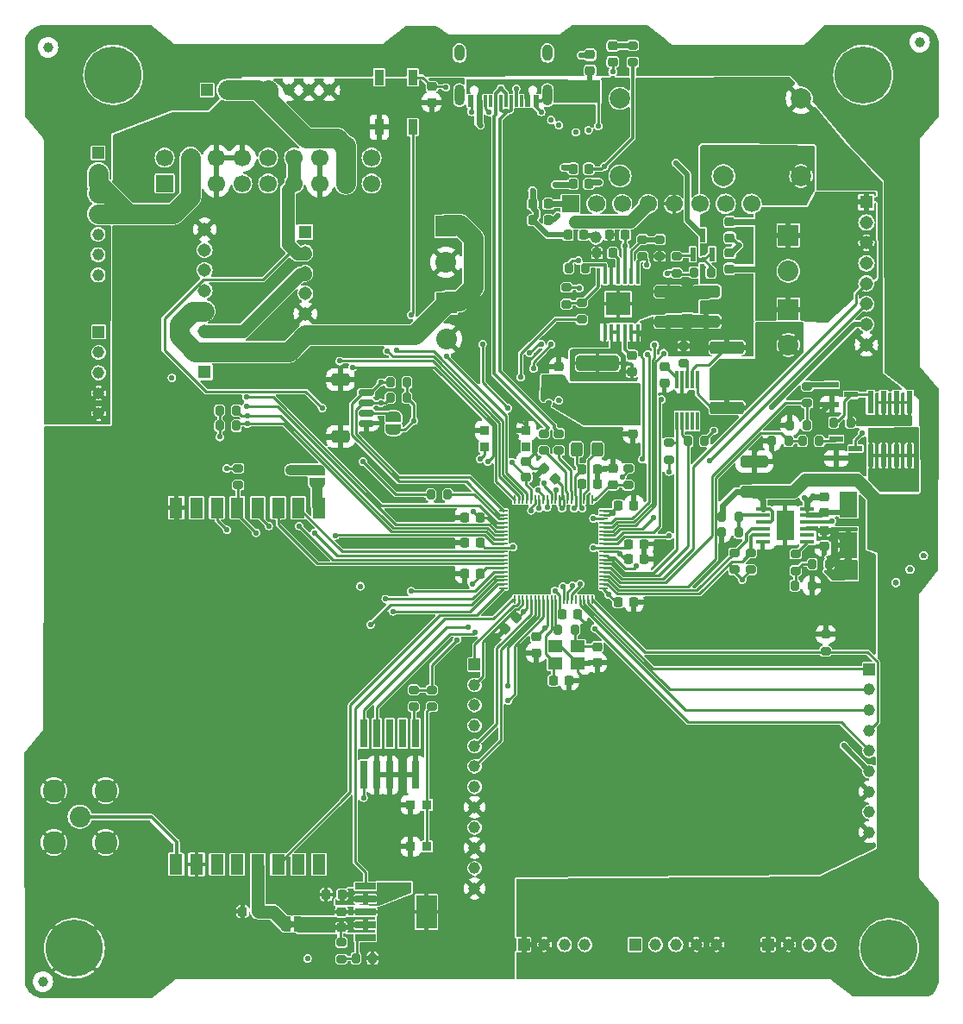
<source format=gtl>
%TF.GenerationSoftware,KiCad,Pcbnew,9.0.1*%
%TF.CreationDate,2025-04-05T21:23:24-07:00*%
%TF.ProjectId,mainboard,6d61696e-626f-4617-9264-2e6b69636164,6.4*%
%TF.SameCoordinates,Original*%
%TF.FileFunction,Copper,L1,Top*%
%TF.FilePolarity,Positive*%
%FSLAX46Y46*%
G04 Gerber Fmt 4.6, Leading zero omitted, Abs format (unit mm)*
G04 Created by KiCad (PCBNEW 9.0.1) date 2025-04-05 21:23:24*
%MOMM*%
%LPD*%
G01*
G04 APERTURE LIST*
G04 Aperture macros list*
%AMRoundRect*
0 Rectangle with rounded corners*
0 $1 Rounding radius*
0 $2 $3 $4 $5 $6 $7 $8 $9 X,Y pos of 4 corners*
0 Add a 4 corners polygon primitive as box body*
4,1,4,$2,$3,$4,$5,$6,$7,$8,$9,$2,$3,0*
0 Add four circle primitives for the rounded corners*
1,1,$1+$1,$2,$3*
1,1,$1+$1,$4,$5*
1,1,$1+$1,$6,$7*
1,1,$1+$1,$8,$9*
0 Add four rect primitives between the rounded corners*
20,1,$1+$1,$2,$3,$4,$5,0*
20,1,$1+$1,$4,$5,$6,$7,0*
20,1,$1+$1,$6,$7,$8,$9,0*
20,1,$1+$1,$8,$9,$2,$3,0*%
%AMFreePoly0*
4,1,23,0.500000,-0.750000,0.000000,-0.750000,0.000000,-0.745722,-0.065263,-0.745722,-0.191342,-0.711940,-0.304381,-0.646677,-0.396677,-0.554381,-0.461940,-0.441342,-0.495722,-0.315263,-0.495722,-0.250000,-0.500000,-0.250000,-0.500000,0.250000,-0.495722,0.250000,-0.495722,0.315263,-0.461940,0.441342,-0.396677,0.554381,-0.304381,0.646677,-0.191342,0.711940,-0.065263,0.745722,0.000000,0.745722,
0.000000,0.750000,0.500000,0.750000,0.500000,-0.750000,0.500000,-0.750000,$1*%
%AMFreePoly1*
4,1,23,0.000000,0.745722,0.065263,0.745722,0.191342,0.711940,0.304381,0.646677,0.396677,0.554381,0.461940,0.441342,0.495722,0.315263,0.495722,0.250000,0.500000,0.250000,0.500000,-0.250000,0.495722,-0.250000,0.495722,-0.315263,0.461940,-0.441342,0.396677,-0.554381,0.304381,-0.646677,0.191342,-0.711940,0.065263,-0.745722,0.000000,-0.745722,0.000000,-0.750000,-0.500000,-0.750000,
-0.500000,0.750000,0.000000,0.750000,0.000000,0.745722,0.000000,0.745722,$1*%
G04 Aperture macros list end*
%TA.AperFunction,EtchedComponent*%
%ADD10C,0.000000*%
%TD*%
%TA.AperFunction,SMDPad,CuDef*%
%ADD11RoundRect,0.200000X-0.200000X-0.275000X0.200000X-0.275000X0.200000X0.275000X-0.200000X0.275000X0*%
%TD*%
%TA.AperFunction,SMDPad,CuDef*%
%ADD12R,0.304800X1.600200*%
%TD*%
%TA.AperFunction,SMDPad,CuDef*%
%ADD13R,2.460000X2.310000*%
%TD*%
%TA.AperFunction,SMDPad,CuDef*%
%ADD14RoundRect,0.225000X-0.250000X0.225000X-0.250000X-0.225000X0.250000X-0.225000X0.250000X0.225000X0*%
%TD*%
%TA.AperFunction,SMDPad,CuDef*%
%ADD15RoundRect,0.225000X0.250000X-0.225000X0.250000X0.225000X-0.250000X0.225000X-0.250000X-0.225000X0*%
%TD*%
%TA.AperFunction,SMDPad,CuDef*%
%ADD16RoundRect,0.200000X0.200000X0.275000X-0.200000X0.275000X-0.200000X-0.275000X0.200000X-0.275000X0*%
%TD*%
%TA.AperFunction,SMDPad,CuDef*%
%ADD17RoundRect,0.225000X0.225000X0.250000X-0.225000X0.250000X-0.225000X-0.250000X0.225000X-0.250000X0*%
%TD*%
%TA.AperFunction,SMDPad,CuDef*%
%ADD18R,1.320800X0.558800*%
%TD*%
%TA.AperFunction,SMDPad,CuDef*%
%ADD19R,0.609600X2.209800*%
%TD*%
%TA.AperFunction,ComponentPad*%
%ADD20C,5.600000*%
%TD*%
%TA.AperFunction,SMDPad,CuDef*%
%ADD21C,1.000000*%
%TD*%
%TA.AperFunction,ComponentPad*%
%ADD22C,2.006600*%
%TD*%
%TA.AperFunction,SMDPad,CuDef*%
%ADD23RoundRect,0.200000X-0.275000X0.200000X-0.275000X-0.200000X0.275000X-0.200000X0.275000X0.200000X0*%
%TD*%
%TA.AperFunction,SMDPad,CuDef*%
%ADD24RoundRect,0.225000X-0.225000X-0.250000X0.225000X-0.250000X0.225000X0.250000X-0.225000X0.250000X0*%
%TD*%
%TA.AperFunction,ComponentPad*%
%ADD25C,2.050000*%
%TD*%
%TA.AperFunction,ComponentPad*%
%ADD26C,2.250000*%
%TD*%
%TA.AperFunction,ComponentPad*%
%ADD27R,2.032000X2.032000*%
%TD*%
%TA.AperFunction,ComponentPad*%
%ADD28C,2.032000*%
%TD*%
%TA.AperFunction,SMDPad,CuDef*%
%ADD29RoundRect,0.200000X0.275000X-0.200000X0.275000X0.200000X-0.275000X0.200000X-0.275000X-0.200000X0*%
%TD*%
%TA.AperFunction,SMDPad,CuDef*%
%ADD30RoundRect,0.218750X0.256250X-0.218750X0.256250X0.218750X-0.256250X0.218750X-0.256250X-0.218750X0*%
%TD*%
%TA.AperFunction,SMDPad,CuDef*%
%ADD31RoundRect,0.250000X-1.425000X0.362500X-1.425000X-0.362500X1.425000X-0.362500X1.425000X0.362500X0*%
%TD*%
%TA.AperFunction,SMDPad,CuDef*%
%ADD32RoundRect,0.333000X-1.767000X0.417000X-1.767000X-0.417000X1.767000X-0.417000X1.767000X0.417000X0*%
%TD*%
%TA.AperFunction,SMDPad,CuDef*%
%ADD33R,0.558800X1.320800*%
%TD*%
%TA.AperFunction,SMDPad,CuDef*%
%ADD34RoundRect,0.250000X1.100000X-0.325000X1.100000X0.325000X-1.100000X0.325000X-1.100000X-0.325000X0*%
%TD*%
%TA.AperFunction,SMDPad,CuDef*%
%ADD35R,0.330200X1.778000*%
%TD*%
%TA.AperFunction,SMDPad,CuDef*%
%ADD36R,2.000000X0.650000*%
%TD*%
%TA.AperFunction,SMDPad,CuDef*%
%ADD37R,2.000000X3.200000*%
%TD*%
%TA.AperFunction,SMDPad,CuDef*%
%ADD38R,0.600000X1.150000*%
%TD*%
%TA.AperFunction,SMDPad,CuDef*%
%ADD39R,0.300000X1.150000*%
%TD*%
%TA.AperFunction,ComponentPad*%
%ADD40O,1.000000X2.100000*%
%TD*%
%TA.AperFunction,ComponentPad*%
%ADD41O,1.000000X1.600000*%
%TD*%
%TA.AperFunction,SMDPad,CuDef*%
%ADD42RoundRect,0.225000X-0.017678X0.335876X-0.335876X0.017678X0.017678X-0.335876X0.335876X-0.017678X0*%
%TD*%
%TA.AperFunction,SMDPad,CuDef*%
%ADD43R,1.397000X0.431800*%
%TD*%
%TA.AperFunction,SMDPad,CuDef*%
%ADD44R,1.752600X2.946400*%
%TD*%
%TA.AperFunction,SMDPad,CuDef*%
%ADD45R,1.700000X2.500000*%
%TD*%
%TA.AperFunction,SMDPad,CuDef*%
%ADD46RoundRect,0.090000X-0.360000X0.660000X-0.360000X-0.660000X0.360000X-0.660000X0.360000X0.660000X0*%
%TD*%
%TA.AperFunction,SMDPad,CuDef*%
%ADD47RoundRect,0.250000X-0.325000X-0.450000X0.325000X-0.450000X0.325000X0.450000X-0.325000X0.450000X0*%
%TD*%
%TA.AperFunction,SMDPad,CuDef*%
%ADD48RoundRect,0.055000X0.335000X-0.055000X0.335000X0.055000X-0.335000X0.055000X-0.335000X-0.055000X0*%
%TD*%
%TA.AperFunction,SMDPad,CuDef*%
%ADD49RoundRect,0.055000X-0.055000X-0.335000X0.055000X-0.335000X0.055000X0.335000X-0.055000X0.335000X0*%
%TD*%
%TA.AperFunction,ComponentPad*%
%ADD50C,0.600000*%
%TD*%
%TA.AperFunction,SMDPad,CuDef*%
%ADD51R,1.133333X1.133333*%
%TD*%
%TA.AperFunction,SMDPad,CuDef*%
%ADD52FreePoly0,270.000000*%
%TD*%
%TA.AperFunction,SMDPad,CuDef*%
%ADD53FreePoly1,270.000000*%
%TD*%
%TA.AperFunction,SMDPad,CuDef*%
%ADD54R,0.740000X2.790000*%
%TD*%
%TA.AperFunction,SMDPad,CuDef*%
%ADD55R,1.400000X1.200000*%
%TD*%
%TA.AperFunction,SMDPad,CuDef*%
%ADD56R,1.300000X2.000000*%
%TD*%
%TA.AperFunction,SMDPad,CuDef*%
%ADD57R,4.700000X11.500000*%
%TD*%
%TA.AperFunction,SMDPad,CuDef*%
%ADD58R,0.900000X0.900000*%
%TD*%
%TA.AperFunction,SMDPad,CuDef*%
%ADD59RoundRect,0.150000X0.625000X-0.150000X0.625000X0.150000X-0.625000X0.150000X-0.625000X-0.150000X0*%
%TD*%
%TA.AperFunction,SMDPad,CuDef*%
%ADD60RoundRect,0.250000X0.650000X-0.350000X0.650000X0.350000X-0.650000X0.350000X-0.650000X-0.350000X0*%
%TD*%
%TA.AperFunction,ComponentPad*%
%ADD61R,1.150000X1.150000*%
%TD*%
%TA.AperFunction,ComponentPad*%
%ADD62C,1.150000*%
%TD*%
%TA.AperFunction,SMDPad,CuDef*%
%ADD63FreePoly0,90.000000*%
%TD*%
%TA.AperFunction,SMDPad,CuDef*%
%ADD64FreePoly1,90.000000*%
%TD*%
%TA.AperFunction,ComponentPad*%
%ADD65R,1.308000X1.308000*%
%TD*%
%TA.AperFunction,ComponentPad*%
%ADD66C,1.308000*%
%TD*%
%TA.AperFunction,SMDPad,CuDef*%
%ADD67RoundRect,0.225000X0.335876X0.017678X0.017678X0.335876X-0.335876X-0.017678X-0.017678X-0.335876X0*%
%TD*%
%TA.AperFunction,SMDPad,CuDef*%
%ADD68FreePoly0,180.000000*%
%TD*%
%TA.AperFunction,SMDPad,CuDef*%
%ADD69FreePoly1,180.000000*%
%TD*%
%TA.AperFunction,SMDPad,CuDef*%
%ADD70RoundRect,0.250000X-1.100000X0.325000X-1.100000X-0.325000X1.100000X-0.325000X1.100000X0.325000X0*%
%TD*%
%TA.AperFunction,ComponentPad*%
%ADD71R,1.700000X1.700000*%
%TD*%
%TA.AperFunction,ComponentPad*%
%ADD72C,1.700000*%
%TD*%
%TA.AperFunction,ViaPad*%
%ADD73C,0.600000*%
%TD*%
%TA.AperFunction,ViaPad*%
%ADD74C,0.584200*%
%TD*%
%TA.AperFunction,ViaPad*%
%ADD75C,1.168400*%
%TD*%
%TA.AperFunction,Conductor*%
%ADD76C,0.234950*%
%TD*%
%TA.AperFunction,Conductor*%
%ADD77C,0.508000*%
%TD*%
%TA.AperFunction,Conductor*%
%ADD78C,0.271780*%
%TD*%
%TA.AperFunction,Conductor*%
%ADD79C,1.270000*%
%TD*%
%TA.AperFunction,Conductor*%
%ADD80C,0.271781*%
%TD*%
%TA.AperFunction,Conductor*%
%ADD81C,0.304800*%
%TD*%
%TA.AperFunction,Conductor*%
%ADD82C,1.000000*%
%TD*%
%TA.AperFunction,Conductor*%
%ADD83C,0.305000*%
%TD*%
%TA.AperFunction,Conductor*%
%ADD84C,0.609600*%
%TD*%
%TA.AperFunction,Conductor*%
%ADD85C,0.313400*%
%TD*%
%TA.AperFunction,Conductor*%
%ADD86C,0.293370*%
%TD*%
%TA.AperFunction,Conductor*%
%ADD87C,0.279400*%
%TD*%
%TA.AperFunction,Conductor*%
%ADD88C,0.337947*%
%TD*%
%TA.AperFunction,Conductor*%
%ADD89C,1.905000*%
%TD*%
%TA.AperFunction,Conductor*%
%ADD90C,0.300000*%
%TD*%
%TA.AperFunction,Conductor*%
%ADD91C,0.349300*%
%TD*%
G04 APERTURE END LIST*
D10*
%TA.AperFunction,EtchedComponent*%
%TO.C,JP6*%
G36*
X125050000Y-141200000D02*
G01*
X124550000Y-141200000D01*
X124550000Y-140600000D01*
X125050000Y-140600000D01*
X125050000Y-141200000D01*
G37*
%TD.AperFunction*%
%TD*%
D11*
%TO.P,R38,1*%
%TO.N,Net-(Q21-Gate)*%
X177991000Y-91694000D03*
%TO.P,R38,2*%
%TO.N,/Burn Wires/VBURN_A_IN*%
X179641000Y-91694000D03*
%TD*%
D12*
%TO.P,U5,1,VO*%
%TO.N,3.3V*%
X158766134Y-77289496D03*
%TO.P,U5,2,VFB*%
%TO.N,Net-(U5-VFB)*%
X158116121Y-77289496D03*
%TO.P,U5,3,VREG5*%
%TO.N,Net-(U5-VREG5)*%
X157466112Y-77289496D03*
%TO.P,U5,4,SS*%
%TO.N,Net-(U5-SS)*%
X156816100Y-77289496D03*
%TO.P,U5,5,GND*%
%TO.N,GND*%
X156166088Y-77289496D03*
%TO.P,U5,6,PG*%
%TO.N,Net-(U5-PG)*%
X155516079Y-77289496D03*
%TO.P,U5,7,EN*%
%TO.N,3V3_RESET*%
X154866066Y-77289496D03*
%TO.P,U5,8,PGND1*%
%TO.N,GND*%
X154866066Y-82826696D03*
%TO.P,U5,9,PGND2*%
X155516079Y-82826696D03*
%TO.P,U5,10,SW1*%
%TO.N,Net-(U5-SW1)*%
X156166088Y-82826696D03*
%TO.P,U5,11,SW2*%
X156816100Y-82826696D03*
%TO.P,U5,12,VBST*%
%TO.N,Net-(U5-VBST)*%
X157466112Y-82826696D03*
%TO.P,U5,13,VIN*%
%TO.N,VBATT*%
X158116121Y-82826696D03*
%TO.P,U5,14,VCC*%
X158766134Y-82826696D03*
D13*
%TO.P,U5,15,EPAD*%
%TO.N,GND*%
X156816100Y-80058096D03*
%TD*%
D14*
%TO.P,C18,1*%
%TO.N,GND*%
X151000000Y-86225000D03*
%TO.P,C18,2*%
%TO.N,3.3V*%
X151000000Y-87775000D03*
%TD*%
D15*
%TO.P,C17,1*%
%TO.N,GND*%
X158250000Y-92775000D03*
%TO.P,C17,2*%
%TO.N,3.3V*%
X158250000Y-91225000D03*
%TD*%
%TO.P,C21,1*%
%TO.N,Net-(U5-SW1)*%
X158178500Y-86690500D03*
%TO.P,C21,2*%
%TO.N,Net-(U5-VBST)*%
X158178500Y-85140500D03*
%TD*%
D16*
%TO.P,R15,1*%
%TO.N,Net-(U5-PG)*%
X153606000Y-76517500D03*
%TO.P,R15,2*%
%TO.N,Net-(U5-VREG5)*%
X151956000Y-76517500D03*
%TD*%
D17*
%TO.P,C26,1*%
%TO.N,Net-(U5-SS)*%
X156286500Y-75057000D03*
%TO.P,C26,2*%
%TO.N,GND*%
X154736500Y-75057000D03*
%TD*%
D18*
%TO.P,Q5,1,G*%
%TO.N,Net-(Q5-G)*%
X177783800Y-87995596D03*
%TO.P,Q5,2,S*%
%TO.N,GND*%
X177783800Y-89900596D03*
%TO.P,Q5,3,D*%
%TO.N,Net-(Q21-Gate)*%
X179663400Y-88948096D03*
%TD*%
D11*
%TO.P,R25,1*%
%TO.N,BURN_RELAY_A*%
X164275000Y-76962000D03*
%TO.P,R25,2*%
%TO.N,GND*%
X165925000Y-76962000D03*
%TD*%
D19*
%TO.P,Q21,1,Source*%
%TO.N,/Burn Wires/VBURN_A_IN*%
X185420000Y-89712800D03*
%TO.P,Q21,2,Source*%
X184150000Y-89712800D03*
%TO.P,Q21,3,Source*%
X182880000Y-89712800D03*
%TO.P,Q21,4,Gate*%
%TO.N,Net-(Q21-Gate)*%
X181610000Y-89712800D03*
%TO.P,Q21,5,Drain*%
%TO.N,/Burn Wires/BURN_AOUT*%
X181610000Y-94945200D03*
%TO.P,Q21,6,Drain*%
X182880000Y-94945200D03*
%TO.P,Q21,7,Drain*%
X184150000Y-94945200D03*
%TO.P,Q21,8,Drain*%
X185420000Y-94945200D03*
%TD*%
D20*
%TO.P,H1,1,1*%
%TO.N,GND*%
X107236100Y-57564100D03*
%TD*%
%TO.P,H2,1,1*%
%TO.N,GND*%
X103426100Y-143294100D03*
%TD*%
%TO.P,H3,1,1*%
%TO.N,GND*%
X183426100Y-143294100D03*
%TD*%
%TO.P,H4,1,1*%
%TO.N,GND*%
X180896100Y-57564100D03*
%TD*%
D21*
%TO.P,REF1T,*%
%TO.N,*%
X100330000Y-146558000D03*
%TD*%
D22*
%TO.P,U16,1,A1*%
%TO.N,VBATT*%
X157000000Y-67500000D03*
%TO.P,U16,5,A2*%
%TO.N,Net-(Q6-C)*%
X157000000Y-59880000D03*
%TO.P,U16,11,11*%
%TO.N,/Burn Wires/VBURN_A_IN*%
X167160000Y-67500000D03*
%TO.P,U16,12,12*%
%TO.N,GND*%
X174780000Y-59880000D03*
%TO.P,U16,14,14*%
%TO.N,VBATT*%
X174780000Y-67500000D03*
%TD*%
D15*
%TO.P,C29,1*%
%TO.N,VBUS_IN*%
X154051000Y-57143000D03*
%TO.P,C29,2*%
%TO.N,GNDREF*%
X154051000Y-55593000D03*
%TD*%
D23*
%TO.P,R31,1*%
%TO.N,Net-(D5-A)*%
X158254700Y-54674000D03*
%TO.P,R31,2*%
%TO.N,/Power/REGN*%
X158254700Y-56324000D03*
%TD*%
D17*
%TO.P,C34,1*%
%TO.N,/Power/REGN*%
X153937000Y-66776600D03*
%TO.P,C34,2*%
%TO.N,GNDREF*%
X152387000Y-66776600D03*
%TD*%
D24*
%TO.P,C38,1*%
%TO.N,GNDREF*%
X148450000Y-71818500D03*
%TO.P,C38,2*%
%TO.N,/Power/VUSB_SYS*%
X150000000Y-71818500D03*
%TD*%
D23*
%TO.P,R13,1*%
%TO.N,Net-(U5-VFB)*%
X159194500Y-73724000D03*
%TO.P,R13,2*%
%TO.N,3.3V*%
X159194500Y-75374000D03*
%TD*%
D24*
%TO.P,C39,1*%
%TO.N,GNDREF*%
X151879000Y-73279000D03*
%TO.P,C39,2*%
%TO.N,/Power/VUSB_BAT*%
X153429000Y-73279000D03*
%TD*%
D25*
%TO.P,J7,1,In*%
%TO.N,/RF/RF1_ANT*%
X103949500Y-130365500D03*
D26*
%TO.P,J7,2,Ext*%
%TO.N,GND*%
X106489500Y-127825500D03*
X101409500Y-127825500D03*
X106489500Y-132905500D03*
X101409500Y-132905500D03*
%TD*%
D23*
%TO.P,R5,1*%
%TO.N,3.3V*%
X119500000Y-96175000D03*
%TO.P,R5,2*%
%TO.N,RF_CS*%
X119500000Y-97825000D03*
%TD*%
D17*
%TO.P,C27,1*%
%TO.N,Net-(U5-VREG5)*%
X157493000Y-73279000D03*
%TO.P,C27,2*%
%TO.N,GND*%
X155943000Y-73279000D03*
%TD*%
D24*
%TO.P,C37,1*%
%TO.N,GNDREF*%
X148412000Y-70231000D03*
%TO.P,C37,2*%
%TO.N,/Power/VUSB_SYS*%
X149962000Y-70231000D03*
%TD*%
D23*
%TO.P,R29,1*%
%TO.N,VBATT*%
X151750000Y-78425000D03*
%TO.P,R29,2*%
%TO.N,3V3_RESET*%
X151750000Y-80075000D03*
%TD*%
D27*
%TO.P,J16,1,Pin_1*%
%TO.N,VCHRG*%
X173532800Y-80572200D03*
D28*
%TO.P,J16,2,Pin_2*%
%TO.N,VBATT_SENSE*%
X173532800Y-84072200D03*
%TD*%
D29*
%TO.P,R14,1*%
%TO.N,GND*%
X160909000Y-75374000D03*
%TO.P,R14,2*%
%TO.N,Net-(U5-VFB)*%
X160909000Y-73724000D03*
%TD*%
D30*
%TO.P,D5,1,K*%
%TO.N,STAT*%
X156293500Y-56286500D03*
%TO.P,D5,2,A*%
%TO.N,Net-(D5-A)*%
X156293500Y-54711500D03*
%TD*%
D31*
%TO.P,R8,1*%
%TO.N,VBATT*%
X167500000Y-84312500D03*
%TO.P,R8,2*%
%TO.N,VBATT_SENSE*%
X167500000Y-90237500D03*
%TD*%
D32*
%TO.P,L2,1,1*%
%TO.N,Net-(U5-SW1)*%
X154813000Y-85830000D03*
%TO.P,L2,2,2*%
%TO.N,3.3V*%
X154813000Y-89430000D03*
%TD*%
D33*
%TO.P,Q6,1,B*%
%TO.N,Net-(Q6-B)*%
X164147500Y-75171300D03*
%TO.P,Q6,2,E*%
%TO.N,GND*%
X166052500Y-75171300D03*
%TO.P,Q6,3,C*%
%TO.N,Net-(Q6-C)*%
X165100000Y-73291700D03*
%TD*%
D27*
%TO.P,J18,1,Pin_1*%
%TO.N,GNDREF*%
X139954000Y-79959200D03*
D28*
%TO.P,J18,2,Pin_2*%
%TO.N,GND*%
X139954000Y-83459200D03*
%TD*%
D16*
%TO.P,R28,1*%
%TO.N,ENAB_BURN_A*%
X175323000Y-91948000D03*
%TO.P,R28,2*%
%TO.N,GND*%
X173673000Y-91948000D03*
%TD*%
D23*
%TO.P,R33,1*%
%TO.N,Net-(Q5-G)*%
X175387000Y-88123096D03*
%TO.P,R33,2*%
%TO.N,ENAB_BURN_A*%
X175387000Y-89773096D03*
%TD*%
D34*
%TO.P,C19,1*%
%TO.N,VBATT*%
X161769100Y-81787096D03*
%TO.P,C19,2*%
%TO.N,GND*%
X161769100Y-78837096D03*
%TD*%
%TO.P,C20,1*%
%TO.N,VBATT*%
X165481000Y-81787096D03*
%TO.P,C20,2*%
%TO.N,GND*%
X165481000Y-78837096D03*
%TD*%
D14*
%TO.P,C24,1*%
%TO.N,VCHRG*%
X167767000Y-71996000D03*
%TO.P,C24,2*%
%TO.N,GNDREF*%
X167767000Y-73546000D03*
%TD*%
D23*
%TO.P,R26,1*%
%TO.N,VBATT*%
X163250000Y-84175000D03*
%TO.P,R26,2*%
%TO.N,Net-(U4-ON)*%
X163250000Y-85825000D03*
%TD*%
D35*
%TO.P,U4,1,VCC*%
%TO.N,VBATT_SENSE*%
X164576001Y-87455300D03*
%TO.P,U4,2,SENSE*%
%TO.N,VBATT*%
X164075999Y-87455300D03*
%TO.P,U4,3,ON*%
%TO.N,Net-(U4-ON)*%
X163576000Y-87455300D03*
%TO.P,U4,4,GND*%
%TO.N,GND*%
X163076001Y-87455300D03*
%TO.P,U4,5,TIMER*%
%TO.N,Net-(U4-TIMER)*%
X162575999Y-87455300D03*
%TO.P,U4,6,SCL*%
%TO.N,SCL_PWR*%
X162575999Y-91544700D03*
%TO.P,U4,7,SDA*%
%TO.N,SDA_PWR*%
X163076001Y-91544700D03*
%TO.P,U4,8,A0*%
%TO.N,unconnected-(U4-A0-Pad8)*%
X163576000Y-91544700D03*
%TO.P,U4,9,A1*%
%TO.N,unconnected-(U4-A1-Pad9)*%
X164075999Y-91544700D03*
%TO.P,U4,10,GATE*%
%TO.N,unconnected-(U4-GATE-Pad10)*%
X164576001Y-91544700D03*
%TD*%
D23*
%TO.P,R55,1*%
%TO.N,RF_5V*%
X129649937Y-142705948D03*
%TO.P,R55,2*%
%TO.N,Net-(U21-SENSE{slash}ADJ)*%
X129649937Y-144355948D03*
%TD*%
D15*
%TO.P,C31,1*%
%TO.N,VCHRG*%
X167767000Y-76594000D03*
%TO.P,C31,2*%
%TO.N,GNDREF*%
X167767000Y-75044000D03*
%TD*%
D36*
%TO.P,U21,1,~{SHDN}*%
%TO.N,ENAB_RF*%
X131983937Y-137180948D03*
%TO.P,U21,2,IN*%
%TO.N,VBATT*%
X131983937Y-138450948D03*
%TO.P,U21,3,GND_1*%
%TO.N,GND*%
X131983937Y-139720948D03*
%TO.P,U21,4,OUT*%
%TO.N,RF_5V*%
X131983937Y-140990948D03*
%TO.P,U21,5,SENSE/ADJ*%
%TO.N,Net-(U21-SENSE{slash}ADJ)*%
X131983937Y-142260948D03*
D37*
%TO.P,U21,6,GND_2*%
%TO.N,GND*%
X137983937Y-139720948D03*
%TD*%
D24*
%TO.P,C44,1*%
%TO.N,GND*%
X119925800Y-139674600D03*
%TO.P,C44,2*%
%TO.N,/RF/RF_Vcc*%
X121475800Y-139674600D03*
%TD*%
D11*
%TO.P,R59,1*%
%TO.N,Net-(U21-SENSE{slash}ADJ)*%
X131058937Y-144258948D03*
%TO.P,R59,2*%
%TO.N,GND*%
X132708937Y-144258948D03*
%TD*%
D14*
%TO.P,C43,1*%
%TO.N,GND*%
X129649937Y-139707948D03*
%TO.P,C43,2*%
%TO.N,RF_5V*%
X129649937Y-141257948D03*
%TD*%
D24*
%TO.P,C36,1*%
%TO.N,Net-(U17-SW_1)*%
X152387000Y-68250000D03*
%TO.P,C36,2*%
%TO.N,Net-(U17-BTST)*%
X153937000Y-68250000D03*
%TD*%
D15*
%TO.P,C32,1*%
%TO.N,GND*%
X161350000Y-87775000D03*
%TO.P,C32,2*%
%TO.N,Net-(U4-TIMER)*%
X161350000Y-86225000D03*
%TD*%
D38*
%TO.P,J13,A1,GND*%
%TO.N,GNDREF*%
X148752000Y-60128000D03*
%TO.P,J13,A4,VBUS*%
%TO.N,VBUS_IN*%
X147952000Y-60128000D03*
D39*
%TO.P,J13,A5,CC1*%
%TO.N,USB_CC1*%
X146802000Y-60128000D03*
%TO.P,J13,A6,D+*%
%TO.N,USB_D+*%
X145802000Y-60128000D03*
%TO.P,J13,A7,D-*%
%TO.N,USB_D-*%
X145302000Y-60128000D03*
%TO.P,J13,A8,SBU1*%
%TO.N,unconnected-(J13-SBU1-PadA8)*%
X144302000Y-60128000D03*
D38*
%TO.P,J13,A9,VBUS*%
%TO.N,VBUS_IN*%
X143152000Y-60128000D03*
%TO.P,J13,A12,GND*%
%TO.N,GNDREF*%
X142352000Y-60128000D03*
D39*
%TO.P,J13,B5,CC2*%
%TO.N,USB_CC2*%
X143802000Y-60128000D03*
%TO.P,J13,B6,D+*%
%TO.N,USB_D+*%
X144802000Y-60128000D03*
%TO.P,J13,B7,D-*%
%TO.N,USB_D-*%
X146302000Y-60128000D03*
%TO.P,J13,B8,SBU2*%
%TO.N,unconnected-(J13-SBU2-PadB8)*%
X147302000Y-60128000D03*
D40*
%TO.P,J13,S1,SHIELD*%
%TO.N,GNDREF*%
X149872000Y-59553000D03*
D41*
X149872000Y-55413000D03*
D40*
X141232000Y-59553000D03*
D41*
X141232000Y-55413000D03*
%TD*%
D27*
%TO.P,J8,1,Pin_1*%
%TO.N,GNDREF*%
X139903200Y-72440800D03*
D28*
%TO.P,J8,2,Pin_2*%
%TO.N,GND*%
X139903200Y-75940800D03*
%TD*%
D27*
%TO.P,J9,1,Pin_1*%
%TO.N,VCHRG*%
X173532800Y-73307800D03*
D28*
%TO.P,J9,2,Pin_2*%
%TO.N,VBATT_SENSE*%
X173532800Y-76807800D03*
%TD*%
D16*
%TO.P,R17,1*%
%TO.N,VBATT*%
X177532800Y-105567481D03*
%TO.P,R17,2*%
%TO.N,Net-(R16-Pad2)*%
X175882800Y-105567481D03*
%TD*%
D29*
%TO.P,R72,1*%
%TO.N,3.3V*%
X161800000Y-95325000D03*
%TO.P,R72,2*%
%TO.N,SCL_PWR*%
X161800000Y-93675000D03*
%TD*%
D42*
%TO.P,C46,1*%
%TO.N,3.3V*%
X146848008Y-110851992D03*
%TO.P,C46,2*%
%TO.N,GND*%
X145751992Y-111948008D03*
%TD*%
D24*
%TO.P,C28,1*%
%TO.N,3.3V*%
X157825000Y-105100000D03*
%TO.P,C28,2*%
%TO.N,GND*%
X159375000Y-105100000D03*
%TD*%
D23*
%TO.P,R12,1*%
%TO.N,~{FIXED_SOLAR_CHRG}*%
X168224200Y-104488481D03*
%TO.P,R12,2*%
%TO.N,3.3V*%
X168224200Y-106138481D03*
%TD*%
D24*
%TO.P,C1,1*%
%TO.N,/Avionics/XTAL1*%
X150475000Y-117000000D03*
%TO.P,C1,2*%
%TO.N,GND*%
X152025000Y-117000000D03*
%TD*%
D16*
%TO.P,R44,1*%
%TO.N,3.3V*%
X136075000Y-89250000D03*
%TO.P,R44,2*%
%TO.N,SDA*%
X134425000Y-89250000D03*
%TD*%
D21*
%TO.P,REF3T,*%
%TO.N,*%
X186436000Y-54356000D03*
%TD*%
D17*
%TO.P,C15,1*%
%TO.N,+1V1*%
X143275000Y-103500000D03*
%TO.P,C15,2*%
%TO.N,GND*%
X141725000Y-103500000D03*
%TD*%
D29*
%TO.P,R66,1*%
%TO.N,/Avionics/USB_IC_D+*%
X149500000Y-94425000D03*
%TO.P,R66,2*%
%TO.N,USB_D+*%
X149500000Y-92775000D03*
%TD*%
D23*
%TO.P,R61,1*%
%TO.N,GND*%
X177200000Y-112475000D03*
%TO.P,R61,2*%
%TO.N,RPI_RST*%
X177200000Y-114125000D03*
%TD*%
D43*
%TO.P,U6,1,VIN*%
%TO.N,VSOLAR*%
X171018200Y-100152200D03*
%TO.P,U6,2,VIN_REG*%
%TO.N,Net-(U6-VIN_REG)*%
X171018200Y-100802441D03*
%TO.P,U6,3,\u002ASHDN*%
%TO.N,VSOLAR*%
X171018200Y-101452681D03*
%TO.P,U6,4,\u002ACHRG*%
%TO.N,~{FIXED_SOLAR_CHRG}*%
X171018200Y-102102919D03*
%TO.P,U6,5,\u002AFAULT*%
%TO.N,~{FIXED_SOLAR_FAULT}*%
X171018200Y-102753159D03*
%TO.P,U6,6,TIMER*%
%TO.N,GND*%
X171018200Y-103403400D03*
%TO.P,U6,7,VFB*%
%TO.N,Net-(U6-VFB)*%
X175387000Y-103403400D03*
%TO.P,U6,8,NTC*%
%TO.N,unconnected-(U6-NTC-Pad8)*%
X175387000Y-102753159D03*
%TO.P,U6,9,BAT*%
%TO.N,VBATT*%
X175387000Y-102102919D03*
%TO.P,U6,10,SENSE*%
%TO.N,Net-(U6-SENSE)*%
X175387000Y-101452681D03*
%TO.P,U6,11,BOOST*%
%TO.N,Net-(D2-K)*%
X175387000Y-100802441D03*
%TO.P,U6,12,SW*%
%TO.N,Net-(D3-K)*%
X175387000Y-100152200D03*
D44*
%TO.P,U6,13,EPAD*%
%TO.N,GND*%
X173202600Y-101777800D03*
%TD*%
D14*
%TO.P,C45,1*%
%TO.N,3.3V*%
X148750000Y-112725000D03*
%TO.P,C45,2*%
%TO.N,GND*%
X148750000Y-114275000D03*
%TD*%
D16*
%TO.P,R50,1*%
%TO.N,WATCHDOG_FEED*%
X140075000Y-98750000D03*
%TO.P,R50,2*%
%TO.N,Net-(C30-Pad1)*%
X138425000Y-98750000D03*
%TD*%
D17*
%TO.P,C49,1*%
%TO.N,3.3V*%
X143275000Y-101000000D03*
%TO.P,C49,2*%
%TO.N,GND*%
X141725000Y-101000000D03*
%TD*%
D24*
%TO.P,C10,1*%
%TO.N,+1V1*%
X153225000Y-96250000D03*
%TO.P,C10,2*%
%TO.N,GND*%
X154775000Y-96250000D03*
%TD*%
D17*
%TO.P,C50,1*%
%TO.N,3.3V*%
X143275000Y-106500000D03*
%TO.P,C50,2*%
%TO.N,GND*%
X141725000Y-106500000D03*
%TD*%
D24*
%TO.P,C40,1*%
%TO.N,3.3V*%
X156825000Y-109300000D03*
%TO.P,C40,2*%
%TO.N,GND*%
X158375000Y-109300000D03*
%TD*%
D45*
%TO.P,D2,1,K*%
%TO.N,Net-(D2-K)*%
X179451000Y-99759000D03*
%TO.P,D2,2,A*%
%TO.N,VBATT*%
X179451000Y-103759000D03*
%TD*%
D24*
%TO.P,C14,1*%
%TO.N,+1V1*%
X151325000Y-110500000D03*
%TO.P,C14,2*%
%TO.N,GND*%
X152875000Y-110500000D03*
%TD*%
D29*
%TO.P,R6,1*%
%TO.N,BURN_RELAY_A*%
X162560000Y-77025000D03*
%TO.P,R6,2*%
%TO.N,Net-(Q6-B)*%
X162560000Y-75375000D03*
%TD*%
D15*
%TO.P,C12,1*%
%TO.N,Net-(U2-VREG_AVDD)*%
X156300000Y-97775000D03*
%TO.P,C12,2*%
%TO.N,GND*%
X156300000Y-96225000D03*
%TD*%
D46*
%TO.P,D1,1,VDD*%
%TO.N,3.3V*%
X136650000Y-57800000D03*
%TO.P,D1,2,DOUT*%
%TO.N,unconnected-(D1-DOUT-Pad2)*%
X133350000Y-57800000D03*
%TO.P,D1,3,VSS*%
%TO.N,GND*%
X133350000Y-62700000D03*
%TO.P,D1,4,DIN*%
%TO.N,/Avionics/NEOPIXEL*%
X136650000Y-62700000D03*
%TD*%
D24*
%TO.P,C9,1*%
%TO.N,GND*%
X128133937Y-138008948D03*
%TO.P,C9,2*%
%TO.N,VBATT*%
X129683937Y-138008948D03*
%TD*%
D47*
%TO.P,L1,1,1*%
%TO.N,+1V1*%
X152725000Y-94297500D03*
%TO.P,L1,2,2*%
%TO.N,Net-(U2-VREG_LX)*%
X154775000Y-94297500D03*
%TD*%
D15*
%TO.P,C23,1*%
%TO.N,Net-(D2-K)*%
X177063400Y-100500481D03*
%TO.P,C23,2*%
%TO.N,Net-(D3-K)*%
X177063400Y-98950481D03*
%TD*%
D23*
%TO.P,R11,1*%
%TO.N,~{FIXED_SOLAR_FAULT}*%
X169849800Y-104488481D03*
%TO.P,R11,2*%
%TO.N,3.3V*%
X169849800Y-106138481D03*
%TD*%
D48*
%TO.P,U2,1,GPIO4*%
%TO.N,SDA*%
X145563500Y-100343333D03*
%TO.P,U2,2,GPIO5*%
%TO.N,SCL*%
X145563500Y-100743333D03*
%TO.P,U2,3,GPIO6*%
%TO.N,WATCHDOG_FEED*%
X145563500Y-101143333D03*
%TO.P,U2,4,GPIO7*%
%TO.N,MPPT_STAT_1*%
X145563500Y-101543333D03*
%TO.P,U2,5,IOVDD*%
%TO.N,3.3V*%
X145563500Y-101943333D03*
%TO.P,U2,6,GPIO8*%
%TO.N,~{MPPT_SHDN_1}*%
X145563500Y-102343333D03*
%TO.P,U2,7,GPIO9*%
%TO.N,SideDeplyDetectB*%
X145563500Y-102743333D03*
%TO.P,U2,8,GPIO10*%
%TO.N,SideDeplyDetectA*%
X145563500Y-103143333D03*
%TO.P,U2,9,GPIO11*%
%TO.N,RF_RST*%
X145563500Y-103543333D03*
%TO.P,U2,10,DVDD*%
%TO.N,+1V1*%
X145563500Y-103943333D03*
%TO.P,U2,11,GPIO12*%
%TO.N,RF_MISO*%
X145563500Y-104343333D03*
%TO.P,U2,12,GPIO13*%
%TO.N,RF_CS*%
X145563500Y-104743333D03*
%TO.P,U2,13,GPIO14*%
%TO.N,RF_SCK*%
X145563500Y-105143333D03*
%TO.P,U2,14,GPIO15*%
%TO.N,RF_MOSI*%
X145563500Y-105543333D03*
%TO.P,U2,15,IOVDD*%
%TO.N,3.3V*%
X145563500Y-105943333D03*
%TO.P,U2,16,GPIO16*%
%TO.N,SD_MISO*%
X145563500Y-106343333D03*
%TO.P,U2,17,GPIO17*%
%TO.N,SD_CS*%
X145563500Y-106743333D03*
%TO.P,U2,18,GPIO18*%
%TO.N,SD_SCK*%
X145563500Y-107143333D03*
%TO.P,U2,19,GPIO19*%
%TO.N,SD_MOSI*%
X145563500Y-107543333D03*
%TO.P,U2,20,GPIO20*%
%TO.N,RF_IO0*%
X145563500Y-107943333D03*
D49*
%TO.P,U2,21,GPIO21*%
%TO.N,ENAB_RF*%
X146660000Y-109039833D03*
%TO.P,U2,22,GPIO22*%
%TO.N,ADCS_POR*%
X147060000Y-109039833D03*
%TO.P,U2,23,GPIO23*%
%TO.N,ADCS_EN_LP*%
X147460000Y-109039833D03*
%TO.P,U2,24,IOVDD*%
%TO.N,3.3V*%
X147860000Y-109039833D03*
%TO.P,U2,25,GPIO24*%
%TO.N,ADCS_Tx*%
X148260000Y-109039833D03*
%TO.P,U2,26,GPIO25*%
%TO.N,ADCS_Rx*%
X148660000Y-109039833D03*
%TO.P,U2,27,GPIO26*%
%TO.N,ADCS_EN*%
X149060000Y-109039833D03*
%TO.P,U2,28,GPIO27*%
%TO.N,ADCS_PGOOD*%
X149460000Y-109039833D03*
%TO.P,U2,29,IOVDD*%
%TO.N,3.3V*%
X149860000Y-109039833D03*
%TO.P,U2,30,XIN*%
%TO.N,/Avionics/XTAL1*%
X150260000Y-109039833D03*
%TO.P,U2,31,XOUT*%
%TO.N,/Avionics/XTAL2*%
X150660000Y-109039833D03*
%TO.P,U2,32,DVDD*%
%TO.N,+1V1*%
X151060000Y-109039833D03*
%TO.P,U2,33,SWCLK*%
%TO.N,SWCLK*%
X151460000Y-109039833D03*
%TO.P,U2,34,SWD*%
%TO.N,SWDIO*%
X151860000Y-109039833D03*
%TO.P,U2,35,RUN*%
%TO.N,/Avionics/RUN*%
X152260000Y-109039833D03*
%TO.P,U2,36,GPIO28*%
%TO.N,unconnected-(U2-GPIO28-Pad36)*%
X152660000Y-109039833D03*
%TO.P,U2,37,GPIO29*%
%TO.N,RPI_ENAB*%
X153060000Y-109039833D03*
%TO.P,U2,38,GPIO30*%
%TO.N,RPI_UART_TO_PI*%
X153460000Y-109039833D03*
%TO.P,U2,39,GPIO31*%
%TO.N,RPI_UART_FROM_PI*%
X153860000Y-109039833D03*
%TO.P,U2,40,GPIO32*%
%TO.N,RPI_RST*%
X154260000Y-109039833D03*
D48*
%TO.P,U2,41,IOVDD*%
%TO.N,3.3V*%
X155356500Y-107943333D03*
%TO.P,U2,42,GPIO33*%
%TO.N,~{FIXED_SOLAR_FAULT}*%
X155356500Y-107543333D03*
%TO.P,U2,43,GPIO34*%
%TO.N,~{FIXED_SOLAR_CHRG}*%
X155356500Y-107143333D03*
%TO.P,U2,44,GPIO35*%
%TO.N,ENAB_BURN_B*%
X155356500Y-106743333D03*
%TO.P,U2,45,GPIO36*%
%TO.N,ENAB_BURN_A*%
X155356500Y-106343333D03*
%TO.P,U2,46,GPIO37*%
%TO.N,BAT_HEATER_A*%
X155356500Y-105943333D03*
%TO.P,U2,47,GPIO38*%
%TO.N,SDA_PWR*%
X155356500Y-105543333D03*
%TO.P,U2,48,GPIO39*%
%TO.N,SCL_PWR*%
X155356500Y-105143333D03*
%TO.P,U2,49,GPIO40_ADC0*%
%TO.N,RPI_TEMP*%
X155356500Y-104743333D03*
%TO.P,U2,50,IOVDD*%
%TO.N,3.3V*%
X155356500Y-104343333D03*
%TO.P,U2,51,DVDD*%
%TO.N,+1V1*%
X155356500Y-103943333D03*
%TO.P,U2,52,GPIO41_ADC1*%
%TO.N,SENSE_THERM_A*%
X155356500Y-103543333D03*
%TO.P,U2,53,GPIO42_ADC2*%
%TO.N,RBF_DETECT*%
X155356500Y-103143333D03*
%TO.P,U2,54,GPIO43_ADC3*%
%TO.N,/Avionics/BATTERY*%
X155356500Y-102743333D03*
%TO.P,U2,55,GPIO44_ADC4*%
%TO.N,BURN_RELAY_A*%
X155356500Y-102343333D03*
%TO.P,U2,56,GPIO45_ADC5*%
%TO.N,SDA_PWR2*%
X155356500Y-101943333D03*
%TO.P,U2,57,GPIO46_ADC6*%
%TO.N,SCL_PWR2*%
X155356500Y-101543333D03*
%TO.P,U2,58,GPIO47_ADC7*%
%TO.N,SENSE_THERM_B*%
X155356500Y-101143333D03*
%TO.P,U2,59,ADC_AVDD*%
%TO.N,3.3V*%
X155356500Y-100743333D03*
%TO.P,U2,60,IOVDD*%
X155356500Y-100343333D03*
D49*
%TO.P,U2,61,VREG_AVDD*%
%TO.N,Net-(U2-VREG_AVDD)*%
X154260000Y-99246833D03*
%TO.P,U2,62,VREG_PGND*%
%TO.N,GND*%
X153860000Y-99246833D03*
%TO.P,U2,63,VREG_LX*%
%TO.N,Net-(U2-VREG_LX)*%
X153460000Y-99246833D03*
%TO.P,U2,64,VREG_VIN*%
%TO.N,3.3V*%
X153060000Y-99246833D03*
%TO.P,U2,65,VREG_FB*%
%TO.N,+1V1*%
X152660000Y-99246833D03*
%TO.P,U2,66,USB_DM*%
%TO.N,/Avionics/USB_IC_D-*%
X152260000Y-99246833D03*
%TO.P,U2,67,USB_DP*%
%TO.N,/Avionics/USB_IC_D+*%
X151860000Y-99246833D03*
%TO.P,U2,68,USB_OTP_VDD*%
%TO.N,3.3V*%
X151460000Y-99246833D03*
%TO.P,U2,69,QSPI_IOVDD*%
X151060000Y-99246833D03*
%TO.P,U2,70,QSPI_SD3*%
%TO.N,/Avionics/FLASH_IO3*%
X150660000Y-99246833D03*
%TO.P,U2,71,QSPI_SCLK*%
%TO.N,/Avionics/FLASH_SCK*%
X150260000Y-99246833D03*
%TO.P,U2,72,QSPI_SD0*%
%TO.N,/Avionics/FLASH_MOSI*%
X149860000Y-99246833D03*
%TO.P,U2,73,QSPI_SD2*%
%TO.N,/Avionics/FLASH_IO2*%
X149460000Y-99246833D03*
%TO.P,U2,74,QSPI_SD1*%
%TO.N,/Avionics/FLASH_MISO*%
X149060000Y-99246833D03*
%TO.P,U2,75,QSPI_SS*%
%TO.N,/Avionics/FLASH_CS*%
X148660000Y-99246833D03*
%TO.P,U2,76,IOVDD*%
%TO.N,3.3V*%
X148260000Y-99246833D03*
%TO.P,U2,77,GPIO0*%
%TO.N,/Avionics/NEOPIXEL*%
X147860000Y-99246833D03*
%TO.P,U2,78,GPIO1*%
%TO.N,~{MPPT_SHDN_2}*%
X147460000Y-99246833D03*
%TO.P,U2,79,GPIO2*%
%TO.N,MPPT_STAT_2*%
X147060000Y-99246833D03*
%TO.P,U2,80,GPIO3*%
%TO.N,BAT_HEATER_B*%
X146660000Y-99246833D03*
D50*
%TO.P,U2,81,GND*%
%TO.N,GND*%
X149326667Y-103010000D03*
D51*
X149326667Y-103010000D03*
D50*
X149326667Y-104143333D03*
D51*
X149326667Y-104143333D03*
D50*
X149326667Y-105276666D03*
D51*
X149326667Y-105276666D03*
D50*
X150460000Y-103010000D03*
D51*
X150460000Y-103010000D03*
D50*
X150460000Y-104143333D03*
D51*
X150460000Y-104143333D03*
D50*
X150460000Y-105276666D03*
D51*
X150460000Y-105276666D03*
D50*
X151593333Y-103010000D03*
D51*
X151593333Y-103010000D03*
D50*
X151593333Y-104143333D03*
D51*
X151593333Y-104143333D03*
D50*
X151593333Y-105276666D03*
D51*
X151593333Y-105276666D03*
%TD*%
D52*
%TO.P,JP5,1,A*%
%TO.N,Net-(J22-Pin_2)*%
X134750000Y-91100000D03*
D53*
%TO.P,JP5,2,B*%
%TO.N,3.3V*%
X134750000Y-92400000D03*
%TD*%
D54*
%TO.P,J2,1,VTref*%
%TO.N,3.3V*%
X131825000Y-126280000D03*
%TO.P,J2,2,SWDIO/TMS*%
%TO.N,SWDIO*%
X131825000Y-122210000D03*
%TO.P,J2,3,GND*%
%TO.N,GND*%
X133095000Y-126280000D03*
%TO.P,J2,4,SWCLK/TCK*%
%TO.N,SWCLK*%
X133095000Y-122210000D03*
%TO.P,J2,5,GND*%
%TO.N,GND*%
X134365000Y-126280000D03*
%TO.P,J2,6,SWO/TDO*%
%TO.N,unconnected-(J2-SWO{slash}TDO-Pad6)*%
X134365000Y-122210000D03*
%TO.P,J2,8,NC/TDI*%
%TO.N,unconnected-(J2-NC{slash}TDI-Pad8)*%
X135635000Y-122210000D03*
%TO.P,J2,9,GNDDetect*%
%TO.N,GND*%
X136905000Y-126280000D03*
%TO.P,J2,10,~{RESET}*%
%TO.N,~{RESET}*%
X136905000Y-122210000D03*
%TD*%
D55*
%TO.P,Y1,1,1*%
%TO.N,/Avionics/XTAL1*%
X150650000Y-115350000D03*
%TO.P,Y1,2,2*%
%TO.N,GND*%
X152850000Y-115350000D03*
%TO.P,Y1,3,3*%
%TO.N,Net-(C2-Pad1)*%
X152850000Y-113650000D03*
%TO.P,Y1,4,4*%
%TO.N,GND*%
X150650000Y-113650000D03*
%TD*%
D56*
%TO.P,U23,1,ANT*%
%TO.N,/RF/RF1_ANT*%
X113420000Y-135050000D03*
%TO.P,U23,2,GND*%
%TO.N,GND*%
X115420000Y-135050000D03*
%TO.P,U23,3,GPIO_3*%
%TO.N,unconnected-(U23-GPIO_3-Pad3)*%
X117420000Y-135050000D03*
%TO.P,U23,4,GPIO_4*%
%TO.N,unconnected-(U23-GPIO_4-Pad4)*%
X119420000Y-135050000D03*
%TO.P,U23,5,VCC*%
%TO.N,/RF/RF_Vcc*%
X121420000Y-135050000D03*
%TO.P,U23,6,GPIO_0*%
%TO.N,RF_IO0*%
X123420000Y-135050000D03*
%TO.P,U23,7,GPIO_1*%
%TO.N,unconnected-(U23-GPIO_1-Pad7)*%
X125420000Y-135050000D03*
%TO.P,U23,8,GPIO_2*%
%TO.N,unconnected-(U23-GPIO_2-Pad8)*%
X127420000Y-135050000D03*
%TO.P,U23,9,3.3V*%
%TO.N,/RF/RF_3V3*%
X127420000Y-100050000D03*
%TO.P,U23,10,MISO*%
%TO.N,RF_MISO*%
X125420000Y-100050000D03*
%TO.P,U23,11,MOSI*%
%TO.N,RF_MOSI*%
X123420000Y-100050000D03*
%TO.P,U23,12,SCK*%
%TO.N,RF_SCK*%
X121420000Y-100050000D03*
%TO.P,U23,13,NSS*%
%TO.N,RF_CS*%
X119420000Y-100050000D03*
%TO.P,U23,14,RESET*%
%TO.N,RF_RST*%
X117420000Y-100050000D03*
%TO.P,U23,15,GPIO_5*%
%TO.N,unconnected-(U23-GPIO_5-Pad15)*%
X115420000Y-100050000D03*
%TO.P,U23,16,GND*%
%TO.N,GND*%
X113420000Y-100050000D03*
D57*
%TO.P,U23,17,GND*%
X122170000Y-120600000D03*
%TD*%
D58*
%TO.P,SW2,A,P*%
%TO.N,Net-(SW2-P)*%
X143700000Y-94050000D03*
%TO.P,SW2,A',P1*%
X147800000Y-94050000D03*
%TO.P,SW2,B,S*%
%TO.N,GND*%
X143700000Y-92450000D03*
%TO.P,SW2,B',S1*%
X147800000Y-92450000D03*
%TD*%
D16*
%TO.P,R58,1*%
%TO.N,Net-(Q9-G)*%
X176575000Y-93500000D03*
%TO.P,R58,2*%
%TO.N,ENAB_BURN_B*%
X174925000Y-93500000D03*
%TD*%
D59*
%TO.P,J22,1,Pin_1*%
%TO.N,GND*%
X132075000Y-91750000D03*
%TO.P,J22,2,Pin_2*%
%TO.N,Net-(J22-Pin_2)*%
X132075000Y-90750000D03*
%TO.P,J22,3,Pin_3*%
%TO.N,SDA*%
X132075000Y-89750000D03*
%TO.P,J22,4,Pin_4*%
%TO.N,SCL*%
X132075000Y-88750000D03*
D60*
%TO.P,J22,MP,MountPin*%
%TO.N,GND*%
X129550000Y-93050000D03*
X129550000Y-87450000D03*
%TD*%
D16*
%TO.P,R45,1*%
%TO.N,3.3V*%
X136075000Y-87750000D03*
%TO.P,R45,2*%
%TO.N,SCL*%
X134425000Y-87750000D03*
%TD*%
%TO.P,R57,1*%
%TO.N,ENAB_BURN_B*%
X173575000Y-93500000D03*
%TO.P,R57,2*%
%TO.N,GND*%
X171925000Y-93500000D03*
%TD*%
D61*
%TO.P,J12,1,Pin_1*%
%TO.N,BURN_A*%
X158484001Y-142920000D03*
D62*
%TO.P,J12,2,Pin_2*%
%TO.N,GND*%
X160484002Y-142920000D03*
%TO.P,J12,3,Pin_3*%
X162484001Y-142920000D03*
%TO.P,J12,4,Pin_4*%
%TO.N,VSOLAR*%
X164484002Y-142920000D03*
%TO.P,J12,5,Pin_5*%
X166484000Y-142920000D03*
%TD*%
D21*
%TO.P,REF2T,*%
%TO.N,*%
X100838000Y-54864000D03*
%TD*%
D11*
%TO.P,R18,1*%
%TO.N,Net-(R16-Pad2)*%
X174181000Y-107696000D03*
%TO.P,R18,2*%
%TO.N,GND*%
X175831000Y-107696000D03*
%TD*%
D29*
%TO.P,R3,1*%
%TO.N,Net-(SW1-P)*%
X138500000Y-119575000D03*
%TO.P,R3,2*%
%TO.N,/Avionics/RUN*%
X138500000Y-117925000D03*
%TD*%
D61*
%TO.P,J15,1,Pin_1*%
%TO.N,BURN_B*%
X105800000Y-82799999D03*
D62*
%TO.P,J15,2,Pin_2*%
%TO.N,GND*%
X105800000Y-84800000D03*
%TO.P,J15,3,Pin_3*%
X105800000Y-86799999D03*
%TO.P,J15,4,Pin_4*%
%TO.N,VSOLAR*%
X105800000Y-88800000D03*
%TO.P,J15,5,Pin_5*%
X105800000Y-90799998D03*
%TD*%
D11*
%TO.P,R9,1*%
%TO.N,VSOLAR*%
X167015000Y-100950000D03*
%TO.P,R9,2*%
%TO.N,Net-(U6-VIN_REG)*%
X168665000Y-100950000D03*
%TD*%
D63*
%TO.P,JP4,1,A*%
%TO.N,/RF/RF_3V3*%
X127250000Y-97650000D03*
D64*
%TO.P,JP4,2,B*%
%TO.N,3.3V*%
X127250000Y-96350000D03*
%TD*%
D11*
%TO.P,R46,1*%
%TO.N,3.3V*%
X117675000Y-90500000D03*
%TO.P,R46,2*%
%TO.N,SideDeplyDetectB*%
X119325000Y-90500000D03*
%TD*%
D16*
%TO.P,R10,1*%
%TO.N,Net-(U6-VIN_REG)*%
X168665000Y-102490000D03*
%TO.P,R10,2*%
%TO.N,GND*%
X167015000Y-102490000D03*
%TD*%
D65*
%TO.P,J3,1,Pin_1*%
%TO.N,VCHRG*%
X181200000Y-70050001D03*
D66*
%TO.P,J3,2,Pin_2*%
%TO.N,GNDREF*%
X181200000Y-72050002D03*
%TO.P,J3,3,Pin_3*%
%TO.N,VCHRG*%
X181200000Y-74050001D03*
%TO.P,J3,4,Pin_4*%
%TO.N,GNDREF*%
X181200000Y-76050002D03*
%TO.P,J3,5,Pin_5*%
%TO.N,BAT_HEATER_A*%
X181200000Y-78050000D03*
%TO.P,J3,6,Pin_6*%
%TO.N,SENSE_THERM_A*%
X181200000Y-80050001D03*
%TO.P,J3,7,Pin_7*%
%TO.N,3.3V*%
X181200000Y-82050000D03*
%TO.P,J3,8,Pin_8*%
%TO.N,GND*%
X181200000Y-84050001D03*
%TD*%
D61*
%TO.P,J5,1,Pin_1*%
%TO.N,ADCS_POR*%
X142720000Y-115430000D03*
D62*
%TO.P,J5,2,Pin_2*%
%TO.N,ADCS_EN_LP*%
X142720000Y-117430001D03*
%TO.P,J5,3,Pin_3*%
%TO.N,ADCS_EN*%
X142720000Y-119430000D03*
%TO.P,J5,4,Pin_4*%
%TO.N,ADCS_PGOOD*%
X142720000Y-121430001D03*
%TO.P,J5,5,Pin_5*%
%TO.N,ADCS_Tx*%
X142720000Y-123429999D03*
%TO.P,J5,6,Pin_6*%
%TO.N,ADCS_Rx*%
X142720000Y-125430000D03*
%TO.P,J5,7,Pin_7*%
%TO.N,VBATT*%
X142720000Y-127429999D03*
%TO.P,J5,8,Pin_8*%
%TO.N,GND*%
X142720000Y-129430000D03*
%TO.P,J5,9,Pin_9*%
%TO.N,VBATT*%
X142720000Y-131430001D03*
%TO.P,J5,10,Pin_10*%
%TO.N,GND*%
X142720000Y-133430000D03*
%TO.P,J5,11,Pin_11*%
%TO.N,VBATT*%
X142720000Y-135430000D03*
%TO.P,J5,12,Pin_12*%
%TO.N,GND*%
X142720000Y-137430000D03*
%TD*%
D29*
%TO.P,R82,1*%
%TO.N,Net-(R82-Pad1)*%
X153250000Y-81575000D03*
%TO.P,R82,2*%
%TO.N,3V3_RESET*%
X153250000Y-79925000D03*
%TD*%
D61*
%TO.P,J10,1,Pin_1*%
%TO.N,VSOLAR*%
X147550000Y-142920000D03*
D62*
%TO.P,J10,2,Pin_2*%
X149550000Y-142920000D03*
%TO.P,J10,3,Pin_3*%
%TO.N,GND*%
X151550000Y-142920000D03*
%TO.P,J10,4,Pin_4*%
X153550000Y-142920000D03*
%TD*%
D15*
%TO.P,C48,1*%
%TO.N,3.3V*%
X147800000Y-97025000D03*
%TO.P,C48,2*%
%TO.N,GND*%
X147800000Y-95475000D03*
%TD*%
%TO.P,C25,1*%
%TO.N,GND*%
X177063400Y-103853281D03*
%TO.P,C25,2*%
%TO.N,VBATT*%
X177063400Y-102303281D03*
%TD*%
D65*
%TO.P,J19,1,Pin_1*%
%TO.N,RBF_DETECT*%
X126100000Y-73000000D03*
D66*
%TO.P,J19,2,Pin_2*%
%TO.N,VBATT*%
X126100000Y-75000000D03*
%TO.P,J19,3,Pin_3*%
%TO.N,VCHRG*%
X126100000Y-77000000D03*
%TO.P,J19,4,Pin_4*%
%TO.N,/Power/VUSB_BAT*%
X126100000Y-79000000D03*
%TO.P,J19,5,Pin_5*%
%TO.N,GND*%
X126100000Y-81000000D03*
%TO.P,J19,6,Pin_6*%
%TO.N,GNDREF*%
X126100000Y-83000000D03*
%TD*%
D16*
%TO.P,R71,1*%
%TO.N,3.3V*%
X165325000Y-93500000D03*
%TO.P,R71,2*%
%TO.N,SDA_PWR*%
X163675000Y-93500000D03*
%TD*%
D24*
%TO.P,C13,1*%
%TO.N,+1V1*%
X157825000Y-103600000D03*
%TO.P,C13,2*%
%TO.N,GND*%
X159375000Y-103600000D03*
%TD*%
D14*
%TO.P,C5,1*%
%TO.N,3.3V*%
X138500000Y-58725000D03*
%TO.P,C5,2*%
%TO.N,GND*%
X138500000Y-60275000D03*
%TD*%
D67*
%TO.P,C47,1*%
%TO.N,3.3V*%
X150648008Y-97248008D03*
%TO.P,C47,2*%
%TO.N,GND*%
X149551992Y-96151992D03*
%TD*%
D58*
%TO.P,SW1,A,P*%
%TO.N,Net-(SW1-P)*%
X138050000Y-133300000D03*
%TO.P,SW1,A',P1*%
X138050000Y-129200000D03*
%TO.P,SW1,B,S*%
%TO.N,GND*%
X136450000Y-133300000D03*
%TO.P,SW1,B',S1*%
X136450000Y-129200000D03*
%TD*%
D14*
%TO.P,C2,1*%
%TO.N,Net-(C2-Pad1)*%
X154750000Y-113725000D03*
%TO.P,C2,2*%
%TO.N,GND*%
X154750000Y-115275000D03*
%TD*%
D11*
%TO.P,R27,1*%
%TO.N,3.3V*%
X117675000Y-92000000D03*
%TO.P,R27,2*%
%TO.N,SideDeplyDetectA*%
X119325000Y-92000000D03*
%TD*%
D29*
%TO.P,R67,1*%
%TO.N,/Avionics/USB_IC_D-*%
X151000000Y-94425000D03*
%TO.P,R67,2*%
%TO.N,USB_D-*%
X151000000Y-92775000D03*
%TD*%
D24*
%TO.P,C16,1*%
%TO.N,3.3V*%
X156825000Y-99800000D03*
%TO.P,C16,2*%
%TO.N,GND*%
X158375000Y-99800000D03*
%TD*%
D65*
%TO.P,J4,1,Pin_1*%
%TO.N,VCHRG*%
X116205000Y-86739999D03*
D66*
%TO.P,J4,2,Pin_2*%
%TO.N,GNDREF*%
X116205000Y-84739998D03*
%TO.P,J4,3,Pin_3*%
%TO.N,VCHRG*%
X116205000Y-82739999D03*
%TO.P,J4,4,Pin_4*%
%TO.N,GNDREF*%
X116205000Y-80739998D03*
%TO.P,J4,5,Pin_5*%
%TO.N,BAT_HEATER_B*%
X116205000Y-78740000D03*
%TO.P,J4,6,Pin_6*%
%TO.N,SENSE_THERM_B*%
X116205000Y-76739999D03*
%TO.P,J4,7,Pin_7*%
%TO.N,3.3V*%
X116205000Y-74740000D03*
%TO.P,J4,8,Pin_8*%
%TO.N,GND*%
X116205000Y-72739999D03*
%TD*%
D61*
%TO.P,J20,1,Pin_1*%
%TO.N,SideDeplyDetectA*%
X105750000Y-65214001D03*
D62*
%TO.P,J20,2,Pin_2*%
%TO.N,/Connectors/VSOLAR_DEPL1*%
X105750000Y-67214002D03*
%TO.P,J20,3,Pin_3*%
X105750000Y-69214001D03*
%TO.P,J20,4,Pin_4*%
X105750000Y-71214002D03*
%TO.P,J20,5,Pin_5*%
%TO.N,GND*%
X105750000Y-73214000D03*
%TO.P,J20,6,Pin_6*%
X105750000Y-75214001D03*
%TO.P,J20,7,Pin_7*%
X105750000Y-77214000D03*
%TD*%
D68*
%TO.P,JP6,1,A*%
%TO.N,RF_5V*%
X125450000Y-140900000D03*
D69*
%TO.P,JP6,2,B*%
%TO.N,/RF/RF_Vcc*%
X124150000Y-140900000D03*
%TD*%
D70*
%TO.P,C22,1*%
%TO.N,GND*%
X170200000Y-95525000D03*
%TO.P,C22,2*%
%TO.N,VSOLAR*%
X170200000Y-98475000D03*
%TD*%
D61*
%TO.P,J17,1,Pin_1*%
%TO.N,VSOLAR*%
X171550000Y-142920000D03*
D62*
%TO.P,J17,2,Pin_2*%
X173550000Y-142920000D03*
%TO.P,J17,3,Pin_3*%
%TO.N,GND*%
X175550000Y-142920000D03*
%TO.P,J17,4,Pin_4*%
X177550000Y-142920000D03*
%TD*%
D16*
%TO.P,R20,1*%
%TO.N,Net-(C2-Pad1)*%
X152575000Y-112000000D03*
%TO.P,R20,2*%
%TO.N,/Avionics/XTAL2*%
X150925000Y-112000000D03*
%TD*%
D23*
%TO.P,R65,1*%
%TO.N,3.3V*%
X157800000Y-96175000D03*
%TO.P,R65,2*%
%TO.N,Net-(U2-VREG_AVDD)*%
X157800000Y-97825000D03*
%TD*%
D61*
%TO.P,J21,1,Pin_1*%
%TO.N,SideDeplyDetectB*%
X116450001Y-59050000D03*
D62*
%TO.P,J21,2,Pin_2*%
%TO.N,/Connectors/VSOLAR_DEPL2*%
X118450002Y-59050000D03*
%TO.P,J21,3,Pin_3*%
X120450001Y-59050000D03*
%TO.P,J21,4,Pin_4*%
X122450002Y-59050000D03*
%TO.P,J21,5,Pin_5*%
%TO.N,GND*%
X124450000Y-59050000D03*
%TO.P,J21,6,Pin_6*%
X126450001Y-59050000D03*
%TO.P,J21,7,Pin_7*%
X128450000Y-59050000D03*
%TD*%
D61*
%TO.P,J6,1,Pin_1*%
%TO.N,RPI_UART_FROM_PI*%
X181491000Y-115900000D03*
D62*
%TO.P,J6,2,Pin_2*%
%TO.N,RPI_UART_TO_PI*%
X181491000Y-117900001D03*
%TO.P,J6,3,Pin_3*%
%TO.N,RPI_ENAB*%
X181491000Y-119900000D03*
%TO.P,J6,4,Pin_4*%
%TO.N,RPI_RST*%
X181491000Y-121900001D03*
%TO.P,J6,5,Pin_5*%
%TO.N,RPI_TEMP*%
X181491000Y-123899999D03*
%TO.P,J6,6,Pin_6*%
%TO.N,3.3V*%
X181491000Y-125900000D03*
%TO.P,J6,7,Pin_7*%
%TO.N,GND*%
X181491000Y-127899999D03*
%TO.P,J6,8,Pin_8*%
%TO.N,VBATT*%
X181491000Y-129900000D03*
%TO.P,J6,9,Pin_9*%
%TO.N,GND*%
X181491000Y-131900001D03*
%TD*%
D23*
%TO.P,R16,1*%
%TO.N,Net-(U6-VFB)*%
X174244000Y-104585000D03*
%TO.P,R16,2*%
%TO.N,Net-(R16-Pad2)*%
X174244000Y-106235000D03*
%TD*%
D18*
%TO.P,Q9,1,G*%
%TO.N,Net-(Q9-G)*%
X178246700Y-93297500D03*
%TO.P,Q9,2,S*%
%TO.N,GND*%
X178246700Y-95202500D03*
%TO.P,Q9,3,D*%
%TO.N,Net-(Q10-Gate)*%
X180126300Y-94250000D03*
%TD*%
D29*
%TO.P,R23,1*%
%TO.N,~{RESET}*%
X136750000Y-119575000D03*
%TO.P,R23,2*%
%TO.N,/Avionics/RUN*%
X136750000Y-117925000D03*
%TD*%
D24*
%TO.P,C11,1*%
%TO.N,3.3V*%
X153225000Y-97750000D03*
%TO.P,C11,2*%
%TO.N,GND*%
X154775000Y-97750000D03*
%TD*%
D71*
%TO.P,J14,1,Pin_1*%
%TO.N,/Power/VUSB_SYS*%
X152146000Y-70231000D03*
D72*
%TO.P,J14,2,Pin_2*%
%TO.N,VBATT*%
X154686000Y-70231000D03*
%TO.P,J14,3,Pin_3*%
%TO.N,/Power/VUSB_BAT*%
X157226000Y-70231000D03*
%TO.P,J14,4,Pin_4*%
%TO.N,VCHRG*%
X159766000Y-70231000D03*
%TO.P,J14,5,Pin_5*%
%TO.N,GND*%
X162306000Y-70231000D03*
%TO.P,J14,6,Pin_6*%
%TO.N,GNDREF*%
X164846000Y-70231000D03*
%TO.P,J14,7,Pin_7*%
%TO.N,RBF_DETECT*%
X167386000Y-70231000D03*
%TO.P,J14,8,Pin_8*%
%TO.N,GND*%
X169926000Y-70231000D03*
%TD*%
D71*
%TO.P,J11,1,Pin_1*%
%TO.N,MPPT_STAT_1*%
X112280000Y-68240000D03*
D72*
%TO.P,J11,2,Pin_2*%
%TO.N,~{MPPT_SHDN_1}*%
X112280000Y-65700000D03*
%TO.P,J11,3,Pin_3*%
%TO.N,/Connectors/VSOLAR_DEPL1*%
X114820000Y-68240000D03*
%TO.P,J11,4,Pin_4*%
X114820000Y-65700000D03*
%TO.P,J11,5,Pin_5*%
%TO.N,GND*%
X117360000Y-68240000D03*
%TO.P,J11,6,Pin_6*%
X117360000Y-65700000D03*
%TO.P,J11,7,Pin_7*%
%TO.N,3.3V*%
X119900000Y-68240000D03*
%TO.P,J11,8,Pin_8*%
%TO.N,GND*%
X119900000Y-65700000D03*
%TO.P,J11,9,Pin_9*%
%TO.N,SCL*%
X122440000Y-68240000D03*
%TO.P,J11,10,Pin_10*%
%TO.N,SDA*%
X122440000Y-65700000D03*
%TO.P,J11,11,Pin_11*%
%TO.N,VBATT*%
X124980000Y-68240000D03*
%TO.P,J11,12,Pin_12*%
X124980000Y-65700000D03*
%TO.P,J11,13,Pin_13*%
%TO.N,GND*%
X127520000Y-68240000D03*
%TO.P,J11,14,Pin_14*%
X127520000Y-65700000D03*
%TO.P,J11,15,Pin_15*%
%TO.N,/Connectors/VSOLAR_DEPL2*%
X130060000Y-68240000D03*
%TO.P,J11,16,Pin_16*%
X130060000Y-65700000D03*
%TO.P,J11,17,Pin_17*%
%TO.N,MPPT_STAT_2*%
X132600000Y-68240000D03*
%TO.P,J11,18,Pin_18*%
%TO.N,~{MPPT_SHDN_2}*%
X132600000Y-65700000D03*
%TD*%
D73*
%TO.N,GND*%
X114490500Y-130492500D03*
X112712500Y-130492500D03*
X108018580Y-129528060D03*
X109283500Y-132667500D03*
X110553500Y-132667500D03*
X109283500Y-131397500D03*
X110553500Y-131397500D03*
X109288580Y-127038860D03*
X111828580Y-129528060D03*
X111828580Y-127038860D03*
X109288580Y-129528060D03*
X110558580Y-127038860D03*
X110558580Y-128308860D03*
X111828580Y-128308860D03*
X109288580Y-128308860D03*
X110558580Y-129528060D03*
X138500000Y-140800000D03*
X138500000Y-138641000D03*
X113601500Y-131381500D03*
X108013500Y-131397500D03*
X111823500Y-132667500D03*
X111823500Y-134175500D03*
X115379500Y-136588500D03*
X111823500Y-136588500D03*
X113093500Y-136588500D03*
X114236500Y-136588500D03*
X110553500Y-136588500D03*
X109283500Y-136588500D03*
X110553500Y-134175500D03*
X109283500Y-134175500D03*
X116395500Y-136588500D03*
X113601500Y-129528060D03*
X116395500Y-131635500D03*
X137357000Y-140800000D03*
X172132218Y-91811736D03*
X111823500Y-135318500D03*
X110553500Y-135318500D03*
X109283500Y-135318500D03*
X116395500Y-132667500D03*
D74*
X114998500Y-132675400D03*
D73*
X121340000Y-123510000D03*
X122729900Y-123510000D03*
X122094900Y-121922500D03*
X122094900Y-124843500D03*
X137944000Y-139657000D03*
X137357000Y-138641000D03*
X135745937Y-139720948D03*
D74*
X172974000Y-106426000D03*
X138085200Y-144263400D03*
X138250000Y-88500000D03*
X177038000Y-107696000D03*
X150000000Y-89750000D03*
X172210000Y-95170000D03*
X152082500Y-93027500D03*
X180000000Y-95250000D03*
X162000000Y-103800000D03*
X184090000Y-107390000D03*
X128000000Y-112500000D03*
X147250000Y-91500000D03*
X165000000Y-135470000D03*
X162200000Y-89100000D03*
X126000000Y-118000000D03*
X140400000Y-106500000D03*
X146000000Y-85750000D03*
X159700000Y-109400000D03*
X166824836Y-124314836D03*
X185480000Y-106080000D03*
X143185200Y-143563400D03*
X155450000Y-74450000D03*
X164860000Y-126790000D03*
X151000000Y-89500000D03*
X126000000Y-111750000D03*
X116250000Y-115750000D03*
X146250000Y-78250000D03*
X128000000Y-93250000D03*
X134000000Y-93500000D03*
X154000000Y-92500000D03*
X136500000Y-131200000D03*
X140400000Y-101000000D03*
X154700000Y-116600000D03*
X148600000Y-115800000D03*
X135659575Y-126277000D03*
X166800000Y-115140425D03*
X171958000Y-96774000D03*
X133883937Y-144258948D03*
X186810000Y-104740000D03*
X172900000Y-95900000D03*
X158750000Y-81250000D03*
X138285200Y-135863400D03*
X177000000Y-90550992D03*
X137000000Y-88250000D03*
X142200000Y-81600000D03*
X161800000Y-100900000D03*
X148807525Y-93707525D03*
X172466000Y-107188000D03*
X172974000Y-107950000D03*
X127850000Y-87500000D03*
X172466000Y-108712000D03*
X160700000Y-105100000D03*
X131883937Y-143258948D03*
X171958000Y-106426000D03*
X138000000Y-93750000D03*
X170400000Y-94300000D03*
X154750000Y-79250000D03*
X156200000Y-94900000D03*
X171958000Y-107950000D03*
X146800000Y-93100000D03*
X142800000Y-92450000D03*
X134383937Y-139758948D03*
X159000000Y-79000000D03*
X114998500Y-131635500D03*
X164175000Y-80300000D03*
X153600000Y-111400000D03*
X159500000Y-80500000D03*
X111000000Y-101500000D03*
X176030000Y-115140425D03*
X170570000Y-97300000D03*
X165227000Y-75717400D03*
X153400000Y-117000000D03*
X128383937Y-139258948D03*
X167000000Y-103750000D03*
X140400000Y-103500000D03*
X116750000Y-105000000D03*
X113445596Y-101663500D03*
%TO.N,3.3V*%
X142500000Y-107500000D03*
X151750000Y-89000000D03*
X151300000Y-100100000D03*
X131500000Y-107750000D03*
X169000000Y-107100000D03*
X124600000Y-96300000D03*
X155900000Y-91200000D03*
X157000000Y-104600000D03*
X131800000Y-128500000D03*
X139900000Y-58800000D03*
X125800000Y-96350000D03*
X142600000Y-100400000D03*
X153300000Y-100100000D03*
X166200000Y-92500000D03*
X171900000Y-90200000D03*
X179000000Y-123400000D03*
X158100000Y-90250000D03*
X146400000Y-95600000D03*
X158300000Y-88100000D03*
X147475000Y-110275000D03*
X161800000Y-96500000D03*
X126310000Y-144280000D03*
X156200000Y-88100000D03*
X149587500Y-111887500D03*
X157200000Y-97000000D03*
X118400000Y-96200000D03*
X159639000Y-76200054D03*
X155850000Y-108550000D03*
X117700000Y-93100000D03*
X156300000Y-100600000D03*
X136750000Y-91500000D03*
%TO.N,SWCLK*%
X151400000Y-107800000D03*
X142750000Y-112250000D03*
%TO.N,SWDIO*%
X142063233Y-111763233D03*
X152300000Y-107700000D03*
%TO.N,VBATT*%
X134729937Y-137765148D03*
X133764737Y-138374748D03*
X159500000Y-84200000D03*
X159200000Y-95300000D03*
X133764737Y-137257148D03*
X166300000Y-71500000D03*
X168000000Y-78000000D03*
X179800000Y-106600000D03*
X178816000Y-105664000D03*
X171200000Y-65200000D03*
X168200000Y-79700000D03*
X168100000Y-81500000D03*
X153000000Y-78500000D03*
X127750000Y-90250000D03*
X169300000Y-78500000D03*
X168086600Y-65013400D03*
X135898337Y-137257148D03*
X168700000Y-82600000D03*
X169400000Y-80900000D03*
%TO.N,USB_D+*%
X150250000Y-62000000D03*
X145300000Y-58900000D03*
%TO.N,USB_D-*%
X151000000Y-62500000D03*
X145800000Y-61150000D03*
%TO.N,BURN_RELAY_A*%
X161300000Y-84900000D03*
X161662185Y-77080185D03*
%TO.N,Net-(C30-Pad1)*%
X131750000Y-95500000D03*
%TO.N,/Burn Wires/VBURN_A_IN*%
X180594000Y-90424000D03*
X179855000Y-89685000D03*
%TO.N,/Avionics/BATTERY*%
X160300000Y-101000000D03*
%TO.N,Net-(D3-K)*%
X175082200Y-99040000D03*
X175950000Y-98940000D03*
%TO.N,Net-(U5-VREG5)*%
X152900000Y-75800000D03*
X157479994Y-74358508D03*
%TO.N,Net-(U17-SW_1)*%
X150622000Y-68326000D03*
%TO.N,Net-(U17-BTST)*%
X154965400Y-68122800D03*
%TO.N,Net-(U7B-+)*%
X143500000Y-84000000D03*
X146000000Y-90250000D03*
%TO.N,USB_CC2*%
X144100000Y-61200000D03*
%TO.N,USB_CC1*%
X146800000Y-58928000D03*
%TO.N,GNDREF*%
X153180000Y-55630000D03*
X168656000Y-74250000D03*
X148400000Y-68900000D03*
X149250000Y-61200000D03*
D73*
X151485600Y-66675004D03*
D74*
X142400000Y-61200000D03*
X148800000Y-71000000D03*
%TO.N,VBUS_IN*%
X143300000Y-62500000D03*
X154853201Y-62600400D03*
%TO.N,SCL*%
X133500000Y-87750000D03*
%TO.N,SDA*%
X133500000Y-89750000D03*
D75*
%TO.N,VCHRG*%
X152600000Y-72000000D03*
D74*
%TO.N,ADCS_EN*%
X145988825Y-117500000D03*
%TO.N,MPPT_STAT_1*%
X120300000Y-89200000D03*
%TO.N,Net-(Q6-C)*%
X162486000Y-66192400D03*
%TO.N,SD_CS*%
X134000000Y-109000000D03*
%TO.N,RPI_TEMP*%
X154500000Y-111900000D03*
X158600000Y-105800000D03*
%TO.N,Net-(U6-SENSE)*%
X177800000Y-101346000D03*
%TO.N,+1V1*%
X154400000Y-104000000D03*
X150600000Y-108200000D03*
X146500000Y-103900000D03*
X152500000Y-100100000D03*
%TO.N,STAT*%
X156293504Y-57256998D03*
%TO.N,/Power/REGN*%
X155448000Y-66548000D03*
%TO.N,/Avionics/NEOPIXEL*%
X140000000Y-85200000D03*
X136500000Y-81100000D03*
%TO.N,SD_SCK*%
X132500000Y-111500000D03*
%TO.N,SD_MISO*%
X136500000Y-108250000D03*
%TO.N,SD_MOSI*%
X134711768Y-110211768D03*
%TO.N,ADCS_PGOOD*%
X146000000Y-119000000D03*
%TO.N,RBF_DETECT*%
X161075000Y-89425000D03*
%TO.N,/Avionics/RUN*%
X153100000Y-107500000D03*
X141000000Y-113000000D03*
%TO.N,/Avionics/FLASH_CS*%
X148300000Y-100300000D03*
%TO.N,SENSE_THERM_A*%
X165800000Y-95450001D03*
X161800000Y-102800000D03*
%TO.N,~{MPPT_SHDN_1}*%
X120300000Y-90100000D03*
%TO.N,Net-(SW2-P)*%
X143250000Y-95250000D03*
%TO.N,SENSE_THERM_B*%
X130750000Y-86250000D03*
X154400000Y-101100000D03*
X144000000Y-95500000D03*
%TO.N,/Burn Wires/BURN_AOUT*%
X184410000Y-97920000D03*
X185810000Y-96970000D03*
X184750000Y-97075000D03*
X185480000Y-97980000D03*
%TO.N,BAT_HEATER_B*%
X129450000Y-85650000D03*
%TO.N,MPPT_STAT_2*%
X134150000Y-84650000D03*
%TO.N,~{MPPT_SHDN_2}*%
X135075000Y-84575000D03*
%TO.N,RF_CS*%
X121250000Y-102500000D03*
X127000002Y-102500000D03*
%TO.N,SCL_PWR2*%
X153900000Y-63000000D03*
X159700000Y-85000000D03*
%TO.N,/Avionics/FLASH_IO2*%
X148942025Y-98342025D03*
%TO.N,SDA_PWR2*%
X160400000Y-84100000D03*
X152650000Y-63200000D03*
%TO.N,Net-(Q10-Gate)*%
X180750000Y-92750000D03*
%TO.N,BURN_B*%
X113000000Y-87300000D03*
%TO.N,SideDeplyDetectA*%
X120400000Y-91800000D03*
%TO.N,SideDeplyDetectB*%
X120400000Y-91000000D03*
%TO.N,/Avionics/FLASH_SCK*%
X149500000Y-97600000D03*
%TO.N,/Avionics/FLASH_MOSI*%
X149850000Y-100020000D03*
%TO.N,/Avionics/FLASH_MISO*%
X149050000Y-100080000D03*
%TO.N,/Avionics/FLASH_IO3*%
X150700000Y-98300000D03*
%TO.N,RF_SCK*%
X125500000Y-101840425D03*
X122500000Y-101840425D03*
%TO.N,RF_RST*%
X129020000Y-102770000D03*
X118410000Y-102240000D03*
%TO.N,Net-(U7C-+)*%
X148500000Y-86374999D03*
X150250000Y-84000000D03*
%TO.N,/Power/VUSB_SYS*%
X150900000Y-71400000D03*
D75*
%TO.N,/Power/VUSB_BAT*%
X154650869Y-73534609D03*
D74*
%TO.N,Net-(R82-Pad1)*%
X147250000Y-87250000D03*
%TO.N,/Watchdog/WD_Vcc*%
X149250000Y-84000000D03*
X148125000Y-84875000D03*
%TD*%
D76*
%TO.N,GND*%
X165925000Y-76962000D02*
X165925000Y-76415400D01*
D77*
X113438600Y-100289596D02*
X113445596Y-100296592D01*
D76*
X143700000Y-92450000D02*
X142800000Y-92450000D01*
D77*
X172268482Y-91948000D02*
X172132218Y-91811736D01*
D76*
X152875000Y-110675000D02*
X153600000Y-111400000D01*
D77*
X113445596Y-101250409D02*
X113445596Y-101663500D01*
D76*
X148800000Y-93700000D02*
X148807525Y-93707525D01*
X147750000Y-92000000D02*
X147750000Y-92400000D01*
D77*
X177000000Y-90550992D02*
X177650396Y-89900596D01*
D78*
X127850000Y-87500000D02*
X129500000Y-87500000D01*
D77*
X113445596Y-100296592D02*
X113445596Y-101250409D01*
D78*
X136905000Y-126280000D02*
X135638000Y-126280000D01*
D77*
X173710500Y-91948000D02*
X172268482Y-91948000D01*
D78*
X129350000Y-93250000D02*
X129550000Y-93050000D01*
D76*
X148476992Y-96151992D02*
X147800000Y-95475000D01*
X165925000Y-76415400D02*
X165227000Y-75717400D01*
X150650000Y-113650000D02*
X151150000Y-113650000D01*
D78*
X129500000Y-87500000D02*
X129550000Y-87450000D01*
D76*
X153400000Y-116750000D02*
X153400000Y-117000000D01*
X147250000Y-91500000D02*
X147750000Y-92000000D01*
X148807525Y-94467475D02*
X148807525Y-93707525D01*
X152850000Y-116200000D02*
X153400000Y-116750000D01*
X147800000Y-95475000D02*
X148807525Y-94467475D01*
X152875000Y-110500000D02*
X152875000Y-110675000D01*
X166052500Y-75171300D02*
X165773100Y-75171300D01*
X149551992Y-96151992D02*
X148476992Y-96151992D01*
D78*
X128000000Y-93250000D02*
X129350000Y-93250000D01*
X133095000Y-126280000D02*
X134365000Y-126280000D01*
D76*
X151150000Y-113650000D02*
X152850000Y-115350000D01*
D79*
X165481000Y-78912096D02*
X161769100Y-78912096D01*
D76*
X165773100Y-75171300D02*
X165227000Y-75717400D01*
X152850000Y-115350000D02*
X152850000Y-116200000D01*
D78*
X135632000Y-126280000D02*
X134365000Y-126280000D01*
D77*
X177650396Y-89900596D02*
X177783800Y-89900596D01*
D76*
%TO.N,3.3V*%
X147475000Y-110275000D02*
X147860000Y-109890000D01*
X156281667Y-100343333D02*
X155356500Y-100343333D01*
D77*
X181200000Y-82050000D02*
X180050000Y-82050000D01*
D76*
X155850000Y-108550000D02*
X156600000Y-109300000D01*
X156743333Y-104343333D02*
X155356500Y-104343333D01*
X155881667Y-100743333D02*
X156281667Y-100343333D01*
D78*
X136750000Y-89925000D02*
X136075000Y-89250000D01*
D76*
X117675000Y-92000000D02*
X117675000Y-93075000D01*
D78*
X147800000Y-97325000D02*
X147800000Y-97025000D01*
D76*
X143275000Y-106500000D02*
X143275000Y-106725000D01*
D78*
X148260000Y-99246833D02*
X148260000Y-98265000D01*
D80*
X159321500Y-75336500D02*
X159639000Y-75654000D01*
D76*
X151292851Y-98800000D02*
X151292851Y-99079684D01*
X156300000Y-100600000D02*
X156300000Y-100361666D01*
D78*
X136750000Y-91500000D02*
X136750000Y-89925000D01*
D76*
X147800000Y-97805000D02*
X148260000Y-98265000D01*
X169000000Y-106988281D02*
X169849800Y-106138481D01*
X156300000Y-100361666D02*
X156281667Y-100343333D01*
X179000000Y-123409000D02*
X179000000Y-123400000D01*
X136750000Y-91500000D02*
X135850000Y-92400000D01*
X118400000Y-96200000D02*
X119475000Y-96200000D01*
X151292851Y-99079684D02*
X151460000Y-99246833D01*
X147475000Y-110325000D02*
X146848008Y-110951992D01*
X153060000Y-97915000D02*
X153225000Y-97750000D01*
X143950000Y-101000000D02*
X144893333Y-101943333D01*
X149587500Y-111887500D02*
X148750000Y-112725000D01*
X119475000Y-96200000D02*
X119500000Y-96175000D01*
D78*
X136075000Y-87750000D02*
X136075000Y-89250000D01*
D76*
X151060000Y-99246833D02*
X151060000Y-99860000D01*
D80*
X159639000Y-75654000D02*
X159639000Y-76200054D01*
D76*
X168224200Y-106324200D02*
X169000000Y-107100000D01*
X139825000Y-58725000D02*
X139900000Y-58800000D01*
X143831667Y-105943333D02*
X143275000Y-106500000D01*
X147860000Y-109890000D02*
X147860000Y-109039833D01*
X150648008Y-97248008D02*
X151292851Y-97892851D01*
X143275000Y-101000000D02*
X143950000Y-101000000D01*
X155356500Y-107943333D02*
X155356500Y-108056500D01*
X117675000Y-90500000D02*
X117675000Y-92000000D01*
X147475000Y-110275000D02*
X147475000Y-110325000D01*
X144893333Y-101943333D02*
X145563500Y-101943333D01*
X149860000Y-111615000D02*
X148750000Y-112725000D01*
X155356500Y-108056500D02*
X155850000Y-108550000D01*
X169000000Y-107100000D02*
X169000000Y-106988281D01*
X157500000Y-105100000D02*
X157825000Y-105100000D01*
X156743333Y-104343333D02*
X157500000Y-105100000D01*
X145563500Y-105943333D02*
X143831667Y-105943333D01*
X131825000Y-128475000D02*
X131825000Y-126280000D01*
X153060000Y-99246833D02*
X153060000Y-99860000D01*
D77*
X180050000Y-82050000D02*
X171900000Y-90200000D01*
D76*
X153060000Y-99246833D02*
X153060000Y-97915000D01*
X151460000Y-99246833D02*
X151460000Y-99940000D01*
X153060000Y-99860000D02*
X153300000Y-100100000D01*
X165325000Y-93375000D02*
X166200000Y-92500000D01*
X157800000Y-96400000D02*
X157800000Y-96175000D01*
X161800000Y-95325000D02*
X161800000Y-96500000D01*
X146400000Y-95600000D02*
X146400000Y-95625000D01*
X149860000Y-109039833D02*
X149860000Y-111615000D01*
X136650000Y-57800000D02*
X137575000Y-57800000D01*
X147800000Y-97025000D02*
X147800000Y-97805000D01*
X151460000Y-99940000D02*
X151300000Y-100100000D01*
D77*
X181491000Y-125900000D02*
X179000000Y-123409000D01*
D76*
X146400000Y-95625000D02*
X147800000Y-97025000D01*
X151292851Y-99013982D02*
X151292851Y-98800000D01*
X150648008Y-97248008D02*
X150442025Y-97042025D01*
D81*
X158766134Y-77289496D02*
X158766134Y-75891866D01*
D76*
X131800000Y-128500000D02*
X131825000Y-128475000D01*
D82*
X125800000Y-96350000D02*
X124650000Y-96350000D01*
D76*
X156825000Y-99800000D02*
X156281667Y-100343333D01*
X137575000Y-57800000D02*
X138500000Y-58725000D01*
X168224200Y-106138481D02*
X168224200Y-106324200D01*
D81*
X158766134Y-75891866D02*
X159321500Y-75336500D01*
D76*
X157200000Y-97000000D02*
X157800000Y-96400000D01*
X151060000Y-99246833D02*
X151292851Y-99013982D01*
X143275000Y-106725000D02*
X142500000Y-107500000D01*
X142600000Y-100400000D02*
X143200000Y-101000000D01*
X151060000Y-99860000D02*
X151300000Y-100100000D01*
X138500000Y-58725000D02*
X139825000Y-58725000D01*
X157000000Y-104600000D02*
X156743333Y-104343333D01*
X155356500Y-100743333D02*
X155881667Y-100743333D01*
X165325000Y-93500000D02*
X165325000Y-93375000D01*
X156600000Y-109300000D02*
X156825000Y-109300000D01*
X117675000Y-93075000D02*
X117700000Y-93100000D01*
X143200000Y-101000000D02*
X143275000Y-101000000D01*
X143275000Y-101000000D02*
X143000000Y-101000000D01*
X147800000Y-97025000D02*
X147800000Y-96900000D01*
D82*
X127250000Y-96350000D02*
X125800000Y-96350000D01*
D76*
X151292851Y-97892851D02*
X151292851Y-98800000D01*
X135850000Y-92400000D02*
X134750000Y-92400000D01*
%TO.N,RPI_UART_TO_PI*%
X161856479Y-117900001D02*
X181491000Y-117900001D01*
X153460000Y-109039833D02*
X153460000Y-109503522D01*
X153460000Y-109503522D02*
X161856479Y-117900001D01*
%TO.N,SWCLK*%
X151400000Y-107800000D02*
X151460000Y-107860000D01*
X140327192Y-112422808D02*
X142577192Y-112422808D01*
X151460000Y-107860000D02*
X151460000Y-109039833D01*
X133095000Y-119655000D02*
X140327192Y-112422808D01*
X142577192Y-112422808D02*
X142750000Y-112250000D01*
X133095000Y-122210000D02*
X133095000Y-119655000D01*
%TO.N,SWDIO*%
X152300000Y-107900000D02*
X151860000Y-108340000D01*
X131825000Y-119925000D02*
X139986767Y-111763233D01*
X131825000Y-122210000D02*
X131825000Y-119925000D01*
X151860000Y-108340000D02*
X151860000Y-109039833D01*
X139986767Y-111763233D02*
X142063233Y-111763233D01*
X152300000Y-107700000D02*
X152300000Y-107900000D01*
%TO.N,~{RESET}*%
X136750000Y-122055000D02*
X136905000Y-122210000D01*
X136750000Y-119575000D02*
X136750000Y-122055000D01*
D83*
%TO.N,VSOLAR*%
X171787360Y-101452681D02*
X171969200Y-101270841D01*
X171018200Y-101452681D02*
X171787360Y-101452681D01*
D79*
X181991000Y-99034600D02*
X180238400Y-97282000D01*
D84*
X167043600Y-100944681D02*
X167043600Y-99808800D01*
D79*
X175174532Y-97282000D02*
X180238400Y-97282000D01*
D83*
X171969200Y-101270841D02*
X171969200Y-100417400D01*
D84*
X171018200Y-99293200D02*
X170200000Y-98475000D01*
D83*
X171969200Y-100417400D02*
X171704000Y-100152200D01*
D84*
X167043600Y-99808800D02*
X168377400Y-98475000D01*
D83*
X171704000Y-100152200D02*
X171018200Y-100152200D01*
D79*
X173981532Y-98475000D02*
X175174532Y-97282000D01*
X170200000Y-98475000D02*
X173981532Y-98475000D01*
D84*
X168377400Y-98475000D02*
X170200000Y-98475000D01*
X171018200Y-100152200D02*
X171018200Y-99293200D01*
D78*
%TO.N,VBATT*%
X124600000Y-75000000D02*
X121970111Y-77629889D01*
D79*
X124400000Y-68820000D02*
X124400000Y-74178000D01*
X124980000Y-68240000D02*
X124400000Y-68820000D01*
D78*
X151750000Y-78425000D02*
X152925000Y-78425000D01*
D79*
X124980000Y-65700000D02*
X124980000Y-68240000D01*
D78*
X167437500Y-84312500D02*
X167500000Y-84312500D01*
X121970111Y-77629889D02*
X116056616Y-77629889D01*
X112250000Y-84564779D02*
X116308831Y-88623610D01*
X165750000Y-86000000D02*
X167437500Y-84312500D01*
X112250000Y-81436505D02*
X112250000Y-84564779D01*
D84*
X177995281Y-102303281D02*
X179451000Y-103759000D01*
D76*
X159250000Y-95250000D02*
X159250000Y-85339096D01*
D78*
X126123610Y-88623610D02*
X127750000Y-90250000D01*
X164075999Y-87455300D02*
X164075999Y-86429422D01*
D76*
X159142025Y-85231121D02*
X159142025Y-83202587D01*
X159200000Y-95300000D02*
X159250000Y-95250000D01*
D84*
X179451000Y-103759000D02*
X179451000Y-105029000D01*
X177642519Y-105567481D02*
X179451000Y-103759000D01*
X179451000Y-105029000D02*
X178816000Y-105664000D01*
X177063400Y-102303281D02*
X177995281Y-102303281D01*
D78*
X126100000Y-75000000D02*
X124600000Y-75000000D01*
X164505421Y-86000000D02*
X165750000Y-86000000D01*
D84*
X177532800Y-105567481D02*
X177642519Y-105567481D01*
D78*
X152925000Y-78425000D02*
X153000000Y-78500000D01*
X116308831Y-88623610D02*
X126123610Y-88623610D01*
D79*
X125322000Y-75100000D02*
X126100000Y-75100000D01*
D78*
X116056616Y-77629889D02*
X112250000Y-81436505D01*
D76*
X159142025Y-83202587D02*
X158766134Y-82826696D01*
X159250000Y-85339096D02*
X159142025Y-85231121D01*
D79*
X165481000Y-81712096D02*
X161769100Y-81712096D01*
X124400000Y-74178000D02*
X125322000Y-75100000D01*
D78*
X164075999Y-86429422D02*
X164505421Y-86000000D01*
D85*
%TO.N,USB_D+*%
X149968300Y-92231700D02*
X149968300Y-92204273D01*
X144618300Y-61684084D02*
X144802000Y-61500384D01*
X144802000Y-60128000D02*
X144802000Y-59398000D01*
X149500000Y-92775000D02*
X149500000Y-92700000D01*
X149968300Y-92204273D02*
X144618300Y-86854273D01*
X144802000Y-61500384D02*
X144802000Y-60128000D01*
X149500000Y-92700000D02*
X149968300Y-92231700D01*
X144618300Y-86854273D02*
X144618300Y-61684084D01*
X145802000Y-60128000D02*
X145802000Y-59402000D01*
X144802000Y-59398000D02*
X145300000Y-58900000D01*
X145802000Y-59402000D02*
X145300000Y-58900000D01*
%TO.N,USB_D-*%
X146302000Y-60128000D02*
X146302000Y-61016400D01*
X145181700Y-86620905D02*
X145181700Y-61918300D01*
X150531700Y-92231700D02*
X150531700Y-91970905D01*
X146302000Y-61016400D02*
X146168400Y-61150000D01*
X145435600Y-61150000D02*
X145800000Y-61150000D01*
X145181700Y-61918300D02*
X145800000Y-61300000D01*
X151000000Y-92775000D02*
X151000000Y-92700000D01*
X146168400Y-61150000D02*
X145800000Y-61150000D01*
X151000000Y-92700000D02*
X150531700Y-92231700D01*
X150531700Y-91970905D02*
X145181700Y-86620905D01*
X145800000Y-61300000D02*
X145800000Y-61150000D01*
X145302000Y-60128000D02*
X145302000Y-61016400D01*
X145302000Y-61016400D02*
X145435600Y-61150000D01*
D76*
%TO.N,BURN_RELAY_A*%
X160500000Y-85700000D02*
X160500000Y-99773690D01*
X160500000Y-99773690D02*
X158473690Y-101800000D01*
X161300000Y-84900000D02*
X160500000Y-85700000D01*
D86*
X161818370Y-76924000D02*
X162623500Y-76924000D01*
D76*
X162560000Y-77112500D02*
X164124500Y-77112500D01*
X156847380Y-101800000D02*
X156304047Y-102343333D01*
X156304047Y-102343333D02*
X155356500Y-102343333D01*
X164124500Y-77112500D02*
X164275000Y-76962000D01*
D86*
X161662185Y-77080185D02*
X161818370Y-76924000D01*
D76*
X158473690Y-101800000D02*
X156847380Y-101800000D01*
D78*
%TO.N,Net-(C30-Pad1)*%
X135000000Y-98750000D02*
X131750000Y-95500000D01*
X138425000Y-98750000D02*
X135000000Y-98750000D01*
D77*
%TO.N,/Burn Wires/VBURN_A_IN*%
X179705000Y-90583091D02*
X179864091Y-90424000D01*
X179603500Y-91567000D02*
X179603500Y-90684591D01*
X179864091Y-90424000D02*
X180594000Y-90424000D01*
D81*
%TO.N,Net-(U5-VBST)*%
X158051500Y-85128000D02*
X158178500Y-85128000D01*
X157466112Y-84542612D02*
X158051500Y-85128000D01*
X157466112Y-82826696D02*
X157466112Y-84542612D01*
D76*
%TO.N,/Avionics/XTAL1*%
X150475000Y-115525000D02*
X150650000Y-115350000D01*
X150475000Y-117000000D02*
X150475000Y-115525000D01*
X149732525Y-114432525D02*
X150650000Y-115350000D01*
X150260000Y-109039833D02*
X150260000Y-112055050D01*
X150260000Y-112055050D02*
X149732525Y-112582525D01*
X149732525Y-112582525D02*
X149732525Y-114432525D01*
%TO.N,/Avionics/XTAL2*%
X150600000Y-111675000D02*
X150925000Y-112000000D01*
X150600000Y-109099833D02*
X150600000Y-111675000D01*
X150660000Y-109039833D02*
X150600000Y-109099833D01*
%TO.N,/Avionics/BATTERY*%
X160300000Y-101000000D02*
X159165050Y-102134950D01*
X156986120Y-102134950D02*
X156377737Y-102743333D01*
X159165050Y-102134950D02*
X156986120Y-102134950D01*
X156377737Y-102743333D02*
X155356500Y-102743333D01*
D77*
%TO.N,Net-(D2-K)*%
X177063400Y-100500481D02*
X178709519Y-100500481D01*
X178709519Y-100500481D02*
X179451000Y-99759000D01*
X175387000Y-100802441D02*
X176761440Y-100802441D01*
X176761440Y-100802441D02*
X177063400Y-100500481D01*
D84*
%TO.N,Net-(D3-K)*%
X175960481Y-98950481D02*
X175950000Y-98940000D01*
X175387000Y-100143641D02*
X175387000Y-99344800D01*
X175950000Y-98940000D02*
X175545200Y-99344800D01*
X177063400Y-98950481D02*
X175960481Y-98950481D01*
X175545200Y-99344800D02*
X175387000Y-99344800D01*
X175387000Y-99344800D02*
X175082200Y-99040000D01*
D81*
%TO.N,Net-(U5-SS)*%
X156299000Y-75057000D02*
X156299000Y-75082500D01*
X156816100Y-76756096D02*
X156816100Y-77289496D01*
X156299000Y-75082500D02*
X156816100Y-75599600D01*
X156816100Y-75599600D02*
X156816100Y-76756096D01*
%TO.N,Net-(U5-VREG5)*%
X157466112Y-77289496D02*
X157466112Y-74372390D01*
D87*
X157479994Y-72987006D02*
X157479994Y-74358508D01*
X152330000Y-75800000D02*
X151993500Y-76136500D01*
X152900000Y-75800000D02*
X152330000Y-75800000D01*
D81*
X157466112Y-74372390D02*
X157479994Y-74358508D01*
D78*
%TO.N,Net-(U4-TIMER)*%
X162575999Y-87300999D02*
X162575999Y-87455300D01*
X161500000Y-86225000D02*
X162575999Y-87300999D01*
D84*
%TO.N,Net-(U17-SW_1)*%
X152374500Y-68326000D02*
X150622000Y-68326000D01*
D76*
%TO.N,Net-(R16-Pad2)*%
X175882800Y-105567481D02*
X174911519Y-105567481D01*
X174244000Y-107633000D02*
X174181000Y-107696000D01*
X174911519Y-105567481D02*
X174244000Y-106235000D01*
X174244000Y-106235000D02*
X174244000Y-107633000D01*
D84*
%TO.N,Net-(U17-BTST)*%
X153949500Y-68173500D02*
X154000200Y-68122800D01*
X153949500Y-68199000D02*
X153949500Y-68173500D01*
X154000200Y-68122800D02*
X154965400Y-68122800D01*
D76*
%TO.N,ADCS_Rx*%
X145300000Y-113950000D02*
X145300000Y-122850000D01*
X148660000Y-110590000D02*
X148660000Y-109039833D01*
X145300000Y-122850000D02*
X142720000Y-125430000D01*
X148660000Y-110590000D02*
X145300000Y-113950000D01*
%TO.N,~{FIXED_SOLAR_FAULT}*%
X156700000Y-108500000D02*
X164791741Y-108500000D01*
D83*
X171018200Y-102753159D02*
X170014700Y-102753159D01*
X169849800Y-102918059D02*
X169849800Y-104488481D01*
X170014700Y-102753159D02*
X169849800Y-102918059D01*
X169849800Y-104488481D02*
X169849800Y-104530200D01*
D76*
X164791741Y-108500000D02*
X167971741Y-105320000D01*
D83*
X169849800Y-104530200D02*
X169060000Y-105320000D01*
D76*
X155743333Y-107543333D02*
X156700000Y-108500000D01*
X155356500Y-107543333D02*
X155743333Y-107543333D01*
X167971741Y-105320000D02*
X169060000Y-105320000D01*
%TO.N,Net-(C2-Pad1)*%
X154675000Y-113650000D02*
X154750000Y-113725000D01*
X152575000Y-112000000D02*
X152575000Y-113375000D01*
X152575000Y-113375000D02*
X152850000Y-113650000D01*
X152850000Y-113650000D02*
X154675000Y-113650000D01*
D78*
%TO.N,Net-(U7B-+)*%
X143500000Y-87750000D02*
X146000000Y-90250000D01*
X143500000Y-84000000D02*
X143500000Y-87750000D01*
D87*
%TO.N,USB_CC2*%
X144100000Y-61200000D02*
X143802000Y-60902000D01*
X143802000Y-60902000D02*
X143802000Y-60128000D01*
D88*
%TO.N,USB_CC1*%
X146802000Y-60128000D02*
X146802000Y-58930000D01*
X146802000Y-58930000D02*
X146800000Y-58928000D01*
D77*
%TO.N,GNDREF*%
X148399500Y-70599500D02*
X148399500Y-70231000D01*
D88*
X148752000Y-60702000D02*
X149250000Y-61200000D01*
D89*
X124460002Y-84739998D02*
X126100000Y-83100000D01*
X115280105Y-84739998D02*
X113700000Y-83159893D01*
D88*
X148752000Y-60128000D02*
X148752000Y-60702000D01*
D89*
X116205000Y-84739998D02*
X115280105Y-84739998D01*
D84*
X167874500Y-75031500D02*
X168656000Y-74250000D01*
D89*
X141218600Y-79781400D02*
X139954000Y-79781400D01*
X113700000Y-83159893D02*
X113700000Y-82033143D01*
D77*
X148800000Y-71000000D02*
X148800000Y-71468500D01*
X148800000Y-71000000D02*
X148399500Y-70599500D01*
X154051000Y-55620500D02*
X153189500Y-55620500D01*
X151866500Y-73279000D02*
X151607400Y-73279000D01*
X153189500Y-55620500D02*
X153180000Y-55630000D01*
X148450000Y-71818500D02*
X149910500Y-73279000D01*
D89*
X136813200Y-83100000D02*
X126100000Y-83100000D01*
D76*
X142400000Y-61200000D02*
X142400000Y-60176000D01*
D89*
X141263000Y-72263000D02*
X142600000Y-73600000D01*
D84*
X152374500Y-66675000D02*
X151485604Y-66675000D01*
D77*
X148800000Y-71468500D02*
X148450000Y-71818500D01*
D89*
X142600000Y-78400000D02*
X141218600Y-79781400D01*
D84*
X167767000Y-75031500D02*
X167874500Y-75031500D01*
X148412000Y-70231000D02*
X148412000Y-68912000D01*
D89*
X142600000Y-73600000D02*
X142600000Y-78400000D01*
X113700000Y-82033143D02*
X114993145Y-80739998D01*
X116205000Y-84739998D02*
X124460002Y-84739998D01*
D76*
X167767000Y-73546000D02*
X167952000Y-73546000D01*
X142400000Y-60176000D02*
X142352000Y-60128000D01*
D89*
X139903200Y-72263000D02*
X141263000Y-72263000D01*
D88*
X149297000Y-60128000D02*
X149872000Y-59553000D01*
D89*
X139954000Y-79959200D02*
X136813200Y-83100000D01*
D77*
X149910500Y-73279000D02*
X151879000Y-73279000D01*
D76*
X167952000Y-73546000D02*
X168656000Y-74250000D01*
D89*
X114993145Y-80739998D02*
X116205000Y-80739998D01*
D88*
X148752000Y-60128000D02*
X149297000Y-60128000D01*
D84*
X148412000Y-68912000D02*
X148400000Y-68900000D01*
D88*
%TO.N,VBUS_IN*%
X143152000Y-59648000D02*
X143650000Y-59150000D01*
D77*
X154051000Y-57195500D02*
X154051000Y-58024000D01*
D76*
X147952000Y-60128000D02*
X147700000Y-59876000D01*
D87*
X154853201Y-60053201D02*
X154800000Y-60000000D01*
D84*
X143300000Y-62500000D02*
X143152000Y-62352000D01*
D76*
X147700000Y-59876000D02*
X147700000Y-59150000D01*
D88*
X143152000Y-60128000D02*
X143152000Y-59648000D01*
D87*
X154853201Y-62600400D02*
X154853201Y-60053201D01*
D84*
X143152000Y-62352000D02*
X143152000Y-60128000D01*
D76*
%TO.N,SCL*%
X131750000Y-88750000D02*
X130667475Y-89832525D01*
X132075000Y-88750000D02*
X132500000Y-88750000D01*
X132075000Y-88750000D02*
X131750000Y-88750000D01*
X141930168Y-97500000D02*
X145173501Y-100743333D01*
X132500000Y-88750000D02*
X133500000Y-87750000D01*
X130667475Y-89832525D02*
X130667475Y-92891166D01*
X135276309Y-97500000D02*
X141930168Y-97500000D01*
X133500000Y-87750000D02*
X134425000Y-87750000D01*
X130667475Y-92891166D02*
X135276309Y-97500000D01*
X145173501Y-100743333D02*
X145563500Y-100743333D01*
%TO.N,SDA*%
X145563500Y-100343333D02*
X142220167Y-97000000D01*
X132075000Y-89750000D02*
X133925000Y-89750000D01*
X131082525Y-90417475D02*
X131750000Y-89750000D01*
X135250000Y-97000000D02*
X131082525Y-92832525D01*
X142220167Y-97000000D02*
X135250000Y-97000000D01*
X131082525Y-92832525D02*
X131082525Y-90417475D01*
X131750000Y-89750000D02*
X132075000Y-89750000D01*
X133925000Y-89750000D02*
X134425000Y-89250000D01*
%TO.N,ADCS_Tx*%
X148260000Y-110469308D02*
X144900000Y-113829308D01*
X144900000Y-121249999D02*
X142720000Y-123429999D01*
X148260000Y-109039833D02*
X148260000Y-110469308D01*
X144900000Y-113829308D02*
X144900000Y-121249999D01*
D79*
%TO.N,VCHRG*%
X119960001Y-82739999D02*
X125600000Y-77100000D01*
D84*
X170408500Y-76606500D02*
X170434000Y-76581000D01*
D79*
X125600000Y-77100000D02*
X126100000Y-77100000D01*
X152600000Y-72000000D02*
X157997000Y-72000000D01*
D84*
X167767000Y-71996000D02*
X170746000Y-71996000D01*
D79*
X157997000Y-72000000D02*
X159766000Y-70231000D01*
D84*
X170750000Y-72000000D02*
X171210796Y-72000000D01*
X167767000Y-76606500D02*
X170408500Y-76606500D01*
X170746000Y-71996000D02*
X170750000Y-72000000D01*
D79*
X116205000Y-82739999D02*
X119960001Y-82739999D01*
D76*
%TO.N,ADCS_EN*%
X146000000Y-113750000D02*
X146000000Y-117500000D01*
X149060000Y-109039833D02*
X149060000Y-110690000D01*
X146000000Y-117500000D02*
X145988825Y-117500000D01*
X149060000Y-110690000D02*
X146000000Y-113750000D01*
%TO.N,RPI_UART_FROM_PI*%
X153860000Y-109039833D02*
X153860000Y-109429832D01*
X153860000Y-109429832D02*
X160230168Y-115800000D01*
X181391000Y-115800000D02*
X181491000Y-115900000D01*
X160230168Y-115800000D02*
X181391000Y-115800000D01*
%TO.N,MPPT_STAT_1*%
X143223690Y-99800000D02*
X133573690Y-99800000D01*
X145515317Y-101495150D02*
X144918840Y-101495150D01*
X133573690Y-99800000D02*
X122973690Y-89200000D01*
X144918840Y-101495150D02*
X143223690Y-99800000D01*
X145563500Y-101543333D02*
X145515317Y-101495150D01*
X122973690Y-89200000D02*
X120300000Y-89200000D01*
%TO.N,Net-(J22-Pin_2)*%
X134400000Y-90750000D02*
X134750000Y-91100000D01*
X132075000Y-90750000D02*
X134400000Y-90750000D01*
D77*
%TO.N,Net-(Q6-C)*%
X163600000Y-71791700D02*
X163600000Y-67306400D01*
X163600000Y-67306400D02*
X162486000Y-66192400D01*
X165100000Y-73291700D02*
X163600000Y-71791700D01*
%TO.N,Net-(D5-A)*%
X158254700Y-54711500D02*
X156293500Y-54711500D01*
D76*
%TO.N,SD_CS*%
X144756667Y-106743333D02*
X142500000Y-109000000D01*
X145563500Y-106743333D02*
X144756667Y-106743333D01*
X142500000Y-109000000D02*
X134000000Y-109000000D01*
%TO.N,RPI_RST*%
X181300000Y-114200000D02*
X182283475Y-115183475D01*
X154260000Y-109039833D02*
X159420167Y-114200000D01*
X159420167Y-114200000D02*
X181300000Y-114200000D01*
X182283475Y-115183475D02*
X182283475Y-121107526D01*
X182283475Y-121107526D02*
X181491000Y-121900001D01*
%TO.N,RPI_TEMP*%
X178708551Y-121117550D02*
X181491000Y-123899999D01*
X158400000Y-106000000D02*
X157515831Y-106000000D01*
X155733362Y-104743333D02*
X155356500Y-104743333D01*
X158600000Y-105800000D02*
X158400000Y-106000000D01*
X156585473Y-105069642D02*
X156389265Y-104873433D01*
X157515831Y-106000000D02*
X156585473Y-105069642D01*
X156389265Y-104873433D02*
X155863462Y-104873433D01*
X155863462Y-104873433D02*
X155733362Y-104743333D01*
X154500000Y-111900000D02*
X163717550Y-121117550D01*
X163717550Y-121117550D02*
X178708551Y-121117550D01*
D88*
%TO.N,Net-(U6-SENSE)*%
X177693319Y-101452681D02*
X177800000Y-101346000D01*
X175387000Y-101452681D02*
X177693319Y-101452681D01*
D76*
%TO.N,RPI_ENAB*%
X163381988Y-119900000D02*
X181491000Y-119900000D01*
X153060000Y-109578012D02*
X163381988Y-119900000D01*
X153060000Y-109039833D02*
X153060000Y-109578012D01*
%TO.N,+1V1*%
X145563500Y-103943333D02*
X146456667Y-103943333D01*
X151060000Y-109039833D02*
X151060000Y-110235000D01*
X152557525Y-96982475D02*
X152557525Y-98777525D01*
X143275000Y-103500000D02*
X143718333Y-103943333D01*
X146456667Y-103943333D02*
X146500000Y-103900000D01*
X152557525Y-98777525D02*
X152660000Y-98880000D01*
X155356500Y-103943333D02*
X157481667Y-103943333D01*
X143718333Y-103943333D02*
X145563500Y-103943333D01*
X157481667Y-103943333D02*
X157825000Y-103600000D01*
X152660000Y-99940000D02*
X152660000Y-99246833D01*
X151060000Y-108660000D02*
X150600000Y-108200000D01*
X152725000Y-94500000D02*
X152725000Y-95750000D01*
X154456667Y-103943333D02*
X154400000Y-104000000D01*
X152660000Y-98880000D02*
X152660000Y-99246833D01*
X151060000Y-109039833D02*
X151060000Y-108660000D01*
X151060000Y-110235000D02*
X151325000Y-110500000D01*
X153225000Y-96315000D02*
X152557525Y-96982475D01*
X152725000Y-95750000D02*
X153225000Y-96250000D01*
X153225000Y-96250000D02*
X153225000Y-96315000D01*
X152500000Y-100100000D02*
X152660000Y-99940000D01*
X155356500Y-103943333D02*
X154456667Y-103943333D01*
%TO.N,Net-(U2-VREG_AVDD)*%
X156350000Y-97825000D02*
X156300000Y-97775000D01*
X157800000Y-97825000D02*
X156350000Y-97825000D01*
X156025000Y-97775000D02*
X154553167Y-99246833D01*
X154553167Y-99246833D02*
X154260000Y-99246833D01*
X156300000Y-97775000D02*
X156025000Y-97775000D01*
%TO.N,SCL_PWR*%
X161800000Y-93675000D02*
X162550999Y-93675000D01*
X160304850Y-106395150D02*
X162575999Y-104124001D01*
X157437291Y-106395150D02*
X160304850Y-106395150D01*
X155356500Y-105143333D02*
X155421550Y-105208383D01*
X162550999Y-93675000D02*
X162575999Y-93700000D01*
X162575999Y-104124001D02*
X162575999Y-93700000D01*
X155421550Y-105208383D02*
X156250524Y-105208383D01*
X162575999Y-93700000D02*
X162575999Y-91544700D01*
X156250524Y-105208383D02*
X157437291Y-106395150D01*
D77*
%TO.N,Net-(Q5-G)*%
X177783800Y-87995596D02*
X175552000Y-87995596D01*
D80*
X175387000Y-88160596D02*
X175663596Y-87884000D01*
D77*
X175552000Y-87995596D02*
X175387000Y-88160596D01*
D76*
%TO.N,SDA_PWR*%
X163675000Y-103825000D02*
X163675000Y-93500000D01*
X163076001Y-92901001D02*
X163675000Y-93500000D01*
X155356500Y-105543333D02*
X156111783Y-105543333D01*
X160769900Y-106730100D02*
X163675000Y-103825000D01*
X156111783Y-105543333D02*
X157298550Y-106730100D01*
X157298550Y-106730100D02*
X160769900Y-106730100D01*
X163076001Y-91544700D02*
X163076001Y-92901001D01*
D78*
%TO.N,Net-(Q21-Gate)*%
X179663400Y-88948096D02*
X181594596Y-88948096D01*
X179023008Y-89588488D02*
X179663400Y-88948096D01*
X178028500Y-91567000D02*
X178367389Y-91567000D01*
X181610000Y-88963500D02*
X181610000Y-89712800D01*
X179023008Y-90911381D02*
X179023008Y-89588488D01*
X181594596Y-88948096D02*
X181610000Y-88963500D01*
X178367389Y-91567000D02*
X179023008Y-90911381D01*
%TO.N,STAT*%
X156293500Y-56286500D02*
X156293500Y-57256994D01*
X156293500Y-57256994D02*
X156293504Y-57256998D01*
D90*
%TO.N,/Power/REGN*%
X158253300Y-56325400D02*
X158254700Y-56324000D01*
X158253300Y-63755686D02*
X158253300Y-56325400D01*
X154175306Y-66804794D02*
X155204192Y-66804794D01*
X155204192Y-66804794D02*
X158253300Y-63755686D01*
D76*
%TO.N,ENAB_RF*%
X146660000Y-109039833D02*
X146460167Y-109039833D01*
X131983937Y-135783937D02*
X131983937Y-137180948D01*
X144565050Y-110934950D02*
X139765050Y-110934950D01*
X139765050Y-110934950D02*
X131000000Y-119700000D01*
X131000000Y-119700000D02*
X131000000Y-134800000D01*
X146460167Y-109039833D02*
X144565050Y-110934950D01*
X131000000Y-134800000D02*
X131983937Y-135783937D01*
D86*
%TO.N,RF_5V*%
X129522937Y-142743448D02*
X129522937Y-141270448D01*
D76*
%TO.N,/Avionics/NEOPIXEL*%
X140000000Y-85200000D02*
X145839800Y-91039800D01*
X145839800Y-96643949D02*
X147860000Y-98664149D01*
X136650000Y-80950000D02*
X136650000Y-62700000D01*
X145839800Y-91039800D02*
X145839800Y-96643949D01*
X136500000Y-81100000D02*
X136650000Y-80950000D01*
X147860000Y-98664149D02*
X147860000Y-99246833D01*
%TO.N,SD_SCK*%
X144856667Y-107143333D02*
X142447807Y-109552193D01*
X142447807Y-109552193D02*
X134447807Y-109552193D01*
X134447807Y-109552193D02*
X132500000Y-111500000D01*
X145563500Y-107143333D02*
X144856667Y-107143333D01*
D78*
%TO.N,VBATT_SENSE*%
X164576001Y-88826001D02*
X165987500Y-90237500D01*
X165987500Y-90237500D02*
X167500000Y-90237500D01*
X164576001Y-87455300D02*
X164576001Y-88826001D01*
D76*
%TO.N,SD_MISO*%
X142750000Y-108250000D02*
X136500000Y-108250000D01*
X144656667Y-106343333D02*
X142750000Y-108250000D01*
X145563500Y-106343333D02*
X144656667Y-106343333D01*
%TO.N,SD_MOSI*%
X142250000Y-110250000D02*
X134750000Y-110250000D01*
X145563500Y-107543333D02*
X144956667Y-107543333D01*
X134750000Y-110250000D02*
X134711768Y-110211768D01*
X144956667Y-107543333D02*
X142250000Y-110250000D01*
%TO.N,ADCS_PGOOD*%
X146648400Y-113601600D02*
X146648400Y-118351600D01*
X149460000Y-109039833D02*
X149460000Y-110790000D01*
X149460000Y-110790000D02*
X146648400Y-113601600D01*
X146648400Y-118351600D02*
X146000000Y-119000000D01*
%TO.N,ADCS_POR*%
X147060000Y-109416695D02*
X146829387Y-109647308D01*
X146552692Y-109647308D02*
X142720000Y-113480000D01*
X147060000Y-109039833D02*
X147060000Y-109416695D01*
X142720000Y-113480000D02*
X142720000Y-115430000D01*
X146829387Y-109647308D02*
X146552692Y-109647308D01*
%TO.N,RBF_DETECT*%
X161075000Y-89425000D02*
X160900000Y-89600000D01*
X160900000Y-101900000D02*
X160330100Y-102469900D01*
X160330100Y-102469900D02*
X157300000Y-102469900D01*
X126200000Y-73000000D02*
X126100000Y-73100000D01*
X157300000Y-102469900D02*
X156626567Y-103143333D01*
X156626567Y-103143333D02*
X155356500Y-103143333D01*
X160900000Y-89600000D02*
X160900000Y-101900000D01*
%TO.N,Net-(U2-VREG_LX)*%
X153892475Y-98257524D02*
X153460000Y-98689999D01*
X154775000Y-94500000D02*
X153892475Y-95382525D01*
X153892475Y-95382525D02*
X153892475Y-98257524D01*
X153460000Y-98689999D02*
X153460000Y-99246833D01*
%TO.N,Net-(SW1-P)*%
X138050000Y-129200000D02*
X138050000Y-133300000D01*
X138050000Y-120025000D02*
X138500000Y-119575000D01*
X138050000Y-129200000D02*
X138050000Y-120025000D01*
%TO.N,/Avionics/RUN*%
X138500000Y-115500000D02*
X141000000Y-113000000D01*
X153100000Y-107500000D02*
X153100000Y-107700000D01*
X152260000Y-108540000D02*
X152260000Y-109039833D01*
X136750000Y-117925000D02*
X138500000Y-117925000D01*
X153100000Y-107700000D02*
X152260000Y-108540000D01*
X138500000Y-117925000D02*
X138500000Y-115500000D01*
D83*
%TO.N,Net-(U6-VIN_REG)*%
X171018200Y-100802441D02*
X168835840Y-100802441D01*
X168835840Y-100802441D02*
X168693600Y-100944681D01*
X168693600Y-100944681D02*
X168693600Y-102500000D01*
D89*
%TO.N,/Connectors/VSOLAR_DEPL1*%
X114820000Y-69505000D02*
X113110998Y-71214002D01*
X106689999Y-69214001D02*
X105750000Y-68274002D01*
X106689999Y-69214001D02*
X105750000Y-69214001D01*
X105750000Y-68274002D02*
X105750000Y-67214002D01*
X108690000Y-71214002D02*
X105750000Y-71214002D01*
X113110998Y-71214002D02*
X108690000Y-71214002D01*
X114820000Y-65700000D02*
X114820000Y-68240000D01*
X108690000Y-71214002D02*
X106689999Y-69214001D01*
X114820000Y-65700000D02*
X114820000Y-69505000D01*
D77*
%TO.N,Net-(U5-VFB)*%
X160909000Y-73761500D02*
X159321500Y-73761500D01*
D78*
X158116121Y-74802379D02*
X159194500Y-73724000D01*
X158116121Y-77289496D02*
X158116121Y-74802379D01*
D81*
%TO.N,Net-(U5-PG)*%
X153886000Y-76200000D02*
X155511500Y-76200000D01*
X155511500Y-76200000D02*
X155516079Y-76204579D01*
X153568500Y-76517500D02*
X153886000Y-76200000D01*
X155516079Y-76204579D02*
X155516079Y-77289496D01*
D76*
%TO.N,Net-(U6-VFB)*%
X175387000Y-103442000D02*
X174244000Y-104585000D01*
X175387000Y-103403400D02*
X175387000Y-103442000D01*
D78*
%TO.N,Net-(U4-ON)*%
X163250000Y-85825000D02*
X163576000Y-86151000D01*
X163576000Y-86151000D02*
X163576000Y-87455300D01*
D76*
%TO.N,/Avionics/FLASH_CS*%
X148300000Y-99983695D02*
X148660000Y-99623695D01*
X148300000Y-100300000D02*
X148300000Y-99983695D01*
X148660000Y-99623695D02*
X148660000Y-99246833D01*
%TO.N,SENSE_THERM_A*%
X156774679Y-103543333D02*
X157418012Y-102900000D01*
X161700000Y-102900000D02*
X161800000Y-102800000D01*
X157418012Y-102900000D02*
X161700000Y-102900000D01*
X165800000Y-95450001D02*
X181200000Y-80050001D01*
X155356500Y-103543333D02*
X156774679Y-103543333D01*
%TO.N,BAT_HEATER_A*%
X156038093Y-105943333D02*
X157159810Y-107065050D01*
X180200000Y-79050000D02*
X181200000Y-78050000D01*
X161234950Y-107065050D02*
X164200000Y-104100000D01*
X155356500Y-105943333D02*
X156038093Y-105943333D01*
X164200000Y-95993036D02*
X180200000Y-79993036D01*
X164200000Y-104100000D02*
X164200000Y-95993036D01*
X157159810Y-107065050D02*
X161234950Y-107065050D01*
X180200000Y-79993036D02*
X180200000Y-79050000D01*
%TO.N,~{MPPT_SHDN_1}*%
X144170000Y-101700000D02*
X135000000Y-101700000D01*
X123400000Y-90100000D02*
X120300000Y-90100000D01*
X135000000Y-101700000D02*
X123400000Y-90100000D01*
X144813333Y-102343333D02*
X144170000Y-101700000D01*
X145563500Y-102343333D02*
X144813333Y-102343333D01*
D89*
%TO.N,/Connectors/VSOLAR_DEPL2*%
X122450002Y-60050002D02*
X122450002Y-59050000D01*
X121450000Y-59050000D02*
X120450001Y-59050000D01*
X130060000Y-64497919D02*
X129897919Y-64497919D01*
X126197500Y-63797500D02*
X122450002Y-60050002D01*
X129897919Y-64497919D02*
X129197500Y-63797500D01*
X130060000Y-65700000D02*
X130060000Y-64497919D01*
X130060000Y-68240000D02*
X130060000Y-65700000D01*
X122450002Y-60050002D02*
X121450000Y-59050000D01*
X129197500Y-63797500D02*
X126197500Y-63797500D01*
X121450000Y-59050000D02*
X118450002Y-59050000D01*
D76*
%TO.N,Net-(U21-SENSE{slash}ADJ)*%
X131058937Y-144258948D02*
X129746937Y-144258948D01*
D86*
X132585200Y-142265400D02*
X131902200Y-142265400D01*
X131775200Y-142392400D02*
X131902200Y-142265400D01*
X131173937Y-143886448D02*
X131173937Y-142387948D01*
D76*
X129746937Y-144258948D02*
X129649937Y-144355948D01*
%TO.N,Net-(SW2-P)*%
X143250000Y-95250000D02*
X143700000Y-94800000D01*
X143700000Y-94800000D02*
X143700000Y-94050000D01*
D81*
%TO.N,3V3_RESET*%
X154866066Y-77289496D02*
X154866066Y-78210708D01*
D78*
X154866066Y-78308934D02*
X154866066Y-78210708D01*
X153250000Y-79925000D02*
X154866066Y-78308934D01*
X151900000Y-79925000D02*
X151750000Y-80075000D01*
X153250000Y-79925000D02*
X151900000Y-79925000D01*
D76*
%TO.N,SENSE_THERM_B*%
X154443333Y-101143333D02*
X154400000Y-101100000D01*
X155356500Y-101143333D02*
X154443333Y-101143333D01*
X144500000Y-92000000D02*
X138750000Y-86250000D01*
X144000000Y-95500000D02*
X144500000Y-95000000D01*
X138750000Y-86250000D02*
X130750000Y-86250000D01*
X144500000Y-95000000D02*
X144500000Y-92000000D01*
D83*
%TO.N,~{FIXED_SOLAR_CHRG}*%
X168224200Y-104488481D02*
X169444800Y-103267881D01*
D87*
X168015719Y-104280000D02*
X168224200Y-104488481D01*
D76*
X155817023Y-107143333D02*
X156838740Y-108165050D01*
D83*
X169931081Y-102102919D02*
X171018200Y-102102919D01*
D76*
X164547631Y-108165050D02*
X168224200Y-104488481D01*
X156838740Y-108165050D02*
X164547631Y-108165050D01*
X155356500Y-107143333D02*
X155817023Y-107143333D01*
D83*
X169444800Y-102589200D02*
X169931081Y-102102919D01*
X169444800Y-103267881D02*
X169444800Y-102589200D01*
D76*
%TO.N,Net-(Q6-B)*%
X162560000Y-75287500D02*
X164031300Y-75287500D01*
X164031300Y-75287500D02*
X164147500Y-75171300D01*
%TO.N,BAT_HEATER_B*%
X129500000Y-85600000D02*
X138573690Y-85600000D01*
X144834950Y-97421783D02*
X146660000Y-99246833D01*
X129450000Y-85650000D02*
X129500000Y-85600000D01*
X144834950Y-91861260D02*
X144834950Y-97421783D01*
X138573690Y-85600000D02*
X144834950Y-91861260D01*
%TO.N,MPPT_STAT_2*%
X134700000Y-85200000D02*
X138700000Y-85200000D01*
X147060000Y-98869971D02*
X147060000Y-99246833D01*
X145169900Y-91669900D02*
X145169900Y-96979871D01*
X138700000Y-85200000D02*
X145169900Y-91669900D01*
X145169900Y-96979871D02*
X147060000Y-98869971D01*
X134150000Y-84650000D02*
X134700000Y-85200000D01*
%TO.N,~{MPPT_SHDN_2}*%
X138666366Y-84692675D02*
X145250000Y-91276310D01*
X145504850Y-96804850D02*
X147460000Y-98760000D01*
X147460000Y-98760000D02*
X147460000Y-99246833D01*
X145250000Y-91276310D02*
X145504850Y-91531160D01*
X135075000Y-84575000D02*
X135192675Y-84692675D01*
X145504850Y-91531160D02*
X145504850Y-96804850D01*
X135192675Y-84692675D02*
X138666366Y-84692675D01*
%TO.N,RF_CS*%
X119420000Y-100670000D02*
X121250000Y-102500000D01*
X145563500Y-104743333D02*
X129243335Y-104743333D01*
X119500000Y-97825000D02*
X119500000Y-99970000D01*
X129243335Y-104743333D02*
X127000002Y-102500000D01*
X119634000Y-100206900D02*
X119438600Y-100011500D01*
X119420000Y-100050000D02*
X119420000Y-100670000D01*
X119500000Y-99970000D02*
X119420000Y-100050000D01*
%TO.N,WATCHDOG_FEED*%
X142706477Y-98750000D02*
X140075000Y-98750000D01*
X145563500Y-101143333D02*
X145099810Y-101143333D01*
X145099810Y-101143333D02*
X142706477Y-98750000D01*
%TO.N,SCL_PWR2*%
X156600000Y-101100000D02*
X156156667Y-101543333D01*
X159700000Y-85000000D02*
X159830100Y-85130100D01*
X156156667Y-101543333D02*
X155356500Y-101543333D01*
X159830100Y-99469900D02*
X158200000Y-101100000D01*
X159830100Y-85130100D02*
X159830100Y-99469900D01*
X158200000Y-101100000D02*
X156600000Y-101100000D01*
%TO.N,/Avionics/FLASH_IO2*%
X148942025Y-98342025D02*
X149460000Y-98860000D01*
X149460000Y-98860000D02*
X149460000Y-99246833D01*
%TO.N,SDA_PWR2*%
X160165050Y-85561260D02*
X160165050Y-99634950D01*
X156738740Y-101434950D02*
X156230357Y-101943333D01*
X160165050Y-99634950D02*
X158365050Y-101434950D01*
X160400000Y-84100000D02*
X160400000Y-85326310D01*
X160400000Y-85326310D02*
X160165050Y-85561260D01*
X156230357Y-101943333D02*
X155356500Y-101943333D01*
X158365050Y-101434950D02*
X156738740Y-101434950D01*
%TO.N,Net-(Q9-G)*%
X176575000Y-93500000D02*
X178044200Y-93500000D01*
X178044200Y-93500000D02*
X178246700Y-93297500D01*
%TO.N,Net-(Q10-Gate)*%
X180126300Y-94250000D02*
X180126300Y-93373700D01*
X180126300Y-93373700D02*
X180750000Y-92750000D01*
D80*
%TO.N,ENAB_BURN_A*%
X175387000Y-91846500D02*
X175387000Y-90805000D01*
X175285500Y-91948000D02*
X175387000Y-91846500D01*
D76*
X155356500Y-106343333D02*
X155964403Y-106343333D01*
X161441987Y-107400000D02*
X162499327Y-106342660D01*
X157021070Y-107400000D02*
X161441987Y-107400000D01*
X155964403Y-106343333D02*
X157021070Y-107400000D01*
D80*
X175387000Y-89735596D02*
X175387000Y-90805000D01*
D76*
X173226904Y-89773096D02*
X175387000Y-89773096D01*
X162498655Y-106343333D02*
X166062575Y-102779413D01*
X166062575Y-102779413D02*
X166062575Y-96937425D01*
X166062575Y-96937425D02*
X173226904Y-89773096D01*
%TO.N,ENAB_BURN_B*%
X172825000Y-92750000D02*
X173575000Y-93500000D01*
X174925000Y-93500000D02*
X173575000Y-93500000D01*
X170750000Y-92750000D02*
X172825000Y-92750000D01*
X163669900Y-107830100D02*
X166397525Y-105102475D01*
X166397525Y-105102475D02*
X166397525Y-97102475D01*
X155356500Y-106743333D02*
X155890713Y-106743333D01*
X155890713Y-106743333D02*
X156977480Y-107830100D01*
X156977480Y-107830100D02*
X163669900Y-107830100D01*
X166397525Y-97102475D02*
X170750000Y-92750000D01*
%TO.N,ADCS_EN_LP*%
X143512475Y-116637526D02*
X142720000Y-117430001D01*
X147460000Y-109490385D02*
X146968127Y-109982258D01*
X142720000Y-117030000D02*
X142720000Y-117430001D01*
X146968127Y-109982258D02*
X146717742Y-109982258D01*
X143512475Y-113187525D02*
X143512475Y-116637526D01*
X147460000Y-109039833D02*
X147460000Y-109490385D01*
X146717742Y-109982258D02*
X143512475Y-113187525D01*
%TO.N,SideDeplyDetectA*%
X144619643Y-103143333D02*
X143866310Y-102390000D01*
X120400000Y-91800000D02*
X119525000Y-91800000D01*
X143866310Y-102390000D02*
X134567169Y-102390000D01*
X119525000Y-91800000D02*
X119325000Y-92000000D01*
X134567169Y-102390000D02*
X123977169Y-91800000D01*
X123977169Y-91800000D02*
X120400000Y-91800000D01*
X145563500Y-103143333D02*
X144619643Y-103143333D01*
D79*
%TO.N,/RF/RF_Vcc*%
X121425900Y-139624700D02*
X121475800Y-139674600D01*
X121475800Y-139674600D02*
X122924600Y-139674600D01*
X121425900Y-135303600D02*
X121425900Y-139624700D01*
X122924600Y-139674600D02*
X124150000Y-140900000D01*
D76*
%TO.N,SideDeplyDetectB*%
X144693333Y-102743333D02*
X143984950Y-102034950D01*
X143984950Y-102034950D02*
X134685809Y-102034950D01*
X120400000Y-91000000D02*
X119825000Y-91000000D01*
X145563500Y-102743333D02*
X144693333Y-102743333D01*
X134685809Y-102034950D02*
X123650859Y-91000000D01*
X119825000Y-91000000D02*
X119325000Y-90500000D01*
X123650859Y-91000000D02*
X120400000Y-91000000D01*
D78*
%TO.N,unconnected-(U23-GPIO_4-Pad4)*%
X119468900Y-134981200D02*
X119438600Y-135011500D01*
D91*
%TO.N,/RF/RF1_ANT*%
X113438600Y-132864520D02*
X111003676Y-130429596D01*
X111003676Y-130429596D02*
X105370168Y-130429596D01*
X105370168Y-130429596D02*
X103920600Y-130429596D01*
X113438600Y-135011500D02*
X113438600Y-132864520D01*
D76*
%TO.N,/RF/RF_3V3*%
X127420000Y-99768000D02*
X127420000Y-100050000D01*
D82*
X127250000Y-97650000D02*
X127250000Y-99880000D01*
X127250000Y-99880000D02*
X127420000Y-100050000D01*
D76*
%TO.N,/Avionics/FLASH_SCK*%
X150260000Y-98660000D02*
X150260000Y-99246833D01*
X149500000Y-97900000D02*
X150260000Y-98660000D01*
X149500000Y-97600000D02*
X149500000Y-97900000D01*
%TO.N,/Avionics/FLASH_MOSI*%
X149860000Y-99246833D02*
X149860000Y-100010000D01*
X149860000Y-100010000D02*
X149850000Y-100020000D01*
%TO.N,/Avionics/FLASH_MISO*%
X149060000Y-99246833D02*
X149060000Y-100070000D01*
X149060000Y-100070000D02*
X149050000Y-100080000D01*
%TO.N,/Avionics/FLASH_IO3*%
X150700000Y-98300000D02*
X150660000Y-98340000D01*
X150660000Y-98340000D02*
X150660000Y-99246833D01*
%TO.N,RF_IO0*%
X139326309Y-110600000D02*
X130500000Y-119426309D01*
X130500000Y-119426309D02*
X130500000Y-127950100D01*
X145563500Y-107943333D02*
X142906833Y-110600000D01*
X142906833Y-110600000D02*
X139326309Y-110600000D01*
X130500000Y-127950100D02*
X123438600Y-135011500D01*
%TO.N,RF_MOSI*%
X123420000Y-101670000D02*
X123420000Y-100050000D01*
X145563500Y-105543333D02*
X127293333Y-105543333D01*
X127293333Y-105543333D02*
X123420000Y-101670000D01*
%TO.N,RF_MISO*%
X145563500Y-104343333D02*
X129713333Y-104343333D01*
X129713333Y-104343333D02*
X125420000Y-100050000D01*
%TO.N,RF_SCK*%
X145563500Y-105143333D02*
X128802908Y-105143333D01*
X121420000Y-100760425D02*
X122500000Y-101840425D01*
X121420000Y-100050000D02*
X121420000Y-100760425D01*
X128802908Y-105143333D02*
X125500000Y-101840425D01*
D78*
%TO.N,RF_RST*%
X117850000Y-100422900D02*
X117438600Y-100011500D01*
D76*
X117420000Y-101250000D02*
X118410000Y-102240000D01*
X144528383Y-103543333D02*
X143710000Y-102724950D01*
X143710000Y-102724950D02*
X129065050Y-102724950D01*
X129065050Y-102724950D02*
X129020000Y-102770000D01*
X145563500Y-103543333D02*
X144528383Y-103543333D01*
X117420000Y-100050000D02*
X117420000Y-101250000D01*
D78*
%TO.N,Net-(U7C-+)*%
X150250000Y-84000000D02*
X148500000Y-85750000D01*
X148500000Y-85750000D02*
X148500000Y-86374999D01*
D77*
%TO.N,/Power/VUSB_SYS*%
X150900000Y-71400000D02*
X150481500Y-71818500D01*
X150481500Y-71818500D02*
X150012500Y-71818500D01*
D84*
X149974500Y-70231000D02*
X152146000Y-70231000D01*
D77*
%TO.N,/Power/VUSB_BAT*%
X153441500Y-73279000D02*
X153462500Y-73300000D01*
X154416260Y-73300000D02*
X154650869Y-73534609D01*
X153462500Y-73300000D02*
X154416260Y-73300000D01*
D78*
%TO.N,/Avionics/USB_IC_D+*%
X149500000Y-94425000D02*
X151646216Y-96571216D01*
X151646216Y-96571216D02*
X151646216Y-98360053D01*
D76*
X151860000Y-98573837D02*
X151646216Y-98360053D01*
X151860000Y-99246833D02*
X151860000Y-98573837D01*
%TO.N,/Avionics/USB_IC_D-*%
X152222575Y-98414632D02*
X152167996Y-98360053D01*
D78*
X151000000Y-94425000D02*
X151000000Y-95200000D01*
X152167996Y-96367996D02*
X152167996Y-98360053D01*
D76*
X152260000Y-99246833D02*
X152222575Y-99209408D01*
D78*
X151000000Y-95200000D02*
X152167996Y-96367996D01*
D76*
X152222575Y-99209408D02*
X152222575Y-98414632D01*
D78*
%TO.N,Net-(R82-Pad1)*%
X147250000Y-87250000D02*
X147250000Y-84934861D01*
X147250000Y-84934861D02*
X150609861Y-81575000D01*
X150609861Y-81575000D02*
X153250000Y-81575000D01*
%TO.N,/Watchdog/WD_Vcc*%
X149250000Y-84000000D02*
X149000000Y-84000000D01*
X149000000Y-84000000D02*
X148125000Y-84875000D01*
%TD*%
%TA.AperFunction,Conductor*%
%TO.N,VBATT*%
G36*
X168398769Y-64462760D02*
G01*
X172976982Y-64479205D01*
X175885564Y-64489653D01*
X175900300Y-64491166D01*
X175921772Y-64495539D01*
X175975863Y-64506556D01*
X176003037Y-64517989D01*
X176060596Y-64556995D01*
X176081286Y-64577999D01*
X176119419Y-64636133D01*
X176130444Y-64663480D01*
X176144697Y-64739264D01*
X176145988Y-64754022D01*
X176098876Y-68876412D01*
X176098355Y-68884433D01*
X176093381Y-68926262D01*
X176089795Y-68941907D01*
X176087104Y-68949707D01*
X176072285Y-68975070D01*
X176070659Y-68976903D01*
X176037984Y-69020957D01*
X176037981Y-69020961D01*
X176021393Y-69054140D01*
X175729413Y-69638100D01*
X175729413Y-69638101D01*
X175484255Y-70128416D01*
X175373041Y-70350839D01*
X175335687Y-70386205D01*
X175305942Y-70392408D01*
X171163986Y-70401341D01*
X171000071Y-70401694D01*
X170951697Y-70384206D01*
X170925881Y-70339713D01*
X170925072Y-70319131D01*
X170933753Y-70231000D01*
X170914389Y-70034397D01*
X170871685Y-69893620D01*
X170857044Y-69845356D01*
X170857043Y-69845352D01*
X170857042Y-69845350D01*
X170763916Y-69671122D01*
X170763913Y-69671118D01*
X170763910Y-69671114D01*
X170638589Y-69518410D01*
X170485885Y-69393089D01*
X170485881Y-69393086D01*
X170485879Y-69393085D01*
X170485878Y-69393084D01*
X170398764Y-69346521D01*
X170311647Y-69299956D01*
X170311643Y-69299955D01*
X170122600Y-69242610D01*
X169926000Y-69223247D01*
X169729400Y-69242610D01*
X169729398Y-69242610D01*
X169540356Y-69299955D01*
X169540352Y-69299956D01*
X169366118Y-69393086D01*
X169366114Y-69393089D01*
X169213410Y-69518410D01*
X169088089Y-69671114D01*
X169088086Y-69671118D01*
X168994956Y-69845352D01*
X168994955Y-69845356D01*
X168937610Y-70034398D01*
X168937610Y-70034400D01*
X168918247Y-70231000D01*
X168937610Y-70427599D01*
X168937610Y-70427601D01*
X168994955Y-70616643D01*
X168994956Y-70616647D01*
X169088086Y-70790881D01*
X169088089Y-70790885D01*
X169213410Y-70943589D01*
X169366114Y-71068910D01*
X169366118Y-71068913D01*
X169366122Y-71068916D01*
X169540350Y-71162042D01*
X169540352Y-71162043D01*
X169540356Y-71162044D01*
X169583593Y-71175159D01*
X169729397Y-71219389D01*
X169926000Y-71238753D01*
X170019831Y-71229510D01*
X170069658Y-71242280D01*
X170099622Y-71284093D01*
X170102400Y-71303933D01*
X170103277Y-71462685D01*
X170085951Y-71511119D01*
X170041545Y-71537084D01*
X170028078Y-71538300D01*
X168349879Y-71538300D01*
X168301541Y-71520707D01*
X168296715Y-71516284D01*
X168239625Y-71459194D01*
X168126319Y-71403802D01*
X168126318Y-71403801D01*
X168052867Y-71393100D01*
X167481141Y-71393100D01*
X167481136Y-71393101D01*
X167407682Y-71403801D01*
X167407680Y-71403802D01*
X167294372Y-71459195D01*
X167205195Y-71548372D01*
X167149802Y-71661681D01*
X167149801Y-71661681D01*
X167139100Y-71735126D01*
X167139100Y-72256858D01*
X167139101Y-72256863D01*
X167149801Y-72330317D01*
X167149802Y-72330319D01*
X167205195Y-72443627D01*
X167294372Y-72532804D01*
X167294373Y-72532804D01*
X167294375Y-72532806D01*
X167407681Y-72588198D01*
X167481137Y-72598900D01*
X168052862Y-72598899D01*
X168126319Y-72588198D01*
X168239625Y-72532806D01*
X168296705Y-72475725D01*
X168343324Y-72453986D01*
X168349879Y-72453700D01*
X170033967Y-72453700D01*
X170082305Y-72471293D01*
X170108025Y-72515842D01*
X170109166Y-72528485D01*
X170111196Y-72895900D01*
X170121138Y-74695507D01*
X170128749Y-76073185D01*
X170111423Y-76121619D01*
X170067017Y-76147584D01*
X170053550Y-76148800D01*
X168362379Y-76148800D01*
X168314041Y-76131207D01*
X168309215Y-76126784D01*
X168239625Y-76057194D01*
X168126319Y-76001802D01*
X168126318Y-76001801D01*
X168052867Y-75991100D01*
X167481141Y-75991100D01*
X167481136Y-75991101D01*
X167407682Y-76001801D01*
X167407680Y-76001802D01*
X167294372Y-76057195D01*
X167205195Y-76146372D01*
X167149802Y-76259681D01*
X167149801Y-76259681D01*
X167139100Y-76333126D01*
X167139100Y-76854858D01*
X167139101Y-76854863D01*
X167149801Y-76928317D01*
X167149802Y-76928319D01*
X167205195Y-77041627D01*
X167294372Y-77130804D01*
X167294373Y-77130804D01*
X167294375Y-77130806D01*
X167407681Y-77186198D01*
X167481137Y-77196900D01*
X168052862Y-77196899D01*
X168126319Y-77186198D01*
X168239625Y-77130806D01*
X168284205Y-77086225D01*
X168330824Y-77064486D01*
X168337379Y-77064200D01*
X170059439Y-77064200D01*
X170107777Y-77081793D01*
X170133497Y-77126342D01*
X170134638Y-77138985D01*
X170147915Y-79542059D01*
X170149090Y-79754804D01*
X170149085Y-79756159D01*
X170126002Y-81602766D01*
X170126002Y-81602804D01*
X170126506Y-81617527D01*
X170126506Y-81617528D01*
X170127642Y-81631526D01*
X170127642Y-81631528D01*
X170127643Y-81631530D01*
X170139899Y-81670830D01*
X170148281Y-81697710D01*
X170161856Y-81721222D01*
X170170789Y-81771880D01*
X170158638Y-81801513D01*
X170150633Y-81813120D01*
X170133383Y-81861582D01*
X170133381Y-81861590D01*
X170124243Y-81915652D01*
X170124243Y-81915657D01*
X170124243Y-81915658D01*
X170125867Y-82143767D01*
X170139592Y-84072197D01*
X170139600Y-84073321D01*
X170146606Y-85057890D01*
X170133935Y-85100202D01*
X170113914Y-85130167D01*
X170093166Y-85150916D01*
X170035640Y-85189354D01*
X170008532Y-85200583D01*
X169933264Y-85215555D01*
X169918593Y-85217000D01*
X169030775Y-85217000D01*
X168982437Y-85199407D01*
X168956717Y-85154858D01*
X168965650Y-85104200D01*
X169005055Y-85071135D01*
X169019011Y-85067526D01*
X169050899Y-85062475D01*
X169164474Y-85004605D01*
X169254605Y-84914474D01*
X169312475Y-84800899D01*
X169327399Y-84706671D01*
X169327400Y-84706664D01*
X169327400Y-84566500D01*
X165672600Y-84566500D01*
X165672600Y-84706671D01*
X165687524Y-84800899D01*
X165745394Y-84914474D01*
X165835525Y-85004605D01*
X165949101Y-85062475D01*
X165949099Y-85062475D01*
X165980989Y-85067526D01*
X166025979Y-85092464D01*
X166044414Y-85140487D01*
X166027667Y-85189125D01*
X165983574Y-85215618D01*
X165969225Y-85217000D01*
X161761453Y-85217000D01*
X161713115Y-85199407D01*
X161687395Y-85154858D01*
X161693049Y-85110560D01*
X161731364Y-85026662D01*
X161731363Y-85026662D01*
X161731365Y-85026660D01*
X161749576Y-84900000D01*
X161731365Y-84773340D01*
X161710384Y-84727399D01*
X161678207Y-84656941D01*
X161678205Y-84656939D01*
X161594412Y-84560235D01*
X161594407Y-84560231D01*
X161486761Y-84491050D01*
X161363983Y-84455000D01*
X161363981Y-84455000D01*
X161236019Y-84455000D01*
X161236016Y-84455000D01*
X161113238Y-84491050D01*
X161005592Y-84560231D01*
X161005587Y-84560235D01*
X160921794Y-84656939D01*
X160921792Y-84656941D01*
X160868635Y-84773337D01*
X160850424Y-84900000D01*
X160853515Y-84921500D01*
X160842979Y-84971850D01*
X160832255Y-84985375D01*
X160798750Y-85018881D01*
X160752130Y-85040621D01*
X160702443Y-85027308D01*
X160672938Y-84985171D01*
X160670375Y-84965707D01*
X160670375Y-84494935D01*
X160687968Y-84446597D01*
X160692334Y-84442161D01*
X160694406Y-84439769D01*
X160694410Y-84439767D01*
X160703740Y-84429000D01*
X162625595Y-84429000D01*
X162632579Y-84476942D01*
X162684235Y-84582605D01*
X162767394Y-84665764D01*
X162873057Y-84717419D01*
X162873056Y-84717419D01*
X162941545Y-84727399D01*
X162941556Y-84727400D01*
X162996000Y-84727400D01*
X163504000Y-84727400D01*
X163558444Y-84727400D01*
X163558454Y-84727399D01*
X163626942Y-84717419D01*
X163732605Y-84665764D01*
X163815764Y-84582605D01*
X163867419Y-84476942D01*
X163867420Y-84476942D01*
X163874405Y-84429000D01*
X163504000Y-84429000D01*
X163504000Y-84727400D01*
X162996000Y-84727400D01*
X162996000Y-84429000D01*
X162625595Y-84429000D01*
X160703740Y-84429000D01*
X160778207Y-84343059D01*
X160831365Y-84226660D01*
X160849576Y-84100000D01*
X160831365Y-83973340D01*
X160807462Y-83921000D01*
X162625595Y-83921000D01*
X162996000Y-83921000D01*
X163504000Y-83921000D01*
X163874405Y-83921000D01*
X163874016Y-83918328D01*
X165672600Y-83918328D01*
X165672600Y-84058500D01*
X167246000Y-84058500D01*
X167754000Y-84058500D01*
X169327400Y-84058500D01*
X169327400Y-83918336D01*
X169327399Y-83918328D01*
X169312475Y-83824100D01*
X169254605Y-83710525D01*
X169164474Y-83620394D01*
X169050898Y-83562524D01*
X169050900Y-83562524D01*
X168956671Y-83547600D01*
X167754000Y-83547600D01*
X167754000Y-84058500D01*
X167246000Y-84058500D01*
X167246000Y-83547600D01*
X166043328Y-83547600D01*
X165949100Y-83562524D01*
X165835525Y-83620394D01*
X165745394Y-83710525D01*
X165687524Y-83824100D01*
X165672600Y-83918328D01*
X163874016Y-83918328D01*
X163867420Y-83873057D01*
X163815764Y-83767394D01*
X163732605Y-83684235D01*
X163626942Y-83632580D01*
X163626943Y-83632580D01*
X163558454Y-83622600D01*
X163504000Y-83622600D01*
X163504000Y-83921000D01*
X162996000Y-83921000D01*
X162996000Y-83622600D01*
X162941545Y-83622600D01*
X162873057Y-83632580D01*
X162767394Y-83684235D01*
X162684235Y-83767394D01*
X162632580Y-83873057D01*
X162632579Y-83873057D01*
X162625595Y-83921000D01*
X160807462Y-83921000D01*
X160806245Y-83918336D01*
X160778207Y-83856941D01*
X160778205Y-83856939D01*
X160694412Y-83760235D01*
X160694407Y-83760231D01*
X160586761Y-83691050D01*
X160463983Y-83655000D01*
X160463981Y-83655000D01*
X160336019Y-83655000D01*
X160336016Y-83655000D01*
X160213238Y-83691050D01*
X160105592Y-83760231D01*
X160105587Y-83760235D01*
X160021794Y-83856939D01*
X160021792Y-83856941D01*
X159968635Y-83973337D01*
X159950424Y-84100000D01*
X159968635Y-84226662D01*
X160021792Y-84343058D01*
X160021794Y-84343061D01*
X160058138Y-84385004D01*
X160105590Y-84439767D01*
X160105591Y-84439767D01*
X160109112Y-84443831D01*
X160107588Y-84445150D01*
X160128678Y-84483040D01*
X160129625Y-84494935D01*
X160129625Y-84614659D01*
X160112032Y-84662997D01*
X160067483Y-84688717D01*
X160016825Y-84679784D01*
X159997595Y-84663908D01*
X159994412Y-84660235D01*
X159994407Y-84660231D01*
X159886761Y-84591050D01*
X159763983Y-84555000D01*
X159763981Y-84555000D01*
X159636019Y-84555000D01*
X159636016Y-84555000D01*
X159513238Y-84591050D01*
X159405592Y-84660231D01*
X159405587Y-84660235D01*
X159321794Y-84756939D01*
X159321792Y-84756941D01*
X159268635Y-84873337D01*
X159254471Y-84971850D01*
X159250424Y-85000000D01*
X159268635Y-85126660D01*
X159268636Y-85126662D01*
X159269274Y-85131098D01*
X159258738Y-85181447D01*
X159218304Y-85213245D01*
X159194839Y-85217000D01*
X158881600Y-85217000D01*
X158833262Y-85199407D01*
X158807542Y-85154858D01*
X158806400Y-85141800D01*
X158806399Y-84879641D01*
X158806399Y-84879638D01*
X158795698Y-84806181D01*
X158740306Y-84692875D01*
X158740304Y-84692873D01*
X158740304Y-84692872D01*
X158651127Y-84603695D01*
X158608396Y-84582805D01*
X158537819Y-84548302D01*
X158537818Y-84548301D01*
X158464373Y-84537600D01*
X158464363Y-84537600D01*
X157924008Y-84537600D01*
X157875670Y-84520007D01*
X157870834Y-84515574D01*
X157793438Y-84438178D01*
X157771698Y-84391558D01*
X157771412Y-84385004D01*
X157771412Y-83822278D01*
X157789005Y-83773940D01*
X157833554Y-83748220D01*
X157884212Y-83757153D01*
X157888393Y-83759753D01*
X157904256Y-83770353D01*
X157904258Y-83770354D01*
X157948708Y-83779196D01*
X157963721Y-83779196D01*
X158268521Y-83779196D01*
X158283534Y-83779196D01*
X158327983Y-83770354D01*
X158327985Y-83770353D01*
X158378393Y-83736670D01*
X158378597Y-83736366D01*
X158378983Y-83736082D01*
X158383632Y-83731434D01*
X158384347Y-83732149D01*
X158420078Y-83705946D01*
X158471408Y-83709306D01*
X158498239Y-83731817D01*
X158498623Y-83731434D01*
X158503006Y-83735817D01*
X158503653Y-83736360D01*
X158503859Y-83736669D01*
X158554269Y-83770353D01*
X158554271Y-83770354D01*
X158598721Y-83779196D01*
X158613734Y-83779196D01*
X158918534Y-83779196D01*
X158933547Y-83779196D01*
X158977996Y-83770354D01*
X158977998Y-83770353D01*
X159028407Y-83736669D01*
X159062091Y-83686260D01*
X159062092Y-83686258D01*
X159070934Y-83641808D01*
X159070934Y-82979096D01*
X158918534Y-82979096D01*
X158918534Y-83779196D01*
X158613734Y-83779196D01*
X158613734Y-82979096D01*
X158268521Y-82979096D01*
X158268521Y-83779196D01*
X157963721Y-83779196D01*
X157963721Y-82749496D01*
X157981314Y-82701158D01*
X158025863Y-82675438D01*
X158038921Y-82674296D01*
X159070934Y-82674296D01*
X159070934Y-82143767D01*
X160266700Y-82143767D01*
X160281624Y-82237995D01*
X160339494Y-82351570D01*
X160429625Y-82441701D01*
X160543201Y-82499571D01*
X160543199Y-82499571D01*
X160637428Y-82514495D01*
X160637436Y-82514496D01*
X161515100Y-82514496D01*
X162023100Y-82514496D01*
X162900764Y-82514496D01*
X162900771Y-82514495D01*
X162994999Y-82499571D01*
X163108574Y-82441701D01*
X163198705Y-82351570D01*
X163256575Y-82237995D01*
X163271499Y-82143767D01*
X163978600Y-82143767D01*
X163993524Y-82237995D01*
X164051394Y-82351570D01*
X164141525Y-82441701D01*
X164255101Y-82499571D01*
X164255099Y-82499571D01*
X164349328Y-82514495D01*
X164349336Y-82514496D01*
X165227000Y-82514496D01*
X165735000Y-82514496D01*
X166612664Y-82514496D01*
X166612671Y-82514495D01*
X166706899Y-82499571D01*
X166820474Y-82441701D01*
X166910605Y-82351570D01*
X166968475Y-82237995D01*
X166983399Y-82143767D01*
X166983400Y-82143760D01*
X166983400Y-82041096D01*
X165735000Y-82041096D01*
X165735000Y-82514496D01*
X165227000Y-82514496D01*
X165227000Y-82041096D01*
X163978600Y-82041096D01*
X163978600Y-82143767D01*
X163271499Y-82143767D01*
X163271500Y-82143760D01*
X163271500Y-82041096D01*
X162023100Y-82041096D01*
X162023100Y-82514496D01*
X161515100Y-82514496D01*
X161515100Y-82041096D01*
X160266700Y-82041096D01*
X160266700Y-82143767D01*
X159070934Y-82143767D01*
X159070934Y-82011583D01*
X159062092Y-81967133D01*
X159062091Y-81967131D01*
X159028407Y-81916722D01*
X158977998Y-81883038D01*
X158977995Y-81883037D01*
X158953133Y-81878092D01*
X158909156Y-81851406D01*
X158892622Y-81802696D01*
X158911266Y-81754754D01*
X158940808Y-81734149D01*
X160179823Y-81257604D01*
X160231254Y-81256674D01*
X160271252Y-81289020D01*
X160281100Y-81339508D01*
X160281092Y-81339556D01*
X160266700Y-81430421D01*
X160266700Y-81533096D01*
X163271500Y-81533096D01*
X163271500Y-81430432D01*
X163271499Y-81430424D01*
X163256575Y-81336196D01*
X163198705Y-81222621D01*
X163130458Y-81154374D01*
X163108718Y-81107754D01*
X163122032Y-81058067D01*
X163164169Y-81028562D01*
X163183632Y-81026000D01*
X164066468Y-81026000D01*
X164114806Y-81043593D01*
X164140526Y-81088142D01*
X164131593Y-81138800D01*
X164119642Y-81154374D01*
X164051394Y-81222621D01*
X163993524Y-81336196D01*
X163978600Y-81430424D01*
X163978600Y-81533096D01*
X165227000Y-81533096D01*
X165735000Y-81533096D01*
X166983400Y-81533096D01*
X166983400Y-81430432D01*
X166983399Y-81430424D01*
X166968475Y-81336196D01*
X166910605Y-81222621D01*
X166820474Y-81132490D01*
X166706898Y-81074620D01*
X166706900Y-81074620D01*
X166612671Y-81059696D01*
X165735000Y-81059696D01*
X165735000Y-81533096D01*
X165227000Y-81533096D01*
X165227000Y-81059696D01*
X164840070Y-81059696D01*
X164791732Y-81042103D01*
X164782435Y-81026000D01*
X164846000Y-81026000D01*
X164846000Y-79775196D01*
X164863593Y-79726858D01*
X164908142Y-79701138D01*
X164921200Y-79699996D01*
X165558603Y-79699996D01*
X165609113Y-79689948D01*
X165710822Y-79669717D01*
X165854210Y-79610324D01*
X165903080Y-79577669D01*
X165944859Y-79564996D01*
X166612704Y-79564996D01*
X166612708Y-79564996D01*
X166707055Y-79550053D01*
X166820771Y-79492112D01*
X166911016Y-79401867D01*
X166968957Y-79288151D01*
X166983900Y-79193804D01*
X166983900Y-78480388D01*
X166968957Y-78386041D01*
X166911016Y-78272325D01*
X166820771Y-78182080D01*
X166707055Y-78124139D01*
X166707057Y-78124139D01*
X166612710Y-78109196D01*
X166612708Y-78109196D01*
X164921200Y-78109196D01*
X164872862Y-78091603D01*
X164847142Y-78047054D01*
X164846000Y-78033996D01*
X164846000Y-76139237D01*
X164863593Y-76090899D01*
X164908142Y-76065179D01*
X164958800Y-76074112D01*
X164961832Y-76075960D01*
X165040239Y-76126349D01*
X165163019Y-76162400D01*
X165258484Y-76162400D01*
X165306822Y-76179993D01*
X165311658Y-76184426D01*
X165466903Y-76339671D01*
X165488643Y-76386291D01*
X165475329Y-76435978D01*
X165466903Y-76446019D01*
X165433822Y-76479099D01*
X165382094Y-76584911D01*
X165372100Y-76653497D01*
X165372100Y-77270502D01*
X165382094Y-77339088D01*
X165433822Y-77444900D01*
X165517099Y-77528177D01*
X165517100Y-77528177D01*
X165517102Y-77528179D01*
X165622912Y-77579906D01*
X165673180Y-77587230D01*
X165691497Y-77589899D01*
X165691502Y-77589899D01*
X165691506Y-77589900D01*
X165691508Y-77589900D01*
X166158492Y-77589900D01*
X166158494Y-77589900D01*
X166158498Y-77589899D01*
X166158502Y-77589899D01*
X166168245Y-77588479D01*
X166227088Y-77579906D01*
X166332898Y-77528179D01*
X166416179Y-77444898D01*
X166467906Y-77339088D01*
X166477900Y-77270494D01*
X166477900Y-76653506D01*
X166467906Y-76584912D01*
X166416179Y-76479102D01*
X166416177Y-76479100D01*
X166416177Y-76479099D01*
X166332900Y-76395822D01*
X166313404Y-76386291D01*
X166227088Y-76344094D01*
X166227086Y-76344093D01*
X166221511Y-76342371D01*
X166221933Y-76341004D01*
X166182594Y-76319828D01*
X166169262Y-76298578D01*
X166154213Y-76262245D01*
X166078155Y-76186187D01*
X166004941Y-76112973D01*
X165983201Y-76066353D01*
X165996515Y-76016666D01*
X166038652Y-75987161D01*
X166058115Y-75984599D01*
X166346956Y-75984599D01*
X166391558Y-75975728D01*
X166442134Y-75941934D01*
X166475928Y-75891358D01*
X166484800Y-75846757D01*
X166484799Y-74495844D01*
X166475928Y-74451242D01*
X166469151Y-74441100D01*
X166442135Y-74400667D01*
X166442131Y-74400664D01*
X166391558Y-74366872D01*
X166391556Y-74366871D01*
X166346957Y-74358000D01*
X165758044Y-74358000D01*
X165758042Y-74358001D01*
X165713440Y-74366872D01*
X165662867Y-74400664D01*
X165629072Y-74451242D01*
X165629071Y-74451243D01*
X165620200Y-74495842D01*
X165620200Y-74910683D01*
X165602607Y-74959021D01*
X165598175Y-74963857D01*
X165311657Y-75250374D01*
X165265038Y-75272114D01*
X165258484Y-75272400D01*
X165163016Y-75272400D01*
X165040238Y-75308450D01*
X164961856Y-75358824D01*
X164911680Y-75370157D01*
X164865959Y-75346586D01*
X164846085Y-75299140D01*
X164846000Y-75295562D01*
X164846000Y-74180199D01*
X164863593Y-74131861D01*
X164908142Y-74106141D01*
X164921190Y-74104999D01*
X165394456Y-74104999D01*
X165439058Y-74096128D01*
X165489634Y-74062334D01*
X165523428Y-74011758D01*
X165532300Y-73967157D01*
X165532299Y-73285126D01*
X167139100Y-73285126D01*
X167139100Y-73806858D01*
X167139101Y-73806863D01*
X167149801Y-73880317D01*
X167149802Y-73880319D01*
X167205195Y-73993627D01*
X167294372Y-74082804D01*
X167294373Y-74082804D01*
X167294375Y-74082806D01*
X167407681Y-74138198D01*
X167481137Y-74148900D01*
X167928265Y-74148899D01*
X167976603Y-74166492D01*
X168002323Y-74211040D01*
X167993390Y-74261699D01*
X167981439Y-74277273D01*
X167839638Y-74419074D01*
X167793018Y-74440814D01*
X167786464Y-74441100D01*
X167481141Y-74441100D01*
X167481136Y-74441101D01*
X167407682Y-74451801D01*
X167407680Y-74451802D01*
X167294372Y-74507195D01*
X167205195Y-74596372D01*
X167149802Y-74709681D01*
X167149801Y-74709681D01*
X167139100Y-74783126D01*
X167139100Y-75304858D01*
X167139101Y-75304863D01*
X167149801Y-75378317D01*
X167149802Y-75378319D01*
X167205195Y-75491627D01*
X167294372Y-75580804D01*
X167294373Y-75580804D01*
X167294375Y-75580806D01*
X167407681Y-75636198D01*
X167481137Y-75646900D01*
X168052862Y-75646899D01*
X168126319Y-75636198D01*
X168239625Y-75580806D01*
X168328806Y-75491625D01*
X168384198Y-75378319D01*
X168388821Y-75346586D01*
X168394899Y-75304873D01*
X168394899Y-75304869D01*
X168394900Y-75304863D01*
X168394899Y-75189533D01*
X168412492Y-75141196D01*
X168416902Y-75136382D01*
X169022251Y-74531035D01*
X169082508Y-74426666D01*
X169113700Y-74310257D01*
X169113700Y-74189742D01*
X169082508Y-74073334D01*
X169022251Y-73968965D01*
X169022249Y-73968963D01*
X169022247Y-73968960D01*
X168937039Y-73883752D01*
X168937033Y-73883748D01*
X168931090Y-73880317D01*
X168889447Y-73856274D01*
X168832667Y-73823492D01*
X168793863Y-73813094D01*
X168716258Y-73792300D01*
X168611816Y-73792300D01*
X168563478Y-73774707D01*
X168558642Y-73770274D01*
X168416925Y-73628557D01*
X168395185Y-73581937D01*
X168394899Y-73575383D01*
X168394899Y-73285141D01*
X168394899Y-73285138D01*
X168384198Y-73211681D01*
X168328806Y-73098375D01*
X168328804Y-73098373D01*
X168328804Y-73098372D01*
X168239627Y-73009195D01*
X168206780Y-72993137D01*
X168126319Y-72953802D01*
X168126318Y-72953801D01*
X168052867Y-72943100D01*
X167481141Y-72943100D01*
X167481136Y-72943101D01*
X167407682Y-72953801D01*
X167407680Y-72953802D01*
X167294372Y-73009195D01*
X167205195Y-73098372D01*
X167149802Y-73211681D01*
X167149801Y-73211681D01*
X167139100Y-73285126D01*
X165532299Y-73285126D01*
X165532299Y-72616244D01*
X165523428Y-72571642D01*
X165516063Y-72560620D01*
X165489635Y-72521067D01*
X165489634Y-72521066D01*
X165439058Y-72487272D01*
X165439056Y-72487271D01*
X165394457Y-72478400D01*
X164921200Y-72478400D01*
X164872862Y-72460807D01*
X164847142Y-72416258D01*
X164846000Y-72403200D01*
X164846000Y-71306910D01*
X164863593Y-71258572D01*
X164908142Y-71232852D01*
X164913820Y-71232073D01*
X165042603Y-71219389D01*
X165231650Y-71162042D01*
X165405878Y-71068916D01*
X165558589Y-70943589D01*
X165683916Y-70790878D01*
X165777042Y-70616650D01*
X165834389Y-70427603D01*
X165853753Y-70231000D01*
X166378247Y-70231000D01*
X166397610Y-70427599D01*
X166397610Y-70427601D01*
X166454955Y-70616643D01*
X166454956Y-70616647D01*
X166548086Y-70790881D01*
X166548089Y-70790885D01*
X166673410Y-70943589D01*
X166826114Y-71068910D01*
X166826118Y-71068913D01*
X166826122Y-71068916D01*
X167000350Y-71162042D01*
X167000352Y-71162043D01*
X167000356Y-71162044D01*
X167043593Y-71175159D01*
X167189397Y-71219389D01*
X167386000Y-71238753D01*
X167582603Y-71219389D01*
X167771650Y-71162042D01*
X167945878Y-71068916D01*
X168098589Y-70943589D01*
X168223916Y-70790878D01*
X168317042Y-70616650D01*
X168374389Y-70427603D01*
X168393753Y-70231000D01*
X168374389Y-70034397D01*
X168331685Y-69893620D01*
X168317044Y-69845356D01*
X168317043Y-69845352D01*
X168317042Y-69845350D01*
X168223916Y-69671122D01*
X168223913Y-69671118D01*
X168223910Y-69671114D01*
X168098589Y-69518410D01*
X167945885Y-69393089D01*
X167945881Y-69393086D01*
X167945879Y-69393085D01*
X167945878Y-69393084D01*
X167858764Y-69346521D01*
X167771647Y-69299956D01*
X167771643Y-69299955D01*
X167582600Y-69242610D01*
X167386000Y-69223247D01*
X167189400Y-69242610D01*
X167189398Y-69242610D01*
X167000356Y-69299955D01*
X167000352Y-69299956D01*
X166826118Y-69393086D01*
X166826114Y-69393089D01*
X166673410Y-69518410D01*
X166548089Y-69671114D01*
X166548086Y-69671118D01*
X166454956Y-69845352D01*
X166454955Y-69845356D01*
X166397610Y-70034398D01*
X166397610Y-70034400D01*
X166378247Y-70231000D01*
X165853753Y-70231000D01*
X165834389Y-70034397D01*
X165791685Y-69893620D01*
X165777044Y-69845356D01*
X165777043Y-69845352D01*
X165777042Y-69845350D01*
X165683916Y-69671122D01*
X165683913Y-69671118D01*
X165683910Y-69671114D01*
X165558589Y-69518410D01*
X165405885Y-69393089D01*
X165405881Y-69393086D01*
X165405879Y-69393085D01*
X165405878Y-69393084D01*
X165318764Y-69346521D01*
X165231647Y-69299956D01*
X165231643Y-69299955D01*
X165042600Y-69242610D01*
X164913829Y-69229927D01*
X164867448Y-69207680D01*
X164846219Y-69160825D01*
X164846000Y-69155089D01*
X164846000Y-67500000D01*
X165998847Y-67500000D01*
X166018609Y-67713269D01*
X166018618Y-67713360D01*
X166018619Y-67713369D01*
X166077254Y-67919448D01*
X166077260Y-67919464D01*
X166172765Y-68111264D01*
X166301894Y-68282260D01*
X166301897Y-68282263D01*
X166460246Y-68426618D01*
X166642426Y-68539420D01*
X166642428Y-68539420D01*
X166642430Y-68539422D01*
X166842235Y-68616827D01*
X167052862Y-68656200D01*
X167052867Y-68656200D01*
X167267133Y-68656200D01*
X167267138Y-68656200D01*
X167477765Y-68616827D01*
X167677570Y-68539422D01*
X167859751Y-68426620D01*
X168018102Y-68282264D01*
X168147232Y-68111268D01*
X168242743Y-67919457D01*
X168301382Y-67713361D01*
X168321153Y-67500000D01*
X168321153Y-67499997D01*
X173619349Y-67499997D01*
X173619349Y-67500002D01*
X173639111Y-67713269D01*
X173639112Y-67713277D01*
X173697722Y-67919267D01*
X173697726Y-67919278D01*
X173793196Y-68111006D01*
X173800333Y-68120456D01*
X174179061Y-67741727D01*
X174206016Y-67806801D01*
X174276899Y-67912885D01*
X174367115Y-68003101D01*
X174473199Y-68073984D01*
X174538270Y-68100937D01*
X174162344Y-68476863D01*
X174162345Y-68476864D01*
X174262649Y-68538970D01*
X174462371Y-68616343D01*
X174672913Y-68655699D01*
X174672914Y-68655700D01*
X174887086Y-68655700D01*
X174887086Y-68655699D01*
X175097628Y-68616343D01*
X175297345Y-68538972D01*
X175297346Y-68538971D01*
X175397654Y-68476863D01*
X175021728Y-68100937D01*
X175086801Y-68073984D01*
X175192885Y-68003101D01*
X175283101Y-67912885D01*
X175353984Y-67806801D01*
X175380937Y-67741728D01*
X175759665Y-68120456D01*
X175759666Y-68120456D01*
X175766805Y-68111004D01*
X175862273Y-67919278D01*
X175862277Y-67919267D01*
X175920887Y-67713277D01*
X175920888Y-67713269D01*
X175940651Y-67500002D01*
X175940651Y-67499997D01*
X175920888Y-67286730D01*
X175920887Y-67286722D01*
X175862277Y-67080732D01*
X175862273Y-67080721D01*
X175766803Y-66888994D01*
X175759666Y-66879543D01*
X175759665Y-66879543D01*
X175380937Y-67258270D01*
X175353984Y-67193199D01*
X175283101Y-67087115D01*
X175192885Y-66996899D01*
X175086801Y-66926016D01*
X175021728Y-66899061D01*
X175397654Y-66523135D01*
X175397653Y-66523133D01*
X175297356Y-66461032D01*
X175297349Y-66461029D01*
X175097628Y-66383656D01*
X174887086Y-66344300D01*
X174672913Y-66344300D01*
X174462371Y-66383656D01*
X174262653Y-66461027D01*
X174162344Y-66523134D01*
X174162344Y-66523135D01*
X174538271Y-66899062D01*
X174473199Y-66926016D01*
X174367115Y-66996899D01*
X174276899Y-67087115D01*
X174206016Y-67193199D01*
X174179062Y-67258271D01*
X173800333Y-66879542D01*
X173793195Y-66888995D01*
X173793194Y-66888996D01*
X173697726Y-67080721D01*
X173697722Y-67080732D01*
X173639112Y-67286722D01*
X173639111Y-67286730D01*
X173619349Y-67499997D01*
X168321153Y-67499997D01*
X168301382Y-67286639D01*
X168301380Y-67286633D01*
X168301380Y-67286630D01*
X168244595Y-67087052D01*
X168242743Y-67080543D01*
X168198046Y-66990779D01*
X168147234Y-66888735D01*
X168138516Y-66877191D01*
X168053731Y-66764916D01*
X168018105Y-66717739D01*
X168018102Y-66717736D01*
X167859753Y-66573381D01*
X167677573Y-66460579D01*
X167477766Y-66383173D01*
X167442660Y-66376610D01*
X167267138Y-66343800D01*
X167052862Y-66343800D01*
X166912444Y-66370048D01*
X166842233Y-66383173D01*
X166642427Y-66460579D01*
X166642426Y-66460579D01*
X166460246Y-66573381D01*
X166301897Y-66717736D01*
X166301894Y-66717739D01*
X166172765Y-66888735D01*
X166077260Y-67080535D01*
X166077254Y-67080551D01*
X166018619Y-67286630D01*
X166018618Y-67286639D01*
X165998847Y-67500000D01*
X164846000Y-67500000D01*
X164846000Y-64712335D01*
X164847452Y-64697631D01*
X164857207Y-64648704D01*
X164862490Y-64622204D01*
X164873767Y-64595048D01*
X164912374Y-64537437D01*
X164933199Y-64516687D01*
X164990948Y-64478288D01*
X165018140Y-64467110D01*
X165093631Y-64452340D01*
X165108327Y-64450942D01*
X168398769Y-64462760D01*
G37*
%TD.AperFunction*%
%TD*%
%TA.AperFunction,Conductor*%
%TO.N,RF_5V*%
G36*
X129175539Y-140243489D02*
G01*
X129177309Y-140244753D01*
X129247056Y-140278850D01*
X129290618Y-140300146D01*
X129364074Y-140310848D01*
X129935799Y-140310847D01*
X129935804Y-140310846D01*
X129935807Y-140310846D01*
X129962405Y-140306971D01*
X130009256Y-140300146D01*
X130122562Y-140244754D01*
X130122562Y-140244753D01*
X130122564Y-140244753D01*
X130124335Y-140243489D01*
X130149583Y-140235400D01*
X132890750Y-140235400D01*
X132921474Y-140248126D01*
X132934200Y-140278850D01*
X132934200Y-140470098D01*
X132921474Y-140500822D01*
X132890750Y-140513548D01*
X132237937Y-140513548D01*
X132237937Y-141468348D01*
X132890750Y-141468348D01*
X132921474Y-141481074D01*
X132934200Y-141511798D01*
X132934200Y-141713950D01*
X132921474Y-141744674D01*
X132890750Y-141757400D01*
X130255455Y-141757400D01*
X130224731Y-141744674D01*
X130212005Y-141713950D01*
X130216420Y-141694867D01*
X130266648Y-141592123D01*
X130266649Y-141592120D01*
X130277336Y-141518771D01*
X130277337Y-141518759D01*
X130277337Y-141511948D01*
X129022538Y-141511948D01*
X129022538Y-141518758D01*
X129022539Y-141518772D01*
X129033223Y-141592119D01*
X129033225Y-141592123D01*
X129083454Y-141694867D01*
X129085515Y-141728058D01*
X129063502Y-141752985D01*
X129044419Y-141757400D01*
X125373850Y-141757400D01*
X125343126Y-141744674D01*
X125330400Y-141713950D01*
X125330400Y-141330962D01*
X130831537Y-141330962D01*
X130840378Y-141375411D01*
X130840380Y-141375415D01*
X130874061Y-141425820D01*
X130874064Y-141425823D01*
X130924469Y-141459504D01*
X130924473Y-141459506D01*
X130968923Y-141468348D01*
X131729937Y-141468348D01*
X131729937Y-141244948D01*
X130831537Y-141244948D01*
X130831537Y-141330962D01*
X125330400Y-141330962D01*
X125330400Y-140997124D01*
X129022537Y-140997124D01*
X129022537Y-141003948D01*
X129395937Y-141003948D01*
X129903937Y-141003948D01*
X130277336Y-141003948D01*
X130277336Y-140997137D01*
X130277334Y-140997123D01*
X130266650Y-140923776D01*
X130266648Y-140923771D01*
X130211331Y-140810620D01*
X130211330Y-140810618D01*
X130122267Y-140721555D01*
X130122264Y-140721553D01*
X130009113Y-140666236D01*
X130009109Y-140666235D01*
X129935760Y-140655548D01*
X129903937Y-140655548D01*
X129903937Y-141003948D01*
X129395937Y-141003948D01*
X129395937Y-140655548D01*
X129395936Y-140655547D01*
X129364128Y-140655548D01*
X129364112Y-140655550D01*
X129290765Y-140666234D01*
X129290760Y-140666236D01*
X129177609Y-140721553D01*
X129088542Y-140810620D01*
X129033225Y-140923771D01*
X129033224Y-140923775D01*
X129022537Y-140997124D01*
X125330400Y-140997124D01*
X125330400Y-140650933D01*
X130831537Y-140650933D01*
X130831537Y-140736948D01*
X131729937Y-140736948D01*
X131729937Y-140513548D01*
X130968923Y-140513548D01*
X130924473Y-140522389D01*
X130924469Y-140522391D01*
X130874064Y-140556072D01*
X130874061Y-140556075D01*
X130840380Y-140606480D01*
X130840378Y-140606484D01*
X130831537Y-140650933D01*
X125330400Y-140650933D01*
X125330400Y-140278850D01*
X125343126Y-140248126D01*
X125373850Y-140235400D01*
X129150291Y-140235400D01*
X129175539Y-140243489D01*
G37*
%TD.AperFunction*%
%TD*%
%TA.AperFunction,Conductor*%
%TO.N,VBATT*%
G36*
X136489631Y-136818254D02*
G01*
X136507937Y-136862448D01*
X136507937Y-137773633D01*
X136489631Y-137817827D01*
X136468649Y-137831663D01*
X133344651Y-139081262D01*
X133320320Y-139085722D01*
X131511436Y-139053338D01*
X131467577Y-139034244D01*
X131450065Y-138989729D01*
X131469159Y-138945870D01*
X131512555Y-138928348D01*
X131729937Y-138928348D01*
X132237937Y-138928348D01*
X132998949Y-138928348D01*
X132998949Y-138928347D01*
X133043399Y-138919506D01*
X133093811Y-138885822D01*
X133127495Y-138835410D01*
X133136336Y-138790960D01*
X133136337Y-138790960D01*
X133136337Y-138704948D01*
X132237937Y-138704948D01*
X132237937Y-138928348D01*
X131729937Y-138928348D01*
X131729937Y-138704948D01*
X130831537Y-138704948D01*
X130831537Y-138790960D01*
X130840378Y-138835410D01*
X130874062Y-138885822D01*
X130924474Y-138919506D01*
X130930163Y-138921863D01*
X130929100Y-138924426D01*
X130960349Y-138945292D01*
X130969695Y-138992206D01*
X130943131Y-139031988D01*
X130907273Y-139042521D01*
X129093318Y-139010046D01*
X129049459Y-138990952D01*
X129031937Y-138947556D01*
X129031937Y-138514456D01*
X129050243Y-138470262D01*
X129094437Y-138451956D01*
X129138631Y-138470262D01*
X129145301Y-138478137D01*
X129147543Y-138481277D01*
X129236607Y-138570341D01*
X129236610Y-138570343D01*
X129349761Y-138625659D01*
X129423117Y-138636346D01*
X129423126Y-138636347D01*
X129937937Y-138636347D01*
X129944751Y-138636347D01*
X130018109Y-138625660D01*
X130018116Y-138625658D01*
X130131263Y-138570343D01*
X130131266Y-138570341D01*
X130220330Y-138481277D01*
X130220332Y-138481274D01*
X130275648Y-138368124D01*
X130275648Y-138368123D01*
X130286337Y-138294762D01*
X130286337Y-138262948D01*
X129937937Y-138262948D01*
X129937937Y-138636347D01*
X129423126Y-138636347D01*
X129429937Y-138636346D01*
X129429937Y-138110935D01*
X130831537Y-138110935D01*
X130831537Y-138196948D01*
X131729937Y-138196948D01*
X132237937Y-138196948D01*
X133136337Y-138196948D01*
X133136337Y-138110936D01*
X133136336Y-138110935D01*
X133127495Y-138066485D01*
X133093811Y-138016073D01*
X133043399Y-137982389D01*
X132998949Y-137973548D01*
X132237937Y-137973548D01*
X132237937Y-138196948D01*
X131729937Y-138196948D01*
X131729937Y-137973548D01*
X130968925Y-137973548D01*
X130924474Y-137982389D01*
X130874062Y-138016073D01*
X130840378Y-138066485D01*
X130831537Y-138110935D01*
X129429937Y-138110935D01*
X129429937Y-137817448D01*
X129448243Y-137773254D01*
X129492437Y-137754948D01*
X130286336Y-137754948D01*
X130286336Y-137723134D01*
X130275649Y-137649775D01*
X130275647Y-137649768D01*
X130220332Y-137536621D01*
X130220330Y-137536618D01*
X130215437Y-137531725D01*
X130197131Y-137487531D01*
X130215437Y-137443337D01*
X130259631Y-137425031D01*
X130260342Y-137425035D01*
X130769358Y-137431701D01*
X130813306Y-137450583D01*
X130831037Y-137494193D01*
X130831037Y-137521000D01*
X130831038Y-137521007D01*
X130839908Y-137565604D01*
X130839909Y-137565606D01*
X130873703Y-137616182D01*
X130924279Y-137649976D01*
X130968880Y-137658848D01*
X132998993Y-137658847D01*
X133043595Y-137649976D01*
X133094171Y-137616182D01*
X133127965Y-137565606D01*
X133136837Y-137521005D01*
X133136836Y-136862447D01*
X133155142Y-136818254D01*
X133199336Y-136799948D01*
X136445437Y-136799948D01*
X136489631Y-136818254D01*
G37*
%TD.AperFunction*%
%TD*%
%TA.AperFunction,Conductor*%
%TO.N,GND*%
G36*
X113982500Y-133886940D02*
G01*
X113838810Y-133886940D01*
X113794616Y-133868634D01*
X113776310Y-133824440D01*
X113776310Y-132820061D01*
X113776308Y-132820053D01*
X113753297Y-132734172D01*
X113753293Y-132734163D01*
X113708837Y-132657164D01*
X113708834Y-132657160D01*
X113687765Y-132636091D01*
X113645959Y-132594285D01*
X112485238Y-131433564D01*
X111211040Y-130159365D01*
X111211034Y-130159360D01*
X111134030Y-130114900D01*
X111134027Y-130114899D01*
X111048142Y-130091887D01*
X111048137Y-130091886D01*
X111048136Y-130091886D01*
X111048135Y-130091886D01*
X105154061Y-130091886D01*
X105109867Y-130073580D01*
X105093948Y-130046491D01*
X105062079Y-129934485D01*
X104963937Y-129737387D01*
X104831248Y-129561680D01*
X104729171Y-129468624D01*
X104668538Y-129413349D01*
X104668535Y-129413347D01*
X104668534Y-129413346D01*
X104481333Y-129297436D01*
X104481331Y-129297435D01*
X104421655Y-129274317D01*
X104276021Y-129217898D01*
X104276018Y-129217897D01*
X104276017Y-129217897D01*
X104059594Y-129177440D01*
X104059590Y-129177440D01*
X103839410Y-129177440D01*
X103839405Y-129177440D01*
X103622982Y-129217897D01*
X103417668Y-129297435D01*
X103230461Y-129413349D01*
X103067750Y-129561682D01*
X103067748Y-129561684D01*
X102935063Y-129737387D01*
X102935060Y-129737391D01*
X102836922Y-129934482D01*
X102776666Y-130146254D01*
X102776664Y-130146266D01*
X102756350Y-130365495D01*
X102756350Y-130365504D01*
X102776664Y-130584733D01*
X102776666Y-130584745D01*
X102820372Y-130738352D01*
X102828610Y-130767306D01*
X102836922Y-130796517D01*
X102935060Y-130993608D01*
X102935061Y-130993610D01*
X102935063Y-130993613D01*
X103067752Y-131169320D01*
X103178115Y-131269930D01*
X103230461Y-131317650D01*
X103230462Y-131317651D01*
X103230466Y-131317654D01*
X103417667Y-131433564D01*
X103622979Y-131513102D01*
X103839410Y-131553560D01*
X103839413Y-131553560D01*
X104059587Y-131553560D01*
X104059590Y-131553560D01*
X104276021Y-131513102D01*
X104481333Y-131433564D01*
X104668534Y-131317654D01*
X104831248Y-131169320D01*
X104963937Y-130993613D01*
X105059374Y-130801948D01*
X105095460Y-130770546D01*
X105115322Y-130767306D01*
X105325708Y-130767306D01*
X110837904Y-130767306D01*
X110882098Y-130785612D01*
X113082584Y-132986098D01*
X113100890Y-133030292D01*
X113100890Y-133824440D01*
X113082584Y-133868634D01*
X113038390Y-133886940D01*
X112753942Y-133886940D01*
X112706376Y-133896400D01*
X112652439Y-133932439D01*
X112616401Y-133986374D01*
X112616399Y-133986378D01*
X112606940Y-134033936D01*
X112606940Y-134033938D01*
X112606941Y-135191500D01*
X99631500Y-135191500D01*
X99631500Y-132905497D01*
X100101724Y-132905497D01*
X100101724Y-132905502D01*
X100121591Y-133132589D01*
X100121594Y-133132605D01*
X100180591Y-133352782D01*
X100180592Y-133352784D01*
X100276932Y-133559387D01*
X100363117Y-133682472D01*
X100363117Y-133682473D01*
X100688773Y-133356816D01*
X100749262Y-133447344D01*
X100867656Y-133565738D01*
X100958181Y-133626225D01*
X100632526Y-133951880D01*
X100755615Y-134038068D01*
X100962215Y-134134407D01*
X100962217Y-134134408D01*
X101182394Y-134193405D01*
X101182410Y-134193408D01*
X101409498Y-134213276D01*
X101409502Y-134213276D01*
X101636589Y-134193408D01*
X101636605Y-134193405D01*
X101856782Y-134134408D01*
X101856784Y-134134407D01*
X102063384Y-134038068D01*
X102186472Y-133951880D01*
X101860817Y-133626225D01*
X101951344Y-133565738D01*
X102069738Y-133447344D01*
X102130225Y-133356817D01*
X102455880Y-133682472D01*
X102542068Y-133559384D01*
X102638407Y-133352784D01*
X102638408Y-133352782D01*
X102697405Y-133132605D01*
X102697408Y-133132589D01*
X102717276Y-132905502D01*
X102717276Y-132905497D01*
X105181724Y-132905497D01*
X105181724Y-132905502D01*
X105201591Y-133132589D01*
X105201594Y-133132605D01*
X105260591Y-133352782D01*
X105260592Y-133352784D01*
X105356932Y-133559387D01*
X105443117Y-133682472D01*
X105443117Y-133682473D01*
X105768773Y-133356816D01*
X105829262Y-133447344D01*
X105947656Y-133565738D01*
X106038181Y-133626225D01*
X105712526Y-133951880D01*
X105835615Y-134038068D01*
X106042215Y-134134407D01*
X106042217Y-134134408D01*
X106262394Y-134193405D01*
X106262410Y-134193408D01*
X106489498Y-134213276D01*
X106489502Y-134213276D01*
X106716589Y-134193408D01*
X106716605Y-134193405D01*
X106936782Y-134134408D01*
X106936784Y-134134407D01*
X107143384Y-134038068D01*
X107266472Y-133951880D01*
X106940817Y-133626225D01*
X107031344Y-133565738D01*
X107149738Y-133447344D01*
X107210225Y-133356817D01*
X107535880Y-133682472D01*
X107622068Y-133559384D01*
X107718407Y-133352784D01*
X107718408Y-133352782D01*
X107777405Y-133132605D01*
X107777408Y-133132589D01*
X107797276Y-132905502D01*
X107797276Y-132905497D01*
X107777408Y-132678410D01*
X107777405Y-132678394D01*
X107718408Y-132458217D01*
X107718407Y-132458215D01*
X107622068Y-132251615D01*
X107535880Y-132128526D01*
X107210224Y-132454181D01*
X107149738Y-132363656D01*
X107031344Y-132245262D01*
X106940816Y-132184773D01*
X107266473Y-131859117D01*
X107143386Y-131772932D01*
X107143388Y-131772932D01*
X106936784Y-131676592D01*
X106936782Y-131676591D01*
X106716605Y-131617594D01*
X106716589Y-131617591D01*
X106489502Y-131597724D01*
X106489498Y-131597724D01*
X106262410Y-131617591D01*
X106262394Y-131617594D01*
X106042217Y-131676591D01*
X106042215Y-131676592D01*
X105835612Y-131772932D01*
X105712526Y-131859117D01*
X105712525Y-131859117D01*
X106038182Y-132184774D01*
X105947656Y-132245262D01*
X105829262Y-132363656D01*
X105768774Y-132454182D01*
X105443117Y-132128525D01*
X105443117Y-132128526D01*
X105356932Y-132251612D01*
X105260592Y-132458215D01*
X105260591Y-132458217D01*
X105201594Y-132678394D01*
X105201591Y-132678410D01*
X105181724Y-132905497D01*
X102717276Y-132905497D01*
X102697408Y-132678410D01*
X102697405Y-132678394D01*
X102638408Y-132458217D01*
X102638407Y-132458215D01*
X102542068Y-132251615D01*
X102455880Y-132128526D01*
X102130224Y-132454181D01*
X102069738Y-132363656D01*
X101951344Y-132245262D01*
X101860816Y-132184773D01*
X102186473Y-131859117D01*
X102063386Y-131772932D01*
X102063388Y-131772932D01*
X101856784Y-131676592D01*
X101856782Y-131676591D01*
X101636605Y-131617594D01*
X101636589Y-131617591D01*
X101409502Y-131597724D01*
X101409498Y-131597724D01*
X101182410Y-131617591D01*
X101182394Y-131617594D01*
X100962217Y-131676591D01*
X100962215Y-131676592D01*
X100755612Y-131772932D01*
X100632526Y-131859117D01*
X100632525Y-131859117D01*
X100958182Y-132184774D01*
X100867656Y-132245262D01*
X100749262Y-132363656D01*
X100688774Y-132454182D01*
X100363117Y-132128525D01*
X100363117Y-132128526D01*
X100276932Y-132251612D01*
X100180592Y-132458215D01*
X100180591Y-132458217D01*
X100121594Y-132678394D01*
X100121591Y-132678410D01*
X100101724Y-132905497D01*
X99631500Y-132905497D01*
X99631500Y-127825497D01*
X100101724Y-127825497D01*
X100101724Y-127825502D01*
X100121591Y-128052589D01*
X100121594Y-128052605D01*
X100180591Y-128272782D01*
X100180592Y-128272784D01*
X100276932Y-128479387D01*
X100363117Y-128602472D01*
X100363117Y-128602473D01*
X100688773Y-128276816D01*
X100749262Y-128367344D01*
X100867656Y-128485738D01*
X100958181Y-128546225D01*
X100632526Y-128871880D01*
X100755615Y-128958068D01*
X100962215Y-129054407D01*
X100962217Y-129054408D01*
X101182394Y-129113405D01*
X101182410Y-129113408D01*
X101409498Y-129133276D01*
X101409502Y-129133276D01*
X101636589Y-129113408D01*
X101636605Y-129113405D01*
X101856782Y-129054408D01*
X101856784Y-129054407D01*
X102063384Y-128958068D01*
X102186472Y-128871880D01*
X101860817Y-128546225D01*
X101951344Y-128485738D01*
X102069738Y-128367344D01*
X102130225Y-128276817D01*
X102455880Y-128602472D01*
X102542068Y-128479384D01*
X102638407Y-128272784D01*
X102638408Y-128272782D01*
X102697405Y-128052605D01*
X102697408Y-128052589D01*
X102717276Y-127825502D01*
X102717276Y-127825497D01*
X105181724Y-127825497D01*
X105181724Y-127825502D01*
X105201591Y-128052589D01*
X105201594Y-128052605D01*
X105260591Y-128272782D01*
X105260592Y-128272784D01*
X105356932Y-128479387D01*
X105443117Y-128602472D01*
X105443117Y-128602473D01*
X105768773Y-128276816D01*
X105829262Y-128367344D01*
X105947656Y-128485738D01*
X106038181Y-128546225D01*
X105712526Y-128871880D01*
X105835615Y-128958068D01*
X106042215Y-129054407D01*
X106042217Y-129054408D01*
X106262394Y-129113405D01*
X106262410Y-129113408D01*
X106489498Y-129133276D01*
X106489502Y-129133276D01*
X106716589Y-129113408D01*
X106716605Y-129113405D01*
X106936782Y-129054408D01*
X106936784Y-129054407D01*
X107143384Y-128958068D01*
X107266472Y-128871880D01*
X106940817Y-128546225D01*
X107031344Y-128485738D01*
X107149738Y-128367344D01*
X107210225Y-128276817D01*
X107535880Y-128602472D01*
X107622068Y-128479384D01*
X107718407Y-128272784D01*
X107718408Y-128272782D01*
X107777405Y-128052605D01*
X107777408Y-128052589D01*
X107797276Y-127825502D01*
X107797276Y-127825497D01*
X107777408Y-127598410D01*
X107777405Y-127598394D01*
X107718408Y-127378217D01*
X107718407Y-127378215D01*
X107622068Y-127171615D01*
X107535880Y-127048526D01*
X107210224Y-127374181D01*
X107149738Y-127283656D01*
X107031344Y-127165262D01*
X106940816Y-127104773D01*
X107266473Y-126779117D01*
X107143386Y-126692932D01*
X107143388Y-126692932D01*
X106936784Y-126596592D01*
X106936782Y-126596591D01*
X106716605Y-126537594D01*
X106716589Y-126537591D01*
X106489502Y-126517724D01*
X106489498Y-126517724D01*
X106262410Y-126537591D01*
X106262394Y-126537594D01*
X106042217Y-126596591D01*
X106042215Y-126596592D01*
X105835612Y-126692932D01*
X105712526Y-126779117D01*
X105712525Y-126779117D01*
X106038182Y-127104774D01*
X105947656Y-127165262D01*
X105829262Y-127283656D01*
X105768774Y-127374182D01*
X105443117Y-127048525D01*
X105443117Y-127048526D01*
X105356932Y-127171612D01*
X105260592Y-127378215D01*
X105260591Y-127378217D01*
X105201594Y-127598394D01*
X105201591Y-127598410D01*
X105181724Y-127825497D01*
X102717276Y-127825497D01*
X102697408Y-127598410D01*
X102697405Y-127598394D01*
X102638408Y-127378217D01*
X102638407Y-127378215D01*
X102542068Y-127171615D01*
X102455880Y-127048526D01*
X102130224Y-127374181D01*
X102069738Y-127283656D01*
X101951344Y-127165262D01*
X101860816Y-127104773D01*
X102186473Y-126779117D01*
X102063386Y-126692932D01*
X102063388Y-126692932D01*
X101856784Y-126596592D01*
X101856782Y-126596591D01*
X101636605Y-126537594D01*
X101636589Y-126537591D01*
X101409502Y-126517724D01*
X101409498Y-126517724D01*
X101182410Y-126537591D01*
X101182394Y-126537594D01*
X100962217Y-126596591D01*
X100962215Y-126596592D01*
X100755612Y-126692932D01*
X100632526Y-126779117D01*
X100632525Y-126779117D01*
X100958182Y-127104774D01*
X100867656Y-127165262D01*
X100749262Y-127283656D01*
X100688774Y-127374182D01*
X100363117Y-127048525D01*
X100363117Y-127048526D01*
X100276932Y-127171612D01*
X100180592Y-127378215D01*
X100180591Y-127378217D01*
X100121594Y-127598394D01*
X100121591Y-127598410D01*
X100101724Y-127825497D01*
X99631500Y-127825497D01*
X99631500Y-126047500D01*
X113982500Y-126047500D01*
X113982500Y-133886940D01*
G37*
%TD.AperFunction*%
%TD*%
%TA.AperFunction,Conductor*%
%TO.N,VBATT_SENSE*%
G36*
X174979138Y-81856393D02*
G01*
X175004858Y-81900942D01*
X175006000Y-81914000D01*
X175006000Y-84773520D01*
X174988407Y-84821858D01*
X174983974Y-84826694D01*
X169341194Y-90469474D01*
X169294574Y-90491214D01*
X169288020Y-90491500D01*
X167321200Y-90491500D01*
X167272862Y-90473907D01*
X167247142Y-90429358D01*
X167246000Y-90416300D01*
X167246000Y-89983500D01*
X167754000Y-89983500D01*
X169327400Y-89983500D01*
X169327400Y-89843336D01*
X169327399Y-89843328D01*
X169312475Y-89749100D01*
X169254605Y-89635525D01*
X169164474Y-89545394D01*
X169050898Y-89487524D01*
X169050900Y-89487524D01*
X168956671Y-89472600D01*
X167754000Y-89472600D01*
X167754000Y-89983500D01*
X167246000Y-89983500D01*
X167246000Y-89472600D01*
X166043328Y-89472600D01*
X165949100Y-89487524D01*
X165927340Y-89498612D01*
X165876284Y-89504881D01*
X165833143Y-89476864D01*
X165818000Y-89431608D01*
X165818000Y-86337361D01*
X165835593Y-86289023D01*
X165857854Y-86272707D01*
X165857200Y-86271574D01*
X165872973Y-86262467D01*
X165927321Y-86231090D01*
X165981090Y-86177321D01*
X165981090Y-86177320D01*
X166721016Y-85437393D01*
X166767633Y-85415655D01*
X166773988Y-85415370D01*
X170307000Y-85407500D01*
X170297496Y-84072197D01*
X172359394Y-84072197D01*
X172359394Y-84072202D01*
X172379373Y-84287813D01*
X172379374Y-84287818D01*
X172438629Y-84496077D01*
X172438632Y-84496085D01*
X172535150Y-84689918D01*
X172544065Y-84701723D01*
X172966991Y-84278797D01*
X172973689Y-84303791D01*
X173052681Y-84440608D01*
X173164392Y-84552319D01*
X173301209Y-84631311D01*
X173326200Y-84638007D01*
X172905919Y-85058288D01*
X172905920Y-85058289D01*
X173009768Y-85122589D01*
X173009769Y-85122590D01*
X173211680Y-85200811D01*
X173424536Y-85240599D01*
X173424537Y-85240600D01*
X173641063Y-85240600D01*
X173641063Y-85240599D01*
X173853919Y-85200811D01*
X174055824Y-85122593D01*
X174055833Y-85122588D01*
X174159678Y-85058289D01*
X174159679Y-85058288D01*
X173739398Y-84638007D01*
X173764391Y-84631311D01*
X173901208Y-84552319D01*
X174012919Y-84440608D01*
X174091911Y-84303791D01*
X174098607Y-84278798D01*
X174521533Y-84701724D01*
X174521534Y-84701724D01*
X174530450Y-84689919D01*
X174626967Y-84496085D01*
X174626970Y-84496077D01*
X174686225Y-84287818D01*
X174686226Y-84287813D01*
X174706206Y-84072202D01*
X174706206Y-84072197D01*
X174686226Y-83856586D01*
X174686225Y-83856581D01*
X174626970Y-83648322D01*
X174626967Y-83648314D01*
X174530448Y-83454479D01*
X174521534Y-83442675D01*
X174521533Y-83442675D01*
X174098607Y-83865601D01*
X174091911Y-83840609D01*
X174012919Y-83703792D01*
X173901208Y-83592081D01*
X173764391Y-83513089D01*
X173739398Y-83506392D01*
X174159679Y-83086110D01*
X174055831Y-83021810D01*
X174055830Y-83021809D01*
X173853919Y-82943588D01*
X173641063Y-82903800D01*
X173424536Y-82903800D01*
X173211680Y-82943588D01*
X173009765Y-83021811D01*
X173009764Y-83021811D01*
X172905920Y-83086109D01*
X172905919Y-83086110D01*
X173326201Y-83506392D01*
X173301209Y-83513089D01*
X173164392Y-83592081D01*
X173052681Y-83703792D01*
X172973689Y-83840609D01*
X172966992Y-83865601D01*
X172544065Y-83442674D01*
X172535148Y-83454483D01*
X172438632Y-83648314D01*
X172438629Y-83648322D01*
X172379374Y-83856581D01*
X172379373Y-83856586D01*
X172359394Y-84072197D01*
X170297496Y-84072197D01*
X170282139Y-81914534D01*
X170299388Y-81866074D01*
X170343752Y-81840037D01*
X170357337Y-81838800D01*
X174930800Y-81838800D01*
X174979138Y-81856393D01*
G37*
%TD.AperFunction*%
%TD*%
%TA.AperFunction,Conductor*%
%TO.N,VCHRG*%
G36*
X182123581Y-69067593D02*
G01*
X182149301Y-69112142D01*
X182150442Y-69124755D01*
X182151762Y-69347815D01*
X182134455Y-69396256D01*
X182090059Y-69422239D01*
X182039349Y-69413606D01*
X182006052Y-69374398D01*
X182002808Y-69362931D01*
X181997558Y-69336538D01*
X181997557Y-69336536D01*
X181963873Y-69286127D01*
X181913464Y-69252443D01*
X181913462Y-69252442D01*
X181869013Y-69243601D01*
X181454000Y-69243601D01*
X181454000Y-69738315D01*
X181445606Y-69729921D01*
X181354394Y-69677260D01*
X181252661Y-69650001D01*
X181147339Y-69650001D01*
X181045606Y-69677260D01*
X180954394Y-69729921D01*
X180946000Y-69738315D01*
X180946000Y-69243601D01*
X180530987Y-69243601D01*
X180486537Y-69252442D01*
X180486535Y-69252443D01*
X180436126Y-69286127D01*
X180402442Y-69336536D01*
X180402441Y-69336538D01*
X180393600Y-69380988D01*
X180393600Y-69796001D01*
X180888314Y-69796001D01*
X180879920Y-69804395D01*
X180827259Y-69895607D01*
X180800000Y-69997340D01*
X180800000Y-70102662D01*
X180827259Y-70204395D01*
X180879920Y-70295607D01*
X180888314Y-70304001D01*
X180393600Y-70304001D01*
X180393600Y-70719013D01*
X180402441Y-70763463D01*
X180402442Y-70763465D01*
X180436126Y-70813874D01*
X180486535Y-70847558D01*
X180486537Y-70847559D01*
X180530987Y-70856401D01*
X180946000Y-70856401D01*
X180946000Y-70361687D01*
X180954394Y-70370081D01*
X181045606Y-70422742D01*
X181147339Y-70450001D01*
X181252661Y-70450001D01*
X181354394Y-70422742D01*
X181445606Y-70370081D01*
X181454000Y-70361687D01*
X181454000Y-70856401D01*
X181869013Y-70856401D01*
X181913462Y-70847559D01*
X181913464Y-70847558D01*
X181963873Y-70813874D01*
X181997557Y-70763465D01*
X181997558Y-70763463D01*
X182006400Y-70719013D01*
X182006400Y-70199476D01*
X182023993Y-70151138D01*
X182068542Y-70125418D01*
X182119200Y-70134351D01*
X182152265Y-70173756D01*
X182156799Y-70199031D01*
X182199802Y-77466633D01*
X182182495Y-77515074D01*
X182175391Y-77522536D01*
X182017277Y-77667334D01*
X181969747Y-77687005D01*
X181920692Y-77671523D01*
X181902815Y-77651885D01*
X181834850Y-77543720D01*
X181706279Y-77415149D01*
X181552317Y-77318408D01*
X181380693Y-77258354D01*
X181380685Y-77258352D01*
X181200001Y-77237994D01*
X181199999Y-77237994D01*
X181019314Y-77258352D01*
X181019306Y-77258354D01*
X180847683Y-77318408D01*
X180847682Y-77318408D01*
X180693720Y-77415149D01*
X180565149Y-77543720D01*
X180468408Y-77697682D01*
X180468408Y-77697683D01*
X180408354Y-77869306D01*
X180408352Y-77869314D01*
X180387994Y-78049999D01*
X180387994Y-78050000D01*
X180408352Y-78230685D01*
X180408354Y-78230693D01*
X180452000Y-78355425D01*
X180451359Y-78406861D01*
X180434194Y-78433436D01*
X180046845Y-78820787D01*
X180025985Y-78841647D01*
X179970787Y-78896844D01*
X179929625Y-78996220D01*
X179929625Y-79546083D01*
X179912032Y-79594421D01*
X179905213Y-79601541D01*
X177471833Y-81830004D01*
X177424303Y-81849675D01*
X177420395Y-81849743D01*
X175189253Y-81830446D01*
X175141069Y-81812435D01*
X175124777Y-81792848D01*
X175115883Y-81777443D01*
X175115881Y-81777440D01*
X175100094Y-81754895D01*
X175033143Y-81708016D01*
X175033144Y-81708016D01*
X174984802Y-81690421D01*
X174930804Y-81680900D01*
X174930800Y-81680900D01*
X174776400Y-81680900D01*
X174728062Y-81663307D01*
X174702342Y-81618758D01*
X174701200Y-81605700D01*
X174701200Y-80826200D01*
X174078973Y-80826200D01*
X174091911Y-80803791D01*
X174132800Y-80651191D01*
X174132800Y-80493209D01*
X174091911Y-80340609D01*
X174078973Y-80318200D01*
X174701200Y-80318200D01*
X174701200Y-79541187D01*
X174692358Y-79496737D01*
X174692357Y-79496735D01*
X174658673Y-79446326D01*
X174608264Y-79412642D01*
X174608262Y-79412641D01*
X174563813Y-79403800D01*
X173786800Y-79403800D01*
X173786800Y-80026026D01*
X173764391Y-80013089D01*
X173611791Y-79972200D01*
X173453809Y-79972200D01*
X173301209Y-80013089D01*
X173278800Y-80026026D01*
X173278800Y-79403800D01*
X172501787Y-79403800D01*
X172457337Y-79412641D01*
X172457335Y-79412642D01*
X172406926Y-79446326D01*
X172373242Y-79496735D01*
X172373241Y-79496737D01*
X172364400Y-79541187D01*
X172364400Y-80318200D01*
X172986627Y-80318200D01*
X172973689Y-80340609D01*
X172932800Y-80493209D01*
X172932800Y-80651191D01*
X172973689Y-80803791D01*
X172986627Y-80826200D01*
X172364400Y-80826200D01*
X172364400Y-81605700D01*
X172346807Y-81654038D01*
X172302258Y-81679758D01*
X172289200Y-81680900D01*
X170359084Y-81680900D01*
X170310746Y-81663307D01*
X170285026Y-81618758D01*
X170283890Y-81604760D01*
X170307000Y-79756014D01*
X170305813Y-79541187D01*
X170290711Y-76807797D01*
X172358892Y-76807797D01*
X172358892Y-76807802D01*
X172378880Y-77023504D01*
X172378881Y-77023513D01*
X172438160Y-77231855D01*
X172438166Y-77231871D01*
X172534720Y-77425779D01*
X172665268Y-77598653D01*
X172665271Y-77598656D01*
X172825359Y-77744597D01*
X172825361Y-77744598D01*
X172825362Y-77744599D01*
X173009544Y-77858639D01*
X173211545Y-77936895D01*
X173424485Y-77976700D01*
X173424490Y-77976700D01*
X173641110Y-77976700D01*
X173641115Y-77976700D01*
X173854055Y-77936895D01*
X174056056Y-77858639D01*
X174240238Y-77744599D01*
X174400328Y-77598657D01*
X174530877Y-77425783D01*
X174627437Y-77231864D01*
X174686720Y-77023505D01*
X174706708Y-76807800D01*
X174686720Y-76592095D01*
X174686718Y-76592089D01*
X174686718Y-76592086D01*
X174627439Y-76383744D01*
X174627437Y-76383736D01*
X174551232Y-76230695D01*
X174530879Y-76189820D01*
X174425293Y-76050001D01*
X180387994Y-76050001D01*
X180387994Y-76050002D01*
X180408352Y-76230687D01*
X180408354Y-76230695D01*
X180468408Y-76402318D01*
X180468408Y-76402319D01*
X180565149Y-76556281D01*
X180693720Y-76684852D01*
X180693722Y-76684853D01*
X180693723Y-76684854D01*
X180847684Y-76781594D01*
X181019312Y-76841649D01*
X181139770Y-76855221D01*
X181199999Y-76862008D01*
X181200000Y-76862008D01*
X181200001Y-76862008D01*
X181245172Y-76856918D01*
X181380688Y-76841649D01*
X181552316Y-76781594D01*
X181706277Y-76684854D01*
X181834852Y-76556279D01*
X181931592Y-76402318D01*
X181991647Y-76230690D01*
X182012006Y-76050002D01*
X181991647Y-75869314D01*
X181931592Y-75697686D01*
X181919665Y-75678705D01*
X181834850Y-75543722D01*
X181706279Y-75415151D01*
X181552317Y-75318410D01*
X181380693Y-75258356D01*
X181380685Y-75258354D01*
X181200001Y-75237996D01*
X181199999Y-75237996D01*
X181019314Y-75258354D01*
X181019306Y-75258356D01*
X180847683Y-75318410D01*
X180847682Y-75318410D01*
X180693720Y-75415151D01*
X180565149Y-75543722D01*
X180468408Y-75697684D01*
X180468408Y-75697685D01*
X180408354Y-75869308D01*
X180408352Y-75869316D01*
X180387994Y-76050001D01*
X174425293Y-76050001D01*
X174400331Y-76016946D01*
X174400328Y-76016943D01*
X174240240Y-75871002D01*
X174056060Y-75756963D01*
X174056057Y-75756962D01*
X174056056Y-75756961D01*
X173854055Y-75678705D01*
X173854057Y-75678705D01*
X173793215Y-75667332D01*
X173641115Y-75638900D01*
X173424485Y-75638900D01*
X173282525Y-75665436D01*
X173211543Y-75678705D01*
X173009539Y-75756963D01*
X172825359Y-75871002D01*
X172665271Y-76016943D01*
X172665268Y-76016946D01*
X172534720Y-76189820D01*
X172438166Y-76383728D01*
X172438160Y-76383744D01*
X172378881Y-76592086D01*
X172378880Y-76592095D01*
X172358892Y-76807797D01*
X170290711Y-76807797D01*
X170265678Y-72276787D01*
X172364400Y-72276787D01*
X172364400Y-73053800D01*
X172986627Y-73053800D01*
X172973689Y-73076209D01*
X172932800Y-73228809D01*
X172932800Y-73386791D01*
X172973689Y-73539391D01*
X172986627Y-73561800D01*
X172364400Y-73561800D01*
X172364400Y-74338812D01*
X172373241Y-74383262D01*
X172373242Y-74383264D01*
X172406926Y-74433673D01*
X172457335Y-74467357D01*
X172457337Y-74467358D01*
X172501787Y-74476200D01*
X173278800Y-74476200D01*
X173278800Y-73853973D01*
X173301209Y-73866911D01*
X173453809Y-73907800D01*
X173611791Y-73907800D01*
X173764391Y-73866911D01*
X173786800Y-73853973D01*
X173786800Y-74476200D01*
X174563813Y-74476200D01*
X174608262Y-74467358D01*
X174608264Y-74467357D01*
X174658673Y-74433673D01*
X174692357Y-74383264D01*
X174692358Y-74383262D01*
X174701200Y-74338812D01*
X174701200Y-74050000D01*
X180388497Y-74050000D01*
X180388497Y-74050001D01*
X180408842Y-74230574D01*
X180408844Y-74230582D01*
X180468860Y-74402097D01*
X180476511Y-74414276D01*
X180476512Y-74414277D01*
X180800000Y-74090789D01*
X180800000Y-74102662D01*
X180827259Y-74204395D01*
X180879920Y-74295607D01*
X180954394Y-74370081D01*
X181045606Y-74422742D01*
X181147339Y-74450001D01*
X181159209Y-74450001D01*
X180835722Y-74773487D01*
X180847897Y-74781137D01*
X180847903Y-74781139D01*
X181019418Y-74841156D01*
X181019426Y-74841158D01*
X181199999Y-74861504D01*
X181200001Y-74861504D01*
X181380573Y-74841158D01*
X181380581Y-74841156D01*
X181552096Y-74781140D01*
X181552101Y-74781137D01*
X181564275Y-74773488D01*
X181564276Y-74773486D01*
X181240791Y-74450001D01*
X181252661Y-74450001D01*
X181354394Y-74422742D01*
X181445606Y-74370081D01*
X181520080Y-74295607D01*
X181572741Y-74204395D01*
X181600000Y-74102662D01*
X181600000Y-74090791D01*
X181923485Y-74414277D01*
X181923487Y-74414276D01*
X181931136Y-74402102D01*
X181931139Y-74402097D01*
X181991155Y-74230582D01*
X181991157Y-74230574D01*
X182011503Y-74050001D01*
X182011503Y-74050000D01*
X181991157Y-73869427D01*
X181991155Y-73869419D01*
X181931138Y-73697904D01*
X181931136Y-73697898D01*
X181923486Y-73685723D01*
X181600000Y-74009209D01*
X181600000Y-73997340D01*
X181572741Y-73895607D01*
X181520080Y-73804395D01*
X181445606Y-73729921D01*
X181354394Y-73677260D01*
X181252661Y-73650001D01*
X181240790Y-73650001D01*
X181564276Y-73326513D01*
X181564275Y-73326512D01*
X181552096Y-73318861D01*
X181380581Y-73258845D01*
X181380573Y-73258843D01*
X181200001Y-73238498D01*
X181199999Y-73238498D01*
X181019426Y-73258843D01*
X181019418Y-73258845D01*
X180847905Y-73318860D01*
X180835723Y-73326513D01*
X181159210Y-73650001D01*
X181147339Y-73650001D01*
X181045606Y-73677260D01*
X180954394Y-73729921D01*
X180879920Y-73804395D01*
X180827259Y-73895607D01*
X180800000Y-73997340D01*
X180800000Y-74009211D01*
X180476512Y-73685724D01*
X180468859Y-73697906D01*
X180408844Y-73869419D01*
X180408842Y-73869427D01*
X180388497Y-74050000D01*
X174701200Y-74050000D01*
X174701200Y-73561800D01*
X174078973Y-73561800D01*
X174091911Y-73539391D01*
X174132800Y-73386791D01*
X174132800Y-73228809D01*
X174091911Y-73076209D01*
X174078973Y-73053800D01*
X174701200Y-73053800D01*
X174701200Y-72276787D01*
X174692358Y-72232337D01*
X174692357Y-72232335D01*
X174658673Y-72181926D01*
X174608264Y-72148242D01*
X174608262Y-72148241D01*
X174563813Y-72139400D01*
X173786800Y-72139400D01*
X173786800Y-72761626D01*
X173764391Y-72748689D01*
X173611791Y-72707800D01*
X173453809Y-72707800D01*
X173301209Y-72748689D01*
X173278800Y-72761626D01*
X173278800Y-72139400D01*
X172501787Y-72139400D01*
X172457337Y-72148241D01*
X172457335Y-72148242D01*
X172406926Y-72181926D01*
X172373242Y-72232335D01*
X172373241Y-72232337D01*
X172364400Y-72276787D01*
X170265678Y-72276787D01*
X170264425Y-72050001D01*
X180387994Y-72050001D01*
X180387994Y-72050002D01*
X180408352Y-72230687D01*
X180408354Y-72230695D01*
X180468408Y-72402318D01*
X180468408Y-72402319D01*
X180565149Y-72556281D01*
X180693720Y-72684852D01*
X180693722Y-72684853D01*
X180693723Y-72684854D01*
X180847684Y-72781594D01*
X181019312Y-72841649D01*
X181139770Y-72855221D01*
X181199999Y-72862008D01*
X181200000Y-72862008D01*
X181200001Y-72862008D01*
X181245172Y-72856918D01*
X181380688Y-72841649D01*
X181552316Y-72781594D01*
X181706277Y-72684854D01*
X181834852Y-72556279D01*
X181931592Y-72402318D01*
X181991647Y-72230690D01*
X182012006Y-72050002D01*
X181991647Y-71869314D01*
X181931592Y-71697686D01*
X181834852Y-71543725D01*
X181834851Y-71543724D01*
X181834850Y-71543722D01*
X181706279Y-71415151D01*
X181552317Y-71318410D01*
X181380693Y-71258356D01*
X181380685Y-71258354D01*
X181200001Y-71237996D01*
X181199999Y-71237996D01*
X181019314Y-71258354D01*
X181019306Y-71258356D01*
X180847683Y-71318410D01*
X180847682Y-71318410D01*
X180693720Y-71415151D01*
X180565149Y-71543722D01*
X180468408Y-71697684D01*
X180468408Y-71697685D01*
X180408354Y-71869308D01*
X180408352Y-71869316D01*
X180387994Y-72050001D01*
X170264425Y-72050001D01*
X170259916Y-71233918D01*
X170277241Y-71185489D01*
X170308705Y-71164591D01*
X170308235Y-71163457D01*
X170311643Y-71162045D01*
X170311646Y-71162042D01*
X170311650Y-71162042D01*
X170485878Y-71068916D01*
X170638589Y-70943589D01*
X170763916Y-70790878D01*
X170857042Y-70616650D01*
X170858111Y-70613124D01*
X170888975Y-70571972D01*
X170929912Y-70559747D01*
X175450000Y-70550000D01*
X175625485Y-70199031D01*
X175827000Y-69796001D01*
X176013881Y-69422239D01*
X176103200Y-69243601D01*
X176162623Y-69124755D01*
X176179215Y-69091570D01*
X176216568Y-69056203D01*
X176246476Y-69050000D01*
X182075243Y-69050000D01*
X182123581Y-69067593D01*
G37*
%TD.AperFunction*%
%TD*%
%TA.AperFunction,Conductor*%
%TO.N,GND*%
G36*
X119017788Y-98280944D02*
G01*
X119034253Y-98297409D01*
X119034254Y-98297409D01*
X119034256Y-98297411D01*
X119138929Y-98346221D01*
X119186625Y-98352500D01*
X119192519Y-98352499D01*
X119236714Y-98370799D01*
X119255025Y-98414991D01*
X119255025Y-98860000D01*
X119236719Y-98904194D01*
X119192525Y-98922500D01*
X118757442Y-98922500D01*
X118738847Y-98926199D01*
X118720251Y-98929898D01*
X118720250Y-98929898D01*
X118678077Y-98958077D01*
X118649898Y-99000250D01*
X118649898Y-99000251D01*
X118643485Y-99032488D01*
X118642500Y-99037442D01*
X118642500Y-101062558D01*
X118643109Y-101065617D01*
X118649898Y-101099748D01*
X118649898Y-101099749D01*
X118678077Y-101141922D01*
X118704628Y-101159662D01*
X118720252Y-101170102D01*
X118757442Y-101177500D01*
X119555165Y-101177500D01*
X119599359Y-101195806D01*
X120813368Y-102409815D01*
X120831674Y-102454009D01*
X120830905Y-102463784D01*
X120825170Y-102499999D01*
X120825170Y-102500003D01*
X120845961Y-102631274D01*
X120845964Y-102631284D01*
X120906304Y-102749708D01*
X121000291Y-102843695D01*
X121118715Y-102904035D01*
X121118717Y-102904035D01*
X121118720Y-102904037D01*
X121118723Y-102904037D01*
X121118725Y-102904038D01*
X121249997Y-102924830D01*
X121250000Y-102924830D01*
X121250003Y-102924830D01*
X121381274Y-102904038D01*
X121381274Y-102904037D01*
X121381280Y-102904037D01*
X121499709Y-102843695D01*
X121593695Y-102749709D01*
X121654037Y-102631280D01*
X121661574Y-102583695D01*
X121674830Y-102500003D01*
X121674830Y-102499996D01*
X121654038Y-102368725D01*
X121654037Y-102368723D01*
X121654037Y-102368720D01*
X121654035Y-102368717D01*
X121654035Y-102368715D01*
X121593695Y-102250291D01*
X121499708Y-102156304D01*
X121381284Y-102095964D01*
X121381274Y-102095961D01*
X121250003Y-102075170D01*
X121250000Y-102075170D01*
X121213784Y-102080905D01*
X121167271Y-102069737D01*
X121159815Y-102063368D01*
X120214735Y-101118288D01*
X120196429Y-101074094D01*
X120197265Y-101065623D01*
X120197199Y-101065617D01*
X120197500Y-101062560D01*
X120197500Y-99037442D01*
X120642500Y-99037442D01*
X120642500Y-101062558D01*
X120643109Y-101065617D01*
X120649898Y-101099748D01*
X120649898Y-101099749D01*
X120678077Y-101141922D01*
X120704628Y-101159662D01*
X120720252Y-101170102D01*
X120757442Y-101177500D01*
X121464740Y-101177500D01*
X121508934Y-101195806D01*
X122063368Y-101750240D01*
X122081674Y-101794434D01*
X122080905Y-101804209D01*
X122075170Y-101840424D01*
X122075170Y-101840428D01*
X122095961Y-101971699D01*
X122095964Y-101971709D01*
X122156304Y-102090133D01*
X122250291Y-102184120D01*
X122368715Y-102244460D01*
X122368717Y-102244460D01*
X122368720Y-102244462D01*
X122368723Y-102244462D01*
X122368725Y-102244463D01*
X122499997Y-102265255D01*
X122500000Y-102265255D01*
X122500003Y-102265255D01*
X122631274Y-102244463D01*
X122631274Y-102244462D01*
X122631280Y-102244462D01*
X122749709Y-102184120D01*
X122843695Y-102090134D01*
X122904037Y-101971705D01*
X122914113Y-101908090D01*
X122924830Y-101840428D01*
X122924830Y-101840421D01*
X122904038Y-101709150D01*
X122904037Y-101709148D01*
X122904037Y-101709145D01*
X122904035Y-101709142D01*
X122904035Y-101709140D01*
X122843695Y-101590716D01*
X122749708Y-101496729D01*
X122631284Y-101436389D01*
X122631274Y-101436386D01*
X122500003Y-101415595D01*
X122500000Y-101415595D01*
X122463784Y-101421330D01*
X122417271Y-101410162D01*
X122409815Y-101403793D01*
X122192592Y-101186570D01*
X122174286Y-101142376D01*
X122184821Y-101107650D01*
X122190102Y-101099748D01*
X122197500Y-101062558D01*
X122197500Y-99037442D01*
X122190102Y-99000252D01*
X122168338Y-98967680D01*
X122161922Y-98958077D01*
X122119748Y-98929898D01*
X122082558Y-98922500D01*
X120757442Y-98922500D01*
X120738847Y-98926199D01*
X120720251Y-98929898D01*
X120720250Y-98929898D01*
X120678077Y-98958077D01*
X120649898Y-99000250D01*
X120649898Y-99000251D01*
X120643485Y-99032488D01*
X120642500Y-99037442D01*
X120197500Y-99037442D01*
X120190102Y-99000252D01*
X120168338Y-98967680D01*
X120161922Y-98958077D01*
X120119748Y-98929898D01*
X120082558Y-98922500D01*
X120082557Y-98922500D01*
X119807475Y-98922500D01*
X119763281Y-98904194D01*
X119744975Y-98860000D01*
X119744975Y-98414999D01*
X119763281Y-98370805D01*
X119807475Y-98352499D01*
X119813366Y-98352499D01*
X119813374Y-98352499D01*
X119861071Y-98346221D01*
X119965744Y-98297411D01*
X119980634Y-98282520D01*
X126622500Y-98293391D01*
X126622500Y-99941803D01*
X126641299Y-100036314D01*
X126642500Y-100048507D01*
X126642500Y-100775165D01*
X126624194Y-100819359D01*
X126580000Y-100837665D01*
X126535806Y-100819359D01*
X126215806Y-100499359D01*
X126197500Y-100455165D01*
X126197500Y-99037442D01*
X126190102Y-99000252D01*
X126168338Y-98967680D01*
X126161922Y-98958077D01*
X126119748Y-98929898D01*
X126082558Y-98922500D01*
X124757442Y-98922500D01*
X124738847Y-98926199D01*
X124720251Y-98929898D01*
X124720250Y-98929898D01*
X124678077Y-98958077D01*
X124649898Y-99000250D01*
X124649898Y-99000251D01*
X124643485Y-99032488D01*
X124642500Y-99037442D01*
X124642500Y-101062558D01*
X124643109Y-101065617D01*
X124649898Y-101099748D01*
X124649898Y-101099749D01*
X124678077Y-101141922D01*
X124704628Y-101159662D01*
X124720252Y-101170102D01*
X124757442Y-101177500D01*
X124757443Y-101177500D01*
X126082557Y-101177500D01*
X126082558Y-101177500D01*
X126119748Y-101170102D01*
X126121400Y-101168997D01*
X126123350Y-101168609D01*
X126125436Y-101167746D01*
X126125607Y-101168160D01*
X126168315Y-101159662D01*
X126200321Y-101176768D01*
X126998489Y-101974936D01*
X127016795Y-102019130D01*
X126998489Y-102063324D01*
X126964073Y-102080860D01*
X126868726Y-102095961D01*
X126868717Y-102095964D01*
X126750293Y-102156304D01*
X126656306Y-102250291D01*
X126595966Y-102368715D01*
X126595963Y-102368725D01*
X126584905Y-102438543D01*
X126559911Y-102479329D01*
X126513397Y-102490495D01*
X126478981Y-102472959D01*
X125936630Y-101930608D01*
X125918324Y-101886414D01*
X125919094Y-101876635D01*
X125924830Y-101840425D01*
X125924830Y-101840421D01*
X125904038Y-101709150D01*
X125904037Y-101709148D01*
X125904037Y-101709145D01*
X125904035Y-101709142D01*
X125904035Y-101709140D01*
X125843695Y-101590716D01*
X125749708Y-101496729D01*
X125631284Y-101436389D01*
X125631274Y-101436386D01*
X125500003Y-101415595D01*
X125499997Y-101415595D01*
X125368725Y-101436386D01*
X125368715Y-101436389D01*
X125250291Y-101496729D01*
X125156304Y-101590716D01*
X125095964Y-101709140D01*
X125095961Y-101709150D01*
X125075170Y-101840421D01*
X125075170Y-101840428D01*
X125095961Y-101971699D01*
X125095964Y-101971709D01*
X125156304Y-102090133D01*
X125250291Y-102184120D01*
X125368715Y-102244460D01*
X125368717Y-102244460D01*
X125368720Y-102244462D01*
X125368723Y-102244462D01*
X125368725Y-102244463D01*
X125499997Y-102265255D01*
X125500000Y-102265255D01*
X125500001Y-102265255D01*
X125510113Y-102263653D01*
X125536211Y-102259519D01*
X125582724Y-102270684D01*
X125590183Y-102277055D01*
X128504792Y-105191664D01*
X128523098Y-105235858D01*
X128504792Y-105280052D01*
X128460598Y-105298358D01*
X127420693Y-105298358D01*
X127376499Y-105280052D01*
X123683281Y-101586834D01*
X123664975Y-101542640D01*
X123664975Y-101240000D01*
X123683281Y-101195806D01*
X123727475Y-101177500D01*
X124082557Y-101177500D01*
X124082558Y-101177500D01*
X124119748Y-101170102D01*
X124161922Y-101141922D01*
X124190102Y-101099748D01*
X124197500Y-101062558D01*
X124197500Y-99037442D01*
X124190102Y-99000252D01*
X124168338Y-98967680D01*
X124161922Y-98958077D01*
X124119748Y-98929898D01*
X124082558Y-98922500D01*
X122757442Y-98922500D01*
X122738847Y-98926199D01*
X122720251Y-98929898D01*
X122720250Y-98929898D01*
X122678077Y-98958077D01*
X122649898Y-99000250D01*
X122649898Y-99000251D01*
X122643485Y-99032488D01*
X122642500Y-99037442D01*
X122642500Y-101062558D01*
X122643109Y-101065617D01*
X122649898Y-101099748D01*
X122649898Y-101099749D01*
X122678077Y-101141922D01*
X122704628Y-101159662D01*
X122720252Y-101170102D01*
X122757442Y-101177500D01*
X123112525Y-101177500D01*
X123156719Y-101195806D01*
X123175025Y-101240000D01*
X123175025Y-101718727D01*
X123187451Y-101748725D01*
X123187452Y-101748728D01*
X123210432Y-101804209D01*
X123212321Y-101808768D01*
X127154565Y-105751012D01*
X127180937Y-105761935D01*
X127244605Y-105788308D01*
X129438400Y-105788308D01*
X129438400Y-128665251D01*
X124187465Y-133916186D01*
X124143271Y-133934492D01*
X124125801Y-133931017D01*
X124125785Y-133931099D01*
X124119748Y-133929898D01*
X124082558Y-133922500D01*
X122757442Y-133922500D01*
X122738847Y-133926199D01*
X122720251Y-133929898D01*
X122720250Y-133929898D01*
X122678077Y-133958077D01*
X122649898Y-134000250D01*
X122649898Y-134000251D01*
X122642500Y-134037442D01*
X122642500Y-136062557D01*
X122649898Y-136099748D01*
X122649898Y-136099749D01*
X122678077Y-136141922D01*
X122706257Y-136160750D01*
X122720252Y-136170102D01*
X122757442Y-136177500D01*
X122757443Y-136177500D01*
X124082557Y-136177500D01*
X124082558Y-136177500D01*
X124119748Y-136170102D01*
X124161922Y-136141922D01*
X124190102Y-136099748D01*
X124197500Y-136062558D01*
X124197500Y-134624935D01*
X124215806Y-134580741D01*
X124535806Y-134260741D01*
X124580000Y-134242435D01*
X124624194Y-134260741D01*
X124642500Y-134304935D01*
X124642500Y-136062557D01*
X124649898Y-136099748D01*
X124649898Y-136099749D01*
X124678077Y-136141922D01*
X124706257Y-136160750D01*
X124720252Y-136170102D01*
X124757442Y-136177500D01*
X124757443Y-136177500D01*
X126082557Y-136177500D01*
X126082558Y-136177500D01*
X126119748Y-136170102D01*
X126161922Y-136141922D01*
X126190102Y-136099748D01*
X126197500Y-136062558D01*
X126197500Y-134037442D01*
X126642500Y-134037442D01*
X126642500Y-136062557D01*
X126649898Y-136099748D01*
X126649898Y-136099749D01*
X126678077Y-136141922D01*
X126706257Y-136160750D01*
X126720252Y-136170102D01*
X126757442Y-136177500D01*
X126757443Y-136177500D01*
X128082557Y-136177500D01*
X128082558Y-136177500D01*
X128119748Y-136170102D01*
X128161922Y-136141922D01*
X128190102Y-136099748D01*
X128197500Y-136062558D01*
X128197500Y-134037442D01*
X128190102Y-134000252D01*
X128176989Y-133980627D01*
X128161922Y-133958077D01*
X128119748Y-133929898D01*
X128082558Y-133922500D01*
X126757442Y-133922500D01*
X126738847Y-133926199D01*
X126720251Y-133929898D01*
X126720250Y-133929898D01*
X126678077Y-133958077D01*
X126649898Y-134000250D01*
X126649898Y-134000251D01*
X126642500Y-134037442D01*
X126197500Y-134037442D01*
X126190102Y-134000252D01*
X126176989Y-133980627D01*
X126161922Y-133958077D01*
X126119748Y-133929898D01*
X126082558Y-133922500D01*
X126082557Y-133922500D01*
X125024935Y-133922500D01*
X124980741Y-133904194D01*
X124962435Y-133860000D01*
X124980741Y-133815806D01*
X129438400Y-129358147D01*
X129438400Y-135059800D01*
X130919377Y-135065824D01*
X131720656Y-135867103D01*
X131738962Y-135911297D01*
X131738962Y-136665948D01*
X131720656Y-136710142D01*
X131676462Y-136728448D01*
X130971379Y-136728448D01*
X130952784Y-136732147D01*
X130934188Y-136735846D01*
X130934187Y-136735846D01*
X130892014Y-136764025D01*
X130863835Y-136806198D01*
X130863835Y-136806199D01*
X130856437Y-136843390D01*
X130856437Y-137214703D01*
X130838131Y-137258897D01*
X130793937Y-137277203D01*
X130780943Y-137275837D01*
X130771433Y-137273815D01*
X130510160Y-137270393D01*
X130262410Y-137267149D01*
X130262380Y-137267148D01*
X130262327Y-137267148D01*
X130261296Y-137267137D01*
X130261230Y-137267137D01*
X130260519Y-137267133D01*
X130199203Y-137279151D01*
X130155016Y-137297454D01*
X130154997Y-137297464D01*
X130119316Y-137318064D01*
X130069550Y-137382920D01*
X130068340Y-137385016D01*
X130067374Y-137385756D01*
X130067064Y-137386161D01*
X130066955Y-137386077D01*
X130030383Y-137414127D01*
X130005211Y-137415600D01*
X129942390Y-137406448D01*
X129425485Y-137406448D01*
X129356967Y-137416430D01*
X129356966Y-137416430D01*
X129356965Y-137416431D01*
X129318767Y-137435105D01*
X129251274Y-137468100D01*
X129168089Y-137551285D01*
X129116419Y-137656978D01*
X129106437Y-137725495D01*
X129106437Y-138241729D01*
X129088131Y-138285923D01*
X129052099Y-138303694D01*
X129034009Y-138306076D01*
X129034007Y-138306077D01*
X128989822Y-138324379D01*
X128989803Y-138324389D01*
X128954122Y-138344989D01*
X128904361Y-138409838D01*
X128886056Y-138454032D01*
X128874037Y-138514456D01*
X128874037Y-138947555D01*
X128885521Y-139006672D01*
X128903015Y-139050000D01*
X128903044Y-139050070D01*
X128922488Y-139084817D01*
X128958086Y-139113160D01*
X128986430Y-139135727D01*
X129030289Y-139154821D01*
X129033206Y-139155763D01*
X129032521Y-139157882D01*
X129066476Y-139181144D01*
X129075263Y-139228166D01*
X129069798Y-139243636D01*
X129012077Y-139356919D01*
X129012074Y-139356929D01*
X128997138Y-139451232D01*
X128997137Y-139451248D01*
X128997137Y-139517448D01*
X130302737Y-139517448D01*
X130302737Y-139451248D01*
X130302735Y-139451232D01*
X130287799Y-139356929D01*
X130287797Y-139356922D01*
X130248878Y-139280541D01*
X130245125Y-139232853D01*
X130276191Y-139196478D01*
X130305683Y-139189676D01*
X130786373Y-139198282D01*
X130830230Y-139217375D01*
X130847742Y-139261890D01*
X130837219Y-139295493D01*
X130816454Y-139326569D01*
X130816452Y-139326574D01*
X130806137Y-139378436D01*
X130806137Y-139530448D01*
X133161736Y-139530448D01*
X133161736Y-139378441D01*
X133150220Y-139320535D01*
X133152052Y-139320170D01*
X133152050Y-139280265D01*
X133185872Y-139246437D01*
X133210908Y-139241688D01*
X133317494Y-139243597D01*
X133317495Y-139243596D01*
X133317500Y-139243597D01*
X133329230Y-139242635D01*
X133348790Y-139241034D01*
X133373121Y-139236574D01*
X133403294Y-139227868D01*
X136214374Y-138103436D01*
X136806137Y-138103436D01*
X136806137Y-139530448D01*
X137793437Y-139530448D01*
X138174437Y-139530448D01*
X139161736Y-139530448D01*
X139161736Y-138103441D01*
X139151421Y-138051575D01*
X139112122Y-137992762D01*
X139053309Y-137953463D01*
X139053310Y-137953463D01*
X139001448Y-137943148D01*
X138174437Y-137943148D01*
X138174437Y-139530448D01*
X137793437Y-139530448D01*
X137793437Y-137943148D01*
X136966430Y-137943148D01*
X136914564Y-137953463D01*
X136855751Y-137992762D01*
X136816452Y-138051575D01*
X136806137Y-138103436D01*
X136214374Y-138103436D01*
X136527292Y-137978269D01*
X136555574Y-137963483D01*
X136576556Y-137949647D01*
X136576559Y-137949645D01*
X136585752Y-137943100D01*
X136585754Y-137943098D01*
X136635511Y-137878253D01*
X136653817Y-137834059D01*
X136665837Y-137773633D01*
X136665837Y-136862448D01*
X136653817Y-136802022D01*
X136635511Y-136757828D01*
X136614902Y-136722131D01*
X136550057Y-136672374D01*
X136550056Y-136672373D01*
X136550054Y-136672372D01*
X136516584Y-136658508D01*
X136505863Y-136654068D01*
X136505861Y-136654067D01*
X136505860Y-136654067D01*
X136465396Y-136646018D01*
X136445437Y-136642048D01*
X133199336Y-136642048D01*
X133184332Y-136645032D01*
X133138912Y-136654067D01*
X133094721Y-136672371D01*
X133094718Y-136672372D01*
X133059021Y-136692980D01*
X133050466Y-136704129D01*
X133009037Y-136728043D01*
X132999565Y-136728200D01*
X132999565Y-136728448D01*
X132291412Y-136728448D01*
X132247218Y-136710142D01*
X132228912Y-136665948D01*
X132228912Y-135735209D01*
X132228911Y-135735207D01*
X132196374Y-135656656D01*
X132196374Y-135656655D01*
X132191616Y-135645169D01*
X131615101Y-135068654D01*
X140769854Y-135105894D01*
X140750000Y-139050000D01*
X146668292Y-139050061D01*
X146663751Y-142128141D01*
X146663751Y-142128150D01*
X146666437Y-142157377D01*
X146671559Y-142184791D01*
X146671897Y-142186538D01*
X146671899Y-142186544D01*
X146687419Y-142218017D01*
X146695371Y-143598880D01*
X146688685Y-143608399D01*
X146671020Y-143656708D01*
X146671018Y-143656717D01*
X146661416Y-143710701D01*
X146661415Y-143710707D01*
X146658023Y-146009862D01*
X146657696Y-146231149D01*
X146658138Y-146241546D01*
X146641725Y-146286477D01*
X146598348Y-146306644D01*
X146595694Y-146306700D01*
X113450621Y-146306700D01*
X113443885Y-146306336D01*
X113442134Y-146306146D01*
X113418365Y-146303569D01*
X113418364Y-146303569D01*
X113418363Y-146303569D01*
X113416262Y-146304184D01*
X113398709Y-146306700D01*
X113396518Y-146306700D01*
X113372801Y-146316523D01*
X113366440Y-146318763D01*
X113341816Y-146325969D01*
X113341810Y-146325971D01*
X113340097Y-146327350D01*
X113324855Y-146336383D01*
X113322828Y-146337222D01*
X113322823Y-146337225D01*
X113304675Y-146355373D01*
X113299655Y-146359878D01*
X111046260Y-148172390D01*
X111007014Y-148186189D01*
X100382239Y-148173653D01*
X100381693Y-148173600D01*
X100375982Y-148173600D01*
X100338155Y-148173600D01*
X100334067Y-148173466D01*
X100105305Y-148158472D01*
X100097200Y-148157405D01*
X99874372Y-148113083D01*
X99866475Y-148110967D01*
X99651339Y-148037937D01*
X99643794Y-148034812D01*
X99442955Y-147935770D01*
X99440021Y-147934323D01*
X99432941Y-147930235D01*
X99244039Y-147804014D01*
X99237553Y-147799037D01*
X99226569Y-147789404D01*
X99066733Y-147649233D01*
X99060966Y-147643466D01*
X98911161Y-147472645D01*
X98906185Y-147466160D01*
X98839043Y-147365676D01*
X98779962Y-147277256D01*
X98775876Y-147270178D01*
X98675383Y-147066398D01*
X98672264Y-147058867D01*
X98599229Y-146843713D01*
X98597119Y-146835838D01*
X98552793Y-146612998D01*
X98551727Y-146604894D01*
X98548653Y-146557999D01*
X99324659Y-146557999D01*
X99324659Y-146558000D01*
X99343975Y-146754130D01*
X99343976Y-146754132D01*
X99401186Y-146942727D01*
X99401187Y-146942728D01*
X99494086Y-147116532D01*
X99494090Y-147116538D01*
X99619117Y-147268883D01*
X99771462Y-147393910D01*
X99771464Y-147393911D01*
X99771467Y-147393913D01*
X99816690Y-147418085D01*
X99945273Y-147486814D01*
X100133868Y-147544024D01*
X100330000Y-147563341D01*
X100526132Y-147544024D01*
X100714727Y-147486814D01*
X100888538Y-147393910D01*
X101040883Y-147268883D01*
X101165910Y-147116538D01*
X101258814Y-146942727D01*
X101316024Y-146754132D01*
X101335341Y-146558000D01*
X101316024Y-146361868D01*
X101258814Y-146173273D01*
X101165910Y-145999462D01*
X101040883Y-145847117D01*
X100888538Y-145722090D01*
X100888532Y-145722086D01*
X100779018Y-145663550D01*
X100714727Y-145629186D01*
X100594184Y-145592619D01*
X100526130Y-145571975D01*
X100330000Y-145552659D01*
X100133869Y-145571975D01*
X100013325Y-145608542D01*
X99945273Y-145629186D01*
X99945271Y-145629186D01*
X99945271Y-145629187D01*
X99771467Y-145722086D01*
X99771461Y-145722090D01*
X99619117Y-145847117D01*
X99494090Y-145999461D01*
X99494086Y-145999467D01*
X99401187Y-146173271D01*
X99401186Y-146173273D01*
X99380542Y-146241325D01*
X99343975Y-146361869D01*
X99324659Y-146557999D01*
X98548653Y-146557999D01*
X98536734Y-146376144D01*
X98536600Y-146372056D01*
X98536600Y-146328556D01*
X98536525Y-146327816D01*
X98531647Y-143294095D01*
X100443253Y-143294095D01*
X100443253Y-143294104D01*
X100463420Y-143640371D01*
X100463420Y-143640375D01*
X100523657Y-143981997D01*
X100623139Y-144314291D01*
X100623142Y-144314297D01*
X100760528Y-144632794D01*
X100933972Y-144933208D01*
X101141101Y-145211429D01*
X101141110Y-145211440D01*
X101188801Y-145261990D01*
X102167257Y-144283534D01*
X102205688Y-144336430D01*
X102383770Y-144514512D01*
X102436664Y-144552942D01*
X101458922Y-145530684D01*
X101458922Y-145530685D01*
X101644861Y-145686706D01*
X101644879Y-145686719D01*
X101934677Y-145877321D01*
X102244653Y-146032997D01*
X102244658Y-146032999D01*
X102570602Y-146151633D01*
X102570622Y-146151639D01*
X102908130Y-146231630D01*
X103252647Y-146271899D01*
X103252665Y-146271900D01*
X103599535Y-146271900D01*
X103599552Y-146271899D01*
X103944068Y-146231630D01*
X103944069Y-146231630D01*
X104281577Y-146151639D01*
X104281597Y-146151633D01*
X104607541Y-146032999D01*
X104607546Y-146032997D01*
X104917522Y-145877321D01*
X105207320Y-145686719D01*
X105207338Y-145686706D01*
X105393276Y-145530685D01*
X105393276Y-145530684D01*
X104415534Y-144552942D01*
X104468430Y-144514512D01*
X104646512Y-144336430D01*
X104684942Y-144283535D01*
X105663397Y-145261990D01*
X105711090Y-145211440D01*
X105711091Y-145211439D01*
X105918227Y-144933208D01*
X106091671Y-144632794D01*
X106229057Y-144314297D01*
X106229060Y-144314291D01*
X106239327Y-144279996D01*
X125885170Y-144279996D01*
X125885170Y-144280003D01*
X125905961Y-144411274D01*
X125905964Y-144411284D01*
X125966304Y-144529708D01*
X126060291Y-144623695D01*
X126178715Y-144684035D01*
X126178717Y-144684035D01*
X126178720Y-144684037D01*
X126178723Y-144684037D01*
X126178725Y-144684038D01*
X126309997Y-144704830D01*
X126310000Y-144704830D01*
X126310003Y-144704830D01*
X126441274Y-144684038D01*
X126441274Y-144684037D01*
X126441280Y-144684037D01*
X126559709Y-144623695D01*
X126653695Y-144529709D01*
X126714037Y-144411280D01*
X126714038Y-144411274D01*
X126734830Y-144280003D01*
X126734830Y-144279996D01*
X126714038Y-144148725D01*
X126714037Y-144148723D01*
X126714037Y-144148720D01*
X126714035Y-144148717D01*
X126714035Y-144148715D01*
X126653695Y-144030291D01*
X126559708Y-143936304D01*
X126441284Y-143875964D01*
X126441274Y-143875961D01*
X126310003Y-143855170D01*
X126309997Y-143855170D01*
X126178725Y-143875961D01*
X126178715Y-143875964D01*
X126060291Y-143936304D01*
X125966304Y-144030291D01*
X125905964Y-144148715D01*
X125905961Y-144148725D01*
X125885170Y-144279996D01*
X106239327Y-144279996D01*
X106328542Y-143981997D01*
X106388779Y-143640375D01*
X106388779Y-143640371D01*
X106408947Y-143294104D01*
X106408947Y-143294095D01*
X106388779Y-142947828D01*
X106388779Y-142947824D01*
X106328542Y-142606202D01*
X106229060Y-142273908D01*
X106229057Y-142273902D01*
X106091671Y-141955405D01*
X105918227Y-141654991D01*
X105711098Y-141376770D01*
X105711089Y-141376759D01*
X105663397Y-141326208D01*
X104684941Y-142304664D01*
X104646512Y-142251770D01*
X104468430Y-142073688D01*
X104415533Y-142035256D01*
X105393276Y-141057514D01*
X105393276Y-141057513D01*
X105207338Y-140901493D01*
X105207320Y-140901480D01*
X104917522Y-140710878D01*
X104607546Y-140555202D01*
X104607541Y-140555200D01*
X104281597Y-140436566D01*
X104281577Y-140436560D01*
X103944069Y-140356569D01*
X103599552Y-140316300D01*
X103252647Y-140316300D01*
X102908131Y-140356569D01*
X102908130Y-140356569D01*
X102570622Y-140436560D01*
X102570602Y-140436566D01*
X102244658Y-140555200D01*
X102244653Y-140555202D01*
X101934677Y-140710878D01*
X101644879Y-140901480D01*
X101644861Y-140901493D01*
X101458922Y-141057513D01*
X101458922Y-141057514D01*
X102436665Y-142035257D01*
X102383770Y-142073688D01*
X102205688Y-142251770D01*
X102167257Y-142304664D01*
X101188801Y-141326208D01*
X101141110Y-141376759D01*
X101141101Y-141376770D01*
X100933972Y-141654991D01*
X100760528Y-141955405D01*
X100623142Y-142273902D01*
X100623139Y-142273908D01*
X100523657Y-142606202D01*
X100463420Y-142947824D01*
X100463420Y-142947828D01*
X100443253Y-143294095D01*
X98531647Y-143294095D01*
X98526280Y-139956299D01*
X119298000Y-139956299D01*
X119298001Y-139956315D01*
X119312937Y-140050618D01*
X119312939Y-140050625D01*
X119370866Y-140164311D01*
X119461088Y-140254533D01*
X119574774Y-140312460D01*
X119574781Y-140312462D01*
X119669084Y-140327398D01*
X119669100Y-140327400D01*
X119735300Y-140327400D01*
X119735300Y-139865100D01*
X119298000Y-139865100D01*
X119298000Y-139956299D01*
X98526280Y-139956299D01*
X98525374Y-139392900D01*
X119298000Y-139392900D01*
X119298000Y-139484100D01*
X119735300Y-139484100D01*
X119735300Y-139021800D01*
X120116300Y-139021800D01*
X120116300Y-140327400D01*
X120182500Y-140327400D01*
X120182515Y-140327398D01*
X120276818Y-140312462D01*
X120276825Y-140312460D01*
X120390511Y-140254533D01*
X120480733Y-140164311D01*
X120538660Y-140050625D01*
X120538662Y-140050618D01*
X120553598Y-139956315D01*
X120553600Y-139956299D01*
X120553600Y-139782369D01*
X120571906Y-139738175D01*
X120616100Y-139719869D01*
X120660294Y-139738175D01*
X120677399Y-139770176D01*
X120692702Y-139847111D01*
X120750182Y-139985879D01*
X120750183Y-139985882D01*
X120829300Y-140104289D01*
X120833627Y-140110765D01*
X120938311Y-140215448D01*
X120989735Y-140266872D01*
X121114621Y-140350318D01*
X121253387Y-140407797D01*
X121400700Y-140437100D01*
X122582874Y-140437100D01*
X122627068Y-140455406D01*
X123558482Y-141386820D01*
X123571139Y-141405049D01*
X123604522Y-141478144D01*
X123612864Y-141491123D01*
X123624911Y-141509868D01*
X123719065Y-141618529D01*
X123747567Y-141643227D01*
X123747569Y-141643228D01*
X123747570Y-141643229D01*
X123868521Y-141720959D01*
X123868524Y-141720961D01*
X123884149Y-141728096D01*
X123902827Y-141736626D01*
X124040782Y-141777133D01*
X124065572Y-141780697D01*
X124078109Y-141782500D01*
X124078111Y-141782500D01*
X124649999Y-141782500D01*
X124650000Y-141782500D01*
X124705042Y-141770526D01*
X124761287Y-141721789D01*
X124806674Y-141706683D01*
X124849449Y-141728095D01*
X124849450Y-141728096D01*
X124878365Y-141761466D01*
X124878366Y-141761467D01*
X124949997Y-141782499D01*
X124949999Y-141782500D01*
X124950000Y-141782500D01*
X125148114Y-141782500D01*
X125192308Y-141800806D01*
X125202238Y-141813747D01*
X125217856Y-141840798D01*
X125282701Y-141890555D01*
X125282702Y-141890555D01*
X125282703Y-141890556D01*
X125313416Y-141903278D01*
X125313420Y-141903279D01*
X125313425Y-141903281D01*
X125373850Y-141915300D01*
X129044413Y-141915300D01*
X129044419Y-141915300D01*
X129080010Y-141911237D01*
X129096854Y-141907339D01*
X129099072Y-141906827D01*
X129099073Y-141906826D01*
X129099093Y-141906822D01*
X129113741Y-141902679D01*
X129151709Y-141877498D01*
X129198657Y-141868329D01*
X129238339Y-141895043D01*
X129248752Y-141929586D01*
X129248752Y-142163615D01*
X129230446Y-142207809D01*
X129212667Y-142220259D01*
X129184190Y-142233538D01*
X129102527Y-142315201D01*
X129053717Y-142419874D01*
X129053715Y-142419880D01*
X129047437Y-142467566D01*
X129047437Y-142944313D01*
X129047437Y-142944314D01*
X129047438Y-142944322D01*
X129053716Y-142992019D01*
X129101710Y-143094941D01*
X129102527Y-143096694D01*
X129184190Y-143178357D01*
X129184191Y-143178357D01*
X129184193Y-143178359D01*
X129288866Y-143227169D01*
X129336562Y-143233448D01*
X129963311Y-143233447D01*
X130011008Y-143227169D01*
X130115681Y-143178359D01*
X130197348Y-143096692D01*
X130246158Y-142992019D01*
X130252437Y-142944323D01*
X130252436Y-142467574D01*
X130246158Y-142419877D01*
X130197348Y-142315204D01*
X130197346Y-142315202D01*
X130197346Y-142315201D01*
X130115683Y-142233538D01*
X130014905Y-142186544D01*
X130011008Y-142184727D01*
X130011006Y-142184726D01*
X130011004Y-142184726D01*
X129963318Y-142178448D01*
X129963312Y-142178448D01*
X129859622Y-142178448D01*
X129815428Y-142160142D01*
X129797122Y-142115948D01*
X129797122Y-141897947D01*
X129815428Y-141853753D01*
X129859622Y-141835447D01*
X129933389Y-141835447D01*
X130001909Y-141825465D01*
X130018674Y-141817268D01*
X130066415Y-141814303D01*
X130094222Y-141837200D01*
X130095400Y-141836168D01*
X130099457Y-141840793D01*
X130099458Y-141840794D01*
X130099461Y-141840798D01*
X130164306Y-141890555D01*
X130164307Y-141890555D01*
X130164308Y-141890556D01*
X130195021Y-141903278D01*
X130195025Y-141903279D01*
X130195030Y-141903281D01*
X130255455Y-141915300D01*
X130793937Y-141915300D01*
X130838131Y-141933606D01*
X130856437Y-141977800D01*
X130856437Y-142598505D01*
X130863835Y-142635696D01*
X130863835Y-142635697D01*
X130872350Y-142648440D01*
X130889218Y-142673684D01*
X130899752Y-142708407D01*
X130899752Y-143593948D01*
X130881446Y-143638142D01*
X130837255Y-143656448D01*
X130820572Y-143656448D01*
X130820569Y-143656448D01*
X130820563Y-143656449D01*
X130772866Y-143662727D01*
X130772864Y-143662727D01*
X130772863Y-143662728D01*
X130668190Y-143711538D01*
X130586527Y-143793201D01*
X130537717Y-143897874D01*
X130537715Y-143897880D01*
X130531437Y-143945566D01*
X130531437Y-143951473D01*
X130513131Y-143995667D01*
X130468937Y-144013973D01*
X130259906Y-144013973D01*
X130215712Y-143995667D01*
X130203262Y-143977887D01*
X130197348Y-143965204D01*
X130197346Y-143965202D01*
X130197346Y-143965201D01*
X130115683Y-143883538D01*
X130099439Y-143875963D01*
X130011008Y-143834727D01*
X130011006Y-143834726D01*
X130011004Y-143834726D01*
X129963312Y-143828448D01*
X129336571Y-143828448D01*
X129336569Y-143828448D01*
X129336563Y-143828449D01*
X129288866Y-143834727D01*
X129288864Y-143834727D01*
X129288863Y-143834728D01*
X129184190Y-143883538D01*
X129102527Y-143965201D01*
X129053717Y-144069874D01*
X129053715Y-144069880D01*
X129047437Y-144117566D01*
X129047437Y-144594313D01*
X129047437Y-144594314D01*
X129047438Y-144594322D01*
X129053716Y-144642019D01*
X129073309Y-144684035D01*
X129102527Y-144746694D01*
X129184190Y-144828357D01*
X129184191Y-144828357D01*
X129184193Y-144828359D01*
X129288866Y-144877169D01*
X129336562Y-144883448D01*
X129963311Y-144883447D01*
X130011008Y-144877169D01*
X130115681Y-144828359D01*
X130197348Y-144746692D01*
X130246158Y-144642019D01*
X130252437Y-144594323D01*
X130252437Y-144566423D01*
X130270743Y-144522229D01*
X130314937Y-144503923D01*
X130468938Y-144503923D01*
X130513132Y-144522229D01*
X130531438Y-144566423D01*
X130531438Y-144572322D01*
X130537716Y-144620019D01*
X130537717Y-144620021D01*
X130586527Y-144724694D01*
X130668190Y-144806357D01*
X130668191Y-144806357D01*
X130668193Y-144806359D01*
X130772866Y-144855169D01*
X130820562Y-144861448D01*
X131297311Y-144861447D01*
X131345008Y-144855169D01*
X131449681Y-144806359D01*
X131531348Y-144724692D01*
X131580158Y-144620019D01*
X131586437Y-144572323D01*
X131586437Y-144569803D01*
X132131137Y-144569803D01*
X132141835Y-144643236D01*
X132197213Y-144756514D01*
X132286370Y-144845671D01*
X132399648Y-144901049D01*
X132473081Y-144911748D01*
X132518437Y-144911748D01*
X132899437Y-144911748D01*
X132944793Y-144911748D01*
X133018225Y-144901049D01*
X133131503Y-144845671D01*
X133220660Y-144756514D01*
X133276038Y-144643236D01*
X133286737Y-144569803D01*
X133286737Y-144449448D01*
X132899437Y-144449448D01*
X132899437Y-144911748D01*
X132518437Y-144911748D01*
X132518437Y-144449448D01*
X132131137Y-144449448D01*
X132131137Y-144569803D01*
X131586437Y-144569803D01*
X131586436Y-143948092D01*
X132131137Y-143948092D01*
X132131137Y-144068448D01*
X132518437Y-144068448D01*
X132899437Y-144068448D01*
X133286737Y-144068448D01*
X133286737Y-143948092D01*
X133276038Y-143874659D01*
X133220660Y-143761381D01*
X133131503Y-143672224D01*
X133018225Y-143616846D01*
X132944793Y-143606148D01*
X132899437Y-143606148D01*
X132899437Y-144068448D01*
X132518437Y-144068448D01*
X132518437Y-143606148D01*
X132473081Y-143606148D01*
X132399648Y-143616846D01*
X132286370Y-143672224D01*
X132197213Y-143761381D01*
X132141835Y-143874659D01*
X132131137Y-143948092D01*
X131586436Y-143948092D01*
X131586436Y-143945574D01*
X131580158Y-143897877D01*
X131531348Y-143793204D01*
X131531346Y-143793202D01*
X131531346Y-143793201D01*
X131466428Y-143728283D01*
X131448122Y-143684089D01*
X131448122Y-142775948D01*
X131466428Y-142731754D01*
X131510622Y-142713448D01*
X132996494Y-142713448D01*
X132996495Y-142713448D01*
X133033685Y-142706050D01*
X133075859Y-142677870D01*
X133104039Y-142635696D01*
X133111437Y-142598506D01*
X133111437Y-141923390D01*
X133104039Y-141886200D01*
X133079216Y-141849050D01*
X133069883Y-141802134D01*
X133073437Y-141790414D01*
X133080081Y-141774375D01*
X133092100Y-141713950D01*
X133092100Y-141511798D01*
X133080081Y-141451373D01*
X133080078Y-141451366D01*
X133079188Y-141448428D01*
X133080126Y-141448143D01*
X133080124Y-141403648D01*
X133085899Y-141392843D01*
X133104039Y-141365696D01*
X133109458Y-141338454D01*
X136806138Y-141338454D01*
X136816452Y-141390320D01*
X136855751Y-141449133D01*
X136914564Y-141488432D01*
X136914563Y-141488432D01*
X136966425Y-141498747D01*
X137793437Y-141498747D01*
X138174437Y-141498747D01*
X139001444Y-141498747D01*
X139053309Y-141488432D01*
X139112122Y-141449133D01*
X139151421Y-141390320D01*
X139161736Y-141338459D01*
X139161737Y-141338459D01*
X139161737Y-139911448D01*
X138174437Y-139911448D01*
X138174437Y-141498747D01*
X137793437Y-141498747D01*
X137793437Y-139911448D01*
X136806138Y-139911448D01*
X136806138Y-141338454D01*
X133109458Y-141338454D01*
X133111437Y-141328506D01*
X133111437Y-140653390D01*
X133104039Y-140616200D01*
X133085902Y-140589056D01*
X133076569Y-140542140D01*
X133079199Y-140533471D01*
X133079188Y-140533468D01*
X133080077Y-140530531D01*
X133080081Y-140530523D01*
X133092100Y-140470098D01*
X133092100Y-140278850D01*
X133084210Y-140239185D01*
X133093542Y-140192270D01*
X133110792Y-140175022D01*
X133112124Y-140174132D01*
X133151421Y-140115320D01*
X133161736Y-140063459D01*
X133161737Y-140063459D01*
X133161737Y-139911448D01*
X130806138Y-139911448D01*
X130806138Y-140015000D01*
X130787832Y-140059194D01*
X130743638Y-140077500D01*
X130358042Y-140077500D01*
X130313848Y-140059194D01*
X130295542Y-140015000D01*
X130296311Y-140005223D01*
X130302736Y-139964651D01*
X130302737Y-139964647D01*
X130302737Y-139898448D01*
X128997137Y-139898448D01*
X128997137Y-139964651D01*
X129003563Y-140005223D01*
X128992395Y-140051737D01*
X128951609Y-140076731D01*
X128941832Y-140077500D01*
X125741700Y-140077500D01*
X125715738Y-140071852D01*
X125697173Y-140063374D01*
X125697170Y-140063373D01*
X125559220Y-140022867D01*
X125521891Y-140017500D01*
X125521889Y-140017500D01*
X124950000Y-140017500D01*
X124925329Y-140022867D01*
X124894957Y-140029474D01*
X124838712Y-140078210D01*
X124793324Y-140093316D01*
X124750549Y-140071903D01*
X124721634Y-140038533D01*
X124721633Y-140038532D01*
X124650002Y-140017500D01*
X124650000Y-140017500D01*
X124371725Y-140017500D01*
X124327531Y-139999194D01*
X123410666Y-139082328D01*
X123410664Y-139082326D01*
X123285782Y-138998883D01*
X123285779Y-138998882D01*
X123147011Y-138941402D01*
X122999700Y-138912100D01*
X122250900Y-138912100D01*
X122206706Y-138893794D01*
X122188400Y-138849600D01*
X122188400Y-138290647D01*
X127506137Y-138290647D01*
X127506138Y-138290663D01*
X127521074Y-138384966D01*
X127521076Y-138384973D01*
X127579003Y-138498659D01*
X127669225Y-138588881D01*
X127782911Y-138646808D01*
X127782918Y-138646810D01*
X127877221Y-138661746D01*
X127877237Y-138661748D01*
X127943437Y-138661748D01*
X128324437Y-138661748D01*
X128390637Y-138661748D01*
X128390652Y-138661746D01*
X128484955Y-138646810D01*
X128484962Y-138646808D01*
X128598648Y-138588881D01*
X128688870Y-138498659D01*
X128746797Y-138384973D01*
X128746799Y-138384966D01*
X128761735Y-138290663D01*
X128761737Y-138290647D01*
X128761737Y-138199448D01*
X128324437Y-138199448D01*
X128324437Y-138661748D01*
X127943437Y-138661748D01*
X127943437Y-138199448D01*
X127506137Y-138199448D01*
X127506137Y-138290647D01*
X122188400Y-138290647D01*
X122188400Y-137727248D01*
X127506137Y-137727248D01*
X127506137Y-137818448D01*
X127943437Y-137818448D01*
X128324437Y-137818448D01*
X128761737Y-137818448D01*
X128761737Y-137727248D01*
X128761735Y-137727232D01*
X128746799Y-137632929D01*
X128746797Y-137632922D01*
X128688870Y-137519236D01*
X128598648Y-137429014D01*
X128484962Y-137371087D01*
X128484955Y-137371085D01*
X128390652Y-137356149D01*
X128390637Y-137356148D01*
X128324437Y-137356148D01*
X128324437Y-137818448D01*
X127943437Y-137818448D01*
X127943437Y-137356148D01*
X127877237Y-137356148D01*
X127877221Y-137356149D01*
X127782918Y-137371085D01*
X127782911Y-137371087D01*
X127669225Y-137429014D01*
X127579003Y-137519236D01*
X127521076Y-137632922D01*
X127521074Y-137632929D01*
X127506138Y-137727232D01*
X127506137Y-137727248D01*
X122188400Y-137727248D01*
X122188400Y-136114460D01*
X122189601Y-136102266D01*
X122197500Y-136062557D01*
X122197500Y-134037442D01*
X122190102Y-134000252D01*
X122176989Y-133980627D01*
X122161922Y-133958077D01*
X122119748Y-133929898D01*
X122082558Y-133922500D01*
X120757442Y-133922500D01*
X120738847Y-133926199D01*
X120720251Y-133929898D01*
X120720250Y-133929898D01*
X120678077Y-133958077D01*
X120649898Y-134000250D01*
X120649898Y-134000251D01*
X120642500Y-134037442D01*
X120642500Y-136062557D01*
X120649898Y-136099748D01*
X120649899Y-136099750D01*
X120652865Y-136104189D01*
X120663400Y-136138914D01*
X120663400Y-139292009D01*
X120645094Y-139336203D01*
X120600900Y-139354509D01*
X120556706Y-139336203D01*
X120539170Y-139301787D01*
X120538662Y-139298581D01*
X120538660Y-139298574D01*
X120480733Y-139184888D01*
X120390511Y-139094666D01*
X120276825Y-139036739D01*
X120276818Y-139036737D01*
X120182515Y-139021801D01*
X120182500Y-139021800D01*
X120116300Y-139021800D01*
X119735300Y-139021800D01*
X119669100Y-139021800D01*
X119669084Y-139021801D01*
X119574781Y-139036737D01*
X119574774Y-139036739D01*
X119461088Y-139094666D01*
X119370866Y-139184888D01*
X119312939Y-139298574D01*
X119312937Y-139298581D01*
X119298001Y-139392884D01*
X119298000Y-139392900D01*
X98525374Y-139392900D01*
X98518618Y-135191500D01*
X99631500Y-135191500D01*
X112642500Y-135191500D01*
X112642500Y-136062557D01*
X112649898Y-136099748D01*
X112649898Y-136099749D01*
X112678077Y-136141922D01*
X112706257Y-136160750D01*
X112720252Y-136170102D01*
X112757442Y-136177500D01*
X112757443Y-136177500D01*
X114082557Y-136177500D01*
X114082558Y-136177500D01*
X114119748Y-136170102D01*
X114161922Y-136141922D01*
X114190102Y-136099748D01*
X114196516Y-136067506D01*
X114592201Y-136067506D01*
X114602515Y-136119372D01*
X114641814Y-136178185D01*
X114700627Y-136217484D01*
X114700626Y-136217484D01*
X114752488Y-136227799D01*
X115229500Y-136227799D01*
X115610500Y-136227799D01*
X116087507Y-136227799D01*
X116139372Y-136217484D01*
X116198185Y-136178185D01*
X116237484Y-136119372D01*
X116247799Y-136067511D01*
X116247800Y-136067511D01*
X116247800Y-135240500D01*
X115610500Y-135240500D01*
X115610500Y-136227799D01*
X115229500Y-136227799D01*
X115229500Y-135240500D01*
X114592201Y-135240500D01*
X114592201Y-136067506D01*
X114196516Y-136067506D01*
X114197500Y-136062558D01*
X114197500Y-134037442D01*
X114196515Y-134032488D01*
X114592200Y-134032488D01*
X114592200Y-134859500D01*
X115229500Y-134859500D01*
X115610500Y-134859500D01*
X116247799Y-134859500D01*
X116247799Y-134037442D01*
X116642500Y-134037442D01*
X116642500Y-136062557D01*
X116649898Y-136099748D01*
X116649898Y-136099749D01*
X116678077Y-136141922D01*
X116706257Y-136160750D01*
X116720252Y-136170102D01*
X116757442Y-136177500D01*
X116757443Y-136177500D01*
X118082557Y-136177500D01*
X118082558Y-136177500D01*
X118119748Y-136170102D01*
X118161922Y-136141922D01*
X118190102Y-136099748D01*
X118197500Y-136062558D01*
X118197500Y-134037442D01*
X118642500Y-134037442D01*
X118642500Y-136062557D01*
X118649898Y-136099748D01*
X118649898Y-136099749D01*
X118678077Y-136141922D01*
X118706257Y-136160750D01*
X118720252Y-136170102D01*
X118757442Y-136177500D01*
X118757443Y-136177500D01*
X120082557Y-136177500D01*
X120082558Y-136177500D01*
X120119748Y-136170102D01*
X120161922Y-136141922D01*
X120190102Y-136099748D01*
X120197500Y-136062558D01*
X120197500Y-134037442D01*
X120190102Y-134000252D01*
X120176989Y-133980627D01*
X120161922Y-133958077D01*
X120119748Y-133929898D01*
X120082558Y-133922500D01*
X118757442Y-133922500D01*
X118738847Y-133926199D01*
X118720251Y-133929898D01*
X118720250Y-133929898D01*
X118678077Y-133958077D01*
X118649898Y-134000250D01*
X118649898Y-134000251D01*
X118642500Y-134037442D01*
X118197500Y-134037442D01*
X118190102Y-134000252D01*
X118176989Y-133980627D01*
X118161922Y-133958077D01*
X118119748Y-133929898D01*
X118082558Y-133922500D01*
X116757442Y-133922500D01*
X116738847Y-133926199D01*
X116720251Y-133929898D01*
X116720250Y-133929898D01*
X116678077Y-133958077D01*
X116649898Y-134000250D01*
X116649898Y-134000251D01*
X116642500Y-134037442D01*
X116247799Y-134037442D01*
X116247799Y-134032493D01*
X116237484Y-133980627D01*
X116198185Y-133921814D01*
X116139372Y-133882515D01*
X116139373Y-133882515D01*
X116087511Y-133872200D01*
X115610500Y-133872200D01*
X115610500Y-134859500D01*
X115229500Y-134859500D01*
X115229500Y-133872200D01*
X114752493Y-133872200D01*
X114700627Y-133882515D01*
X114641814Y-133921814D01*
X114602515Y-133980627D01*
X114592200Y-134032488D01*
X114196515Y-134032488D01*
X114190102Y-134000252D01*
X114176989Y-133980627D01*
X114161922Y-133958077D01*
X114119748Y-133929898D01*
X114082558Y-133922500D01*
X114082557Y-133922500D01*
X113982500Y-133922500D01*
X113982500Y-126047500D01*
X99631500Y-126047500D01*
X99631500Y-135191500D01*
X98518618Y-135191500D01*
X98500848Y-124140959D01*
X98514646Y-124101689D01*
X100327058Y-121848420D01*
X100331573Y-121843392D01*
X100349677Y-121825322D01*
X100350559Y-121823195D01*
X100359585Y-121807982D01*
X100361029Y-121806188D01*
X100368203Y-121781668D01*
X100370467Y-121775249D01*
X100377270Y-121758867D01*
X100380265Y-121751656D01*
X100380266Y-121749354D01*
X100382783Y-121731845D01*
X100383431Y-121729635D01*
X100380673Y-121704206D01*
X100380311Y-121697452D01*
X100398259Y-101067506D01*
X112592201Y-101067506D01*
X112602515Y-101119372D01*
X112641814Y-101178185D01*
X112700627Y-101217484D01*
X112700626Y-101217484D01*
X112752488Y-101227799D01*
X113229500Y-101227799D01*
X113610500Y-101227799D01*
X114087507Y-101227799D01*
X114139372Y-101217484D01*
X114198185Y-101178185D01*
X114237484Y-101119372D01*
X114247799Y-101067511D01*
X114247800Y-101067511D01*
X114247800Y-100240500D01*
X113610500Y-100240500D01*
X113610500Y-101227799D01*
X113229500Y-101227799D01*
X113229500Y-100240500D01*
X112592201Y-100240500D01*
X112592201Y-101067506D01*
X100398259Y-101067506D01*
X100400030Y-99032488D01*
X112592200Y-99032488D01*
X112592200Y-99859500D01*
X113229500Y-99859500D01*
X113610500Y-99859500D01*
X114247799Y-99859500D01*
X114247799Y-99037442D01*
X114642500Y-99037442D01*
X114642500Y-101062558D01*
X114643109Y-101065617D01*
X114649898Y-101099748D01*
X114649898Y-101099749D01*
X114678077Y-101141922D01*
X114704628Y-101159662D01*
X114720252Y-101170102D01*
X114757442Y-101177500D01*
X114757443Y-101177500D01*
X116082557Y-101177500D01*
X116082558Y-101177500D01*
X116119748Y-101170102D01*
X116161922Y-101141922D01*
X116190102Y-101099748D01*
X116197500Y-101062558D01*
X116197500Y-99037442D01*
X116642500Y-99037442D01*
X116642500Y-101062558D01*
X116643109Y-101065617D01*
X116649898Y-101099748D01*
X116649898Y-101099749D01*
X116678077Y-101141922D01*
X116704628Y-101159662D01*
X116720252Y-101170102D01*
X116757442Y-101177500D01*
X117112525Y-101177500D01*
X117156719Y-101195806D01*
X117175025Y-101240000D01*
X117175025Y-101298729D01*
X117198906Y-101356381D01*
X117198906Y-101356383D01*
X117198907Y-101356383D01*
X117212320Y-101388766D01*
X117212322Y-101388769D01*
X117973368Y-102149815D01*
X117991674Y-102194009D01*
X117990905Y-102203784D01*
X117985170Y-102239999D01*
X117985170Y-102240003D01*
X118005961Y-102371274D01*
X118005964Y-102371284D01*
X118066304Y-102489708D01*
X118160291Y-102583695D01*
X118278715Y-102644035D01*
X118278717Y-102644035D01*
X118278720Y-102644037D01*
X118278723Y-102644037D01*
X118278725Y-102644038D01*
X118409997Y-102664830D01*
X118410000Y-102664830D01*
X118410003Y-102664830D01*
X118541274Y-102644038D01*
X118541274Y-102644037D01*
X118541280Y-102644037D01*
X118659709Y-102583695D01*
X118753695Y-102489709D01*
X118814037Y-102371280D01*
X118814442Y-102368725D01*
X118834830Y-102240003D01*
X118834830Y-102239996D01*
X118814038Y-102108725D01*
X118814037Y-102108723D01*
X118814037Y-102108720D01*
X118814035Y-102108717D01*
X118814035Y-102108715D01*
X118753695Y-101990291D01*
X118659708Y-101896304D01*
X118541284Y-101835964D01*
X118541274Y-101835961D01*
X118410003Y-101815170D01*
X118410000Y-101815170D01*
X118373784Y-101820905D01*
X118327271Y-101809737D01*
X118319815Y-101803368D01*
X117800641Y-101284194D01*
X117782335Y-101240000D01*
X117800641Y-101195806D01*
X117844835Y-101177500D01*
X118082557Y-101177500D01*
X118082558Y-101177500D01*
X118119748Y-101170102D01*
X118161922Y-101141922D01*
X118190102Y-101099748D01*
X118197500Y-101062558D01*
X118197500Y-99037442D01*
X118190102Y-99000252D01*
X118168338Y-98967680D01*
X118161922Y-98958077D01*
X118119748Y-98929898D01*
X118082558Y-98922500D01*
X116757442Y-98922500D01*
X116738847Y-98926199D01*
X116720251Y-98929898D01*
X116720250Y-98929898D01*
X116678077Y-98958077D01*
X116649898Y-99000250D01*
X116649898Y-99000251D01*
X116643485Y-99032488D01*
X116642500Y-99037442D01*
X116197500Y-99037442D01*
X116190102Y-99000252D01*
X116168338Y-98967680D01*
X116161922Y-98958077D01*
X116119748Y-98929898D01*
X116082558Y-98922500D01*
X114757442Y-98922500D01*
X114738847Y-98926199D01*
X114720251Y-98929898D01*
X114720250Y-98929898D01*
X114678077Y-98958077D01*
X114649898Y-99000250D01*
X114649898Y-99000251D01*
X114643485Y-99032488D01*
X114642500Y-99037442D01*
X114247799Y-99037442D01*
X114247799Y-99032493D01*
X114237484Y-98980627D01*
X114198185Y-98921814D01*
X114139372Y-98882515D01*
X114139373Y-98882515D01*
X114087511Y-98872200D01*
X113610500Y-98872200D01*
X113610500Y-99859500D01*
X113229500Y-99859500D01*
X113229500Y-98872200D01*
X112752493Y-98872200D01*
X112700627Y-98882515D01*
X112641814Y-98921814D01*
X112602515Y-98980627D01*
X112592200Y-99032488D01*
X100400030Y-99032488D01*
X100400710Y-98250474D01*
X119017788Y-98280944D01*
G37*
%TD.AperFunction*%
%TA.AperFunction,Conductor*%
G36*
X129438400Y-103721953D02*
G01*
X129012878Y-103296431D01*
X128994572Y-103252237D01*
X129012878Y-103208043D01*
X129047292Y-103190507D01*
X129151280Y-103174037D01*
X129269709Y-103113695D01*
X129363695Y-103019709D01*
X129371673Y-103004050D01*
X129408046Y-102972984D01*
X129427361Y-102969925D01*
X129438400Y-102969925D01*
X129438400Y-103721953D01*
G37*
%TD.AperFunction*%
%TD*%
%TA.AperFunction,Conductor*%
%TO.N,VBUS_IN*%
G36*
X148970909Y-58038999D02*
G01*
X148970999Y-58039037D01*
X148971000Y-58039000D01*
X154973222Y-58059786D01*
X155017353Y-58078245D01*
X155035504Y-58121776D01*
X155052982Y-60261629D01*
X155035038Y-60305971D01*
X154990994Y-60324637D01*
X154990128Y-60324638D01*
X150548542Y-60299321D01*
X150504453Y-60280764D01*
X150486399Y-60236466D01*
X150487598Y-60224636D01*
X150499500Y-60164803D01*
X150499500Y-58941197D01*
X150475385Y-58819965D01*
X150428083Y-58705767D01*
X150359411Y-58602992D01*
X150272008Y-58515589D01*
X150253422Y-58503170D01*
X150169234Y-58446917D01*
X150169231Y-58446916D01*
X150145578Y-58437119D01*
X150055035Y-58399615D01*
X150055031Y-58399614D01*
X149933803Y-58375500D01*
X149810197Y-58375500D01*
X149688968Y-58399614D01*
X149688966Y-58399614D01*
X149688965Y-58399615D01*
X149655520Y-58413468D01*
X149574768Y-58446916D01*
X149574765Y-58446917D01*
X149471992Y-58515588D01*
X149384588Y-58602992D01*
X149315917Y-58705765D01*
X149315916Y-58705768D01*
X149268614Y-58819968D01*
X149244500Y-58941196D01*
X149244500Y-59411352D01*
X149226194Y-59455546D01*
X149182000Y-59473852D01*
X149147277Y-59463319D01*
X149101748Y-59432898D01*
X149064558Y-59425500D01*
X149064557Y-59425500D01*
X148817137Y-59425500D01*
X148772943Y-59407194D01*
X148754637Y-59363000D01*
X148772943Y-59318806D01*
X148777480Y-59314268D01*
X148777485Y-59314263D01*
X148833503Y-59217237D01*
X148862500Y-59109018D01*
X148862500Y-58996982D01*
X148844017Y-58928003D01*
X148833504Y-58888766D01*
X148833503Y-58888763D01*
X148793782Y-58819965D01*
X148777485Y-58791737D01*
X148777483Y-58791735D01*
X148777480Y-58791731D01*
X148698268Y-58712519D01*
X148698264Y-58712516D01*
X148698263Y-58712515D01*
X148638985Y-58678291D01*
X148601236Y-58656496D01*
X148601233Y-58656495D01*
X148493024Y-58627501D01*
X148493019Y-58627500D01*
X148493018Y-58627500D01*
X148380982Y-58627500D01*
X148380981Y-58627500D01*
X148380975Y-58627501D01*
X148272766Y-58656495D01*
X148272763Y-58656496D01*
X148175735Y-58712516D01*
X148175731Y-58712519D01*
X148096519Y-58791731D01*
X148096516Y-58791735D01*
X148040496Y-58888763D01*
X148040495Y-58888766D01*
X148011501Y-58996975D01*
X148011500Y-58996983D01*
X148011500Y-59109016D01*
X148011501Y-59109024D01*
X148040495Y-59217233D01*
X148040496Y-59217236D01*
X148046423Y-59227501D01*
X148083836Y-59292303D01*
X148096516Y-59314264D01*
X148096519Y-59314268D01*
X148101557Y-59319306D01*
X148119863Y-59363500D01*
X148101557Y-59407694D01*
X148094300Y-59410699D01*
X148079000Y-59426000D01*
X148079000Y-60192500D01*
X148060694Y-60236694D01*
X148016500Y-60255000D01*
X147887500Y-60255000D01*
X147843306Y-60236694D01*
X147825000Y-60192500D01*
X147825000Y-59426000D01*
X147639493Y-59426000D01*
X147602446Y-59433369D01*
X147602443Y-59433370D01*
X147587170Y-59443575D01*
X147540253Y-59452906D01*
X147517726Y-59443574D01*
X147501748Y-59432898D01*
X147464558Y-59425500D01*
X147160973Y-59425500D01*
X147116779Y-59407194D01*
X147098473Y-59363000D01*
X147098473Y-59248819D01*
X147116779Y-59204625D01*
X147143695Y-59177709D01*
X147204037Y-59059280D01*
X147213904Y-58996982D01*
X147224830Y-58928003D01*
X147224830Y-58927996D01*
X147204038Y-58796725D01*
X147204037Y-58796723D01*
X147204037Y-58796720D01*
X147204035Y-58796717D01*
X147204035Y-58796715D01*
X147143695Y-58678291D01*
X147049708Y-58584304D01*
X146931284Y-58523964D01*
X146931274Y-58523961D01*
X146800003Y-58503170D01*
X146799997Y-58503170D01*
X146668725Y-58523961D01*
X146668715Y-58523964D01*
X146550291Y-58584304D01*
X146456304Y-58678291D01*
X146395964Y-58796715D01*
X146395961Y-58796725D01*
X146375170Y-58927996D01*
X146375170Y-58928003D01*
X146395961Y-59059274D01*
X146395964Y-59059284D01*
X146456304Y-59177708D01*
X146487221Y-59208625D01*
X146505527Y-59252819D01*
X146505527Y-59363000D01*
X146487221Y-59407194D01*
X146443027Y-59425500D01*
X146148700Y-59425500D01*
X146104506Y-59407194D01*
X146088443Y-59368416D01*
X146086734Y-59368642D01*
X146086199Y-59364578D01*
X146074708Y-59321697D01*
X146066832Y-59292303D01*
X146065728Y-59290391D01*
X146064520Y-59288297D01*
X146064520Y-59288296D01*
X146029419Y-59227501D01*
X146029417Y-59227497D01*
X145743136Y-58941216D01*
X145727923Y-58904490D01*
X145725599Y-58904859D01*
X145724829Y-58900001D01*
X145724830Y-58900000D01*
X145704037Y-58768720D01*
X145704035Y-58768717D01*
X145704035Y-58768715D01*
X145643695Y-58650291D01*
X145549708Y-58556304D01*
X145431284Y-58495964D01*
X145431274Y-58495961D01*
X145300003Y-58475170D01*
X
... [441057 chars truncated]
</source>
